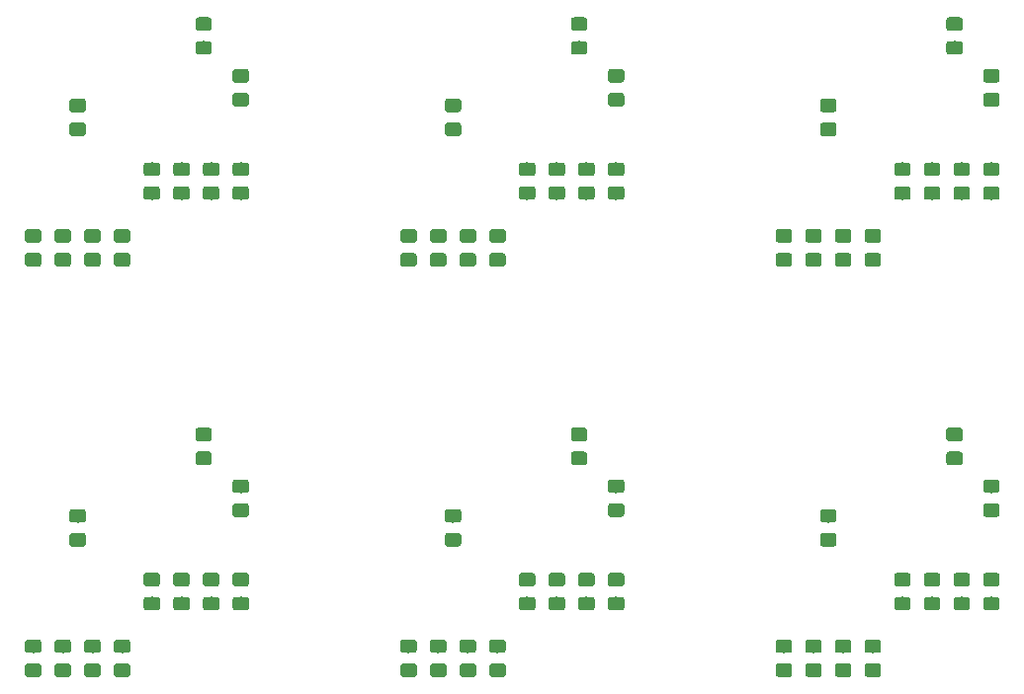
<source format=gtp>
G04 #@! TF.GenerationSoftware,KiCad,Pcbnew,5.0.2+dfsg1-1*
G04 #@! TF.CreationDate,2021-09-02T00:31:40+09:00*
G04 #@! TF.ProjectId,tmc-dev-board_panelized,746d632d-6465-4762-9d62-6f6172645f70,rev?*
G04 #@! TF.SameCoordinates,Original*
G04 #@! TF.FileFunction,Paste,Top*
G04 #@! TF.FilePolarity,Positive*
%FSLAX46Y46*%
G04 Gerber Fmt 4.6, Leading zero omitted, Abs format (unit mm)*
G04 Created by KiCad (PCBNEW 5.0.2+dfsg1-1) date Thu 02 Sep 2021 12:31:40 AM JST*
%MOMM*%
%LPD*%
G01*
G04 APERTURE LIST*
%ADD10C,0.100000*%
%ADD11C,1.150000*%
G04 APERTURE END LIST*
D10*
G04 #@! TO.C,R10*
G36*
X193052509Y-108533206D02*
X193076777Y-108536806D01*
X193100576Y-108542767D01*
X193123675Y-108551032D01*
X193145854Y-108561522D01*
X193166897Y-108574134D01*
X193186603Y-108588749D01*
X193204781Y-108605225D01*
X193221257Y-108623403D01*
X193235872Y-108643109D01*
X193248484Y-108664152D01*
X193258974Y-108686331D01*
X193267239Y-108709430D01*
X193273200Y-108733229D01*
X193276800Y-108757497D01*
X193278004Y-108782001D01*
X193278004Y-109432003D01*
X193276800Y-109456507D01*
X193273200Y-109480775D01*
X193267239Y-109504574D01*
X193258974Y-109527673D01*
X193248484Y-109549852D01*
X193235872Y-109570895D01*
X193221257Y-109590601D01*
X193204781Y-109608779D01*
X193186603Y-109625255D01*
X193166897Y-109639870D01*
X193145854Y-109652482D01*
X193123675Y-109662972D01*
X193100576Y-109671237D01*
X193076777Y-109677198D01*
X193052509Y-109680798D01*
X193028005Y-109682002D01*
X192128003Y-109682002D01*
X192103499Y-109680798D01*
X192079231Y-109677198D01*
X192055432Y-109671237D01*
X192032333Y-109662972D01*
X192010154Y-109652482D01*
X191989111Y-109639870D01*
X191969405Y-109625255D01*
X191951227Y-109608779D01*
X191934751Y-109590601D01*
X191920136Y-109570895D01*
X191907524Y-109549852D01*
X191897034Y-109527673D01*
X191888769Y-109504574D01*
X191882808Y-109480775D01*
X191879208Y-109456507D01*
X191878004Y-109432003D01*
X191878004Y-108782001D01*
X191879208Y-108757497D01*
X191882808Y-108733229D01*
X191888769Y-108709430D01*
X191897034Y-108686331D01*
X191907524Y-108664152D01*
X191920136Y-108643109D01*
X191934751Y-108623403D01*
X191951227Y-108605225D01*
X191969405Y-108588749D01*
X191989111Y-108574134D01*
X192010154Y-108561522D01*
X192032333Y-108551032D01*
X192055432Y-108542767D01*
X192079231Y-108536806D01*
X192103499Y-108533206D01*
X192128003Y-108532002D01*
X193028005Y-108532002D01*
X193052509Y-108533206D01*
X193052509Y-108533206D01*
G37*
D11*
X192578004Y-109107002D03*
D10*
G36*
X193052509Y-110583206D02*
X193076777Y-110586806D01*
X193100576Y-110592767D01*
X193123675Y-110601032D01*
X193145854Y-110611522D01*
X193166897Y-110624134D01*
X193186603Y-110638749D01*
X193204781Y-110655225D01*
X193221257Y-110673403D01*
X193235872Y-110693109D01*
X193248484Y-110714152D01*
X193258974Y-110736331D01*
X193267239Y-110759430D01*
X193273200Y-110783229D01*
X193276800Y-110807497D01*
X193278004Y-110832001D01*
X193278004Y-111482003D01*
X193276800Y-111506507D01*
X193273200Y-111530775D01*
X193267239Y-111554574D01*
X193258974Y-111577673D01*
X193248484Y-111599852D01*
X193235872Y-111620895D01*
X193221257Y-111640601D01*
X193204781Y-111658779D01*
X193186603Y-111675255D01*
X193166897Y-111689870D01*
X193145854Y-111702482D01*
X193123675Y-111712972D01*
X193100576Y-111721237D01*
X193076777Y-111727198D01*
X193052509Y-111730798D01*
X193028005Y-111732002D01*
X192128003Y-111732002D01*
X192103499Y-111730798D01*
X192079231Y-111727198D01*
X192055432Y-111721237D01*
X192032333Y-111712972D01*
X192010154Y-111702482D01*
X191989111Y-111689870D01*
X191969405Y-111675255D01*
X191951227Y-111658779D01*
X191934751Y-111640601D01*
X191920136Y-111620895D01*
X191907524Y-111599852D01*
X191897034Y-111577673D01*
X191888769Y-111554574D01*
X191882808Y-111530775D01*
X191879208Y-111506507D01*
X191878004Y-111482003D01*
X191878004Y-110832001D01*
X191879208Y-110807497D01*
X191882808Y-110783229D01*
X191888769Y-110759430D01*
X191897034Y-110736331D01*
X191907524Y-110714152D01*
X191920136Y-110693109D01*
X191934751Y-110673403D01*
X191951227Y-110655225D01*
X191969405Y-110638749D01*
X191989111Y-110624134D01*
X192010154Y-110611522D01*
X192032333Y-110601032D01*
X192055432Y-110592767D01*
X192079231Y-110586806D01*
X192103499Y-110583206D01*
X192128003Y-110582002D01*
X193028005Y-110582002D01*
X193052509Y-110583206D01*
X193052509Y-110583206D01*
G37*
D11*
X192578004Y-111157002D03*
G04 #@! TD*
D10*
G04 #@! TO.C,R10*
G36*
X193052509Y-73331204D02*
X193076777Y-73334804D01*
X193100576Y-73340765D01*
X193123675Y-73349030D01*
X193145854Y-73359520D01*
X193166897Y-73372132D01*
X193186603Y-73386747D01*
X193204781Y-73403223D01*
X193221257Y-73421401D01*
X193235872Y-73441107D01*
X193248484Y-73462150D01*
X193258974Y-73484329D01*
X193267239Y-73507428D01*
X193273200Y-73531227D01*
X193276800Y-73555495D01*
X193278004Y-73579999D01*
X193278004Y-74230001D01*
X193276800Y-74254505D01*
X193273200Y-74278773D01*
X193267239Y-74302572D01*
X193258974Y-74325671D01*
X193248484Y-74347850D01*
X193235872Y-74368893D01*
X193221257Y-74388599D01*
X193204781Y-74406777D01*
X193186603Y-74423253D01*
X193166897Y-74437868D01*
X193145854Y-74450480D01*
X193123675Y-74460970D01*
X193100576Y-74469235D01*
X193076777Y-74475196D01*
X193052509Y-74478796D01*
X193028005Y-74480000D01*
X192128003Y-74480000D01*
X192103499Y-74478796D01*
X192079231Y-74475196D01*
X192055432Y-74469235D01*
X192032333Y-74460970D01*
X192010154Y-74450480D01*
X191989111Y-74437868D01*
X191969405Y-74423253D01*
X191951227Y-74406777D01*
X191934751Y-74388599D01*
X191920136Y-74368893D01*
X191907524Y-74347850D01*
X191897034Y-74325671D01*
X191888769Y-74302572D01*
X191882808Y-74278773D01*
X191879208Y-74254505D01*
X191878004Y-74230001D01*
X191878004Y-73579999D01*
X191879208Y-73555495D01*
X191882808Y-73531227D01*
X191888769Y-73507428D01*
X191897034Y-73484329D01*
X191907524Y-73462150D01*
X191920136Y-73441107D01*
X191934751Y-73421401D01*
X191951227Y-73403223D01*
X191969405Y-73386747D01*
X191989111Y-73372132D01*
X192010154Y-73359520D01*
X192032333Y-73349030D01*
X192055432Y-73340765D01*
X192079231Y-73334804D01*
X192103499Y-73331204D01*
X192128003Y-73330000D01*
X193028005Y-73330000D01*
X193052509Y-73331204D01*
X193052509Y-73331204D01*
G37*
D11*
X192578004Y-73905000D03*
D10*
G36*
X193052509Y-75381204D02*
X193076777Y-75384804D01*
X193100576Y-75390765D01*
X193123675Y-75399030D01*
X193145854Y-75409520D01*
X193166897Y-75422132D01*
X193186603Y-75436747D01*
X193204781Y-75453223D01*
X193221257Y-75471401D01*
X193235872Y-75491107D01*
X193248484Y-75512150D01*
X193258974Y-75534329D01*
X193267239Y-75557428D01*
X193273200Y-75581227D01*
X193276800Y-75605495D01*
X193278004Y-75629999D01*
X193278004Y-76280001D01*
X193276800Y-76304505D01*
X193273200Y-76328773D01*
X193267239Y-76352572D01*
X193258974Y-76375671D01*
X193248484Y-76397850D01*
X193235872Y-76418893D01*
X193221257Y-76438599D01*
X193204781Y-76456777D01*
X193186603Y-76473253D01*
X193166897Y-76487868D01*
X193145854Y-76500480D01*
X193123675Y-76510970D01*
X193100576Y-76519235D01*
X193076777Y-76525196D01*
X193052509Y-76528796D01*
X193028005Y-76530000D01*
X192128003Y-76530000D01*
X192103499Y-76528796D01*
X192079231Y-76525196D01*
X192055432Y-76519235D01*
X192032333Y-76510970D01*
X192010154Y-76500480D01*
X191989111Y-76487868D01*
X191969405Y-76473253D01*
X191951227Y-76456777D01*
X191934751Y-76438599D01*
X191920136Y-76418893D01*
X191907524Y-76397850D01*
X191897034Y-76375671D01*
X191888769Y-76352572D01*
X191882808Y-76328773D01*
X191879208Y-76304505D01*
X191878004Y-76280001D01*
X191878004Y-75629999D01*
X191879208Y-75605495D01*
X191882808Y-75581227D01*
X191888769Y-75557428D01*
X191897034Y-75534329D01*
X191907524Y-75512150D01*
X191920136Y-75491107D01*
X191934751Y-75471401D01*
X191951227Y-75453223D01*
X191969405Y-75436747D01*
X191989111Y-75422132D01*
X192010154Y-75409520D01*
X192032333Y-75399030D01*
X192055432Y-75390765D01*
X192079231Y-75384804D01*
X192103499Y-75381204D01*
X192128003Y-75380000D01*
X193028005Y-75380000D01*
X193052509Y-75381204D01*
X193052509Y-75381204D01*
G37*
D11*
X192578004Y-75955000D03*
G04 #@! TD*
D10*
G04 #@! TO.C,R10*
G36*
X160898507Y-108533206D02*
X160922775Y-108536806D01*
X160946574Y-108542767D01*
X160969673Y-108551032D01*
X160991852Y-108561522D01*
X161012895Y-108574134D01*
X161032601Y-108588749D01*
X161050779Y-108605225D01*
X161067255Y-108623403D01*
X161081870Y-108643109D01*
X161094482Y-108664152D01*
X161104972Y-108686331D01*
X161113237Y-108709430D01*
X161119198Y-108733229D01*
X161122798Y-108757497D01*
X161124002Y-108782001D01*
X161124002Y-109432003D01*
X161122798Y-109456507D01*
X161119198Y-109480775D01*
X161113237Y-109504574D01*
X161104972Y-109527673D01*
X161094482Y-109549852D01*
X161081870Y-109570895D01*
X161067255Y-109590601D01*
X161050779Y-109608779D01*
X161032601Y-109625255D01*
X161012895Y-109639870D01*
X160991852Y-109652482D01*
X160969673Y-109662972D01*
X160946574Y-109671237D01*
X160922775Y-109677198D01*
X160898507Y-109680798D01*
X160874003Y-109682002D01*
X159974001Y-109682002D01*
X159949497Y-109680798D01*
X159925229Y-109677198D01*
X159901430Y-109671237D01*
X159878331Y-109662972D01*
X159856152Y-109652482D01*
X159835109Y-109639870D01*
X159815403Y-109625255D01*
X159797225Y-109608779D01*
X159780749Y-109590601D01*
X159766134Y-109570895D01*
X159753522Y-109549852D01*
X159743032Y-109527673D01*
X159734767Y-109504574D01*
X159728806Y-109480775D01*
X159725206Y-109456507D01*
X159724002Y-109432003D01*
X159724002Y-108782001D01*
X159725206Y-108757497D01*
X159728806Y-108733229D01*
X159734767Y-108709430D01*
X159743032Y-108686331D01*
X159753522Y-108664152D01*
X159766134Y-108643109D01*
X159780749Y-108623403D01*
X159797225Y-108605225D01*
X159815403Y-108588749D01*
X159835109Y-108574134D01*
X159856152Y-108561522D01*
X159878331Y-108551032D01*
X159901430Y-108542767D01*
X159925229Y-108536806D01*
X159949497Y-108533206D01*
X159974001Y-108532002D01*
X160874003Y-108532002D01*
X160898507Y-108533206D01*
X160898507Y-108533206D01*
G37*
D11*
X160424002Y-109107002D03*
D10*
G36*
X160898507Y-110583206D02*
X160922775Y-110586806D01*
X160946574Y-110592767D01*
X160969673Y-110601032D01*
X160991852Y-110611522D01*
X161012895Y-110624134D01*
X161032601Y-110638749D01*
X161050779Y-110655225D01*
X161067255Y-110673403D01*
X161081870Y-110693109D01*
X161094482Y-110714152D01*
X161104972Y-110736331D01*
X161113237Y-110759430D01*
X161119198Y-110783229D01*
X161122798Y-110807497D01*
X161124002Y-110832001D01*
X161124002Y-111482003D01*
X161122798Y-111506507D01*
X161119198Y-111530775D01*
X161113237Y-111554574D01*
X161104972Y-111577673D01*
X161094482Y-111599852D01*
X161081870Y-111620895D01*
X161067255Y-111640601D01*
X161050779Y-111658779D01*
X161032601Y-111675255D01*
X161012895Y-111689870D01*
X160991852Y-111702482D01*
X160969673Y-111712972D01*
X160946574Y-111721237D01*
X160922775Y-111727198D01*
X160898507Y-111730798D01*
X160874003Y-111732002D01*
X159974001Y-111732002D01*
X159949497Y-111730798D01*
X159925229Y-111727198D01*
X159901430Y-111721237D01*
X159878331Y-111712972D01*
X159856152Y-111702482D01*
X159835109Y-111689870D01*
X159815403Y-111675255D01*
X159797225Y-111658779D01*
X159780749Y-111640601D01*
X159766134Y-111620895D01*
X159753522Y-111599852D01*
X159743032Y-111577673D01*
X159734767Y-111554574D01*
X159728806Y-111530775D01*
X159725206Y-111506507D01*
X159724002Y-111482003D01*
X159724002Y-110832001D01*
X159725206Y-110807497D01*
X159728806Y-110783229D01*
X159734767Y-110759430D01*
X159743032Y-110736331D01*
X159753522Y-110714152D01*
X159766134Y-110693109D01*
X159780749Y-110673403D01*
X159797225Y-110655225D01*
X159815403Y-110638749D01*
X159835109Y-110624134D01*
X159856152Y-110611522D01*
X159878331Y-110601032D01*
X159901430Y-110592767D01*
X159925229Y-110586806D01*
X159949497Y-110583206D01*
X159974001Y-110582002D01*
X160874003Y-110582002D01*
X160898507Y-110583206D01*
X160898507Y-110583206D01*
G37*
D11*
X160424002Y-111157002D03*
G04 #@! TD*
D10*
G04 #@! TO.C,R10*
G36*
X160898507Y-73331204D02*
X160922775Y-73334804D01*
X160946574Y-73340765D01*
X160969673Y-73349030D01*
X160991852Y-73359520D01*
X161012895Y-73372132D01*
X161032601Y-73386747D01*
X161050779Y-73403223D01*
X161067255Y-73421401D01*
X161081870Y-73441107D01*
X161094482Y-73462150D01*
X161104972Y-73484329D01*
X161113237Y-73507428D01*
X161119198Y-73531227D01*
X161122798Y-73555495D01*
X161124002Y-73579999D01*
X161124002Y-74230001D01*
X161122798Y-74254505D01*
X161119198Y-74278773D01*
X161113237Y-74302572D01*
X161104972Y-74325671D01*
X161094482Y-74347850D01*
X161081870Y-74368893D01*
X161067255Y-74388599D01*
X161050779Y-74406777D01*
X161032601Y-74423253D01*
X161012895Y-74437868D01*
X160991852Y-74450480D01*
X160969673Y-74460970D01*
X160946574Y-74469235D01*
X160922775Y-74475196D01*
X160898507Y-74478796D01*
X160874003Y-74480000D01*
X159974001Y-74480000D01*
X159949497Y-74478796D01*
X159925229Y-74475196D01*
X159901430Y-74469235D01*
X159878331Y-74460970D01*
X159856152Y-74450480D01*
X159835109Y-74437868D01*
X159815403Y-74423253D01*
X159797225Y-74406777D01*
X159780749Y-74388599D01*
X159766134Y-74368893D01*
X159753522Y-74347850D01*
X159743032Y-74325671D01*
X159734767Y-74302572D01*
X159728806Y-74278773D01*
X159725206Y-74254505D01*
X159724002Y-74230001D01*
X159724002Y-73579999D01*
X159725206Y-73555495D01*
X159728806Y-73531227D01*
X159734767Y-73507428D01*
X159743032Y-73484329D01*
X159753522Y-73462150D01*
X159766134Y-73441107D01*
X159780749Y-73421401D01*
X159797225Y-73403223D01*
X159815403Y-73386747D01*
X159835109Y-73372132D01*
X159856152Y-73359520D01*
X159878331Y-73349030D01*
X159901430Y-73340765D01*
X159925229Y-73334804D01*
X159949497Y-73331204D01*
X159974001Y-73330000D01*
X160874003Y-73330000D01*
X160898507Y-73331204D01*
X160898507Y-73331204D01*
G37*
D11*
X160424002Y-73905000D03*
D10*
G36*
X160898507Y-75381204D02*
X160922775Y-75384804D01*
X160946574Y-75390765D01*
X160969673Y-75399030D01*
X160991852Y-75409520D01*
X161012895Y-75422132D01*
X161032601Y-75436747D01*
X161050779Y-75453223D01*
X161067255Y-75471401D01*
X161081870Y-75491107D01*
X161094482Y-75512150D01*
X161104972Y-75534329D01*
X161113237Y-75557428D01*
X161119198Y-75581227D01*
X161122798Y-75605495D01*
X161124002Y-75629999D01*
X161124002Y-76280001D01*
X161122798Y-76304505D01*
X161119198Y-76328773D01*
X161113237Y-76352572D01*
X161104972Y-76375671D01*
X161094482Y-76397850D01*
X161081870Y-76418893D01*
X161067255Y-76438599D01*
X161050779Y-76456777D01*
X161032601Y-76473253D01*
X161012895Y-76487868D01*
X160991852Y-76500480D01*
X160969673Y-76510970D01*
X160946574Y-76519235D01*
X160922775Y-76525196D01*
X160898507Y-76528796D01*
X160874003Y-76530000D01*
X159974001Y-76530000D01*
X159949497Y-76528796D01*
X159925229Y-76525196D01*
X159901430Y-76519235D01*
X159878331Y-76510970D01*
X159856152Y-76500480D01*
X159835109Y-76487868D01*
X159815403Y-76473253D01*
X159797225Y-76456777D01*
X159780749Y-76438599D01*
X159766134Y-76418893D01*
X159753522Y-76397850D01*
X159743032Y-76375671D01*
X159734767Y-76352572D01*
X159728806Y-76328773D01*
X159725206Y-76304505D01*
X159724002Y-76280001D01*
X159724002Y-75629999D01*
X159725206Y-75605495D01*
X159728806Y-75581227D01*
X159734767Y-75557428D01*
X159743032Y-75534329D01*
X159753522Y-75512150D01*
X159766134Y-75491107D01*
X159780749Y-75471401D01*
X159797225Y-75453223D01*
X159815403Y-75436747D01*
X159835109Y-75422132D01*
X159856152Y-75409520D01*
X159878331Y-75399030D01*
X159901430Y-75390765D01*
X159925229Y-75384804D01*
X159949497Y-75381204D01*
X159974001Y-75380000D01*
X160874003Y-75380000D01*
X160898507Y-75381204D01*
X160898507Y-75381204D01*
G37*
D11*
X160424002Y-75955000D03*
G04 #@! TD*
D10*
G04 #@! TO.C,R10*
G36*
X128744505Y-108533206D02*
X128768773Y-108536806D01*
X128792572Y-108542767D01*
X128815671Y-108551032D01*
X128837850Y-108561522D01*
X128858893Y-108574134D01*
X128878599Y-108588749D01*
X128896777Y-108605225D01*
X128913253Y-108623403D01*
X128927868Y-108643109D01*
X128940480Y-108664152D01*
X128950970Y-108686331D01*
X128959235Y-108709430D01*
X128965196Y-108733229D01*
X128968796Y-108757497D01*
X128970000Y-108782001D01*
X128970000Y-109432003D01*
X128968796Y-109456507D01*
X128965196Y-109480775D01*
X128959235Y-109504574D01*
X128950970Y-109527673D01*
X128940480Y-109549852D01*
X128927868Y-109570895D01*
X128913253Y-109590601D01*
X128896777Y-109608779D01*
X128878599Y-109625255D01*
X128858893Y-109639870D01*
X128837850Y-109652482D01*
X128815671Y-109662972D01*
X128792572Y-109671237D01*
X128768773Y-109677198D01*
X128744505Y-109680798D01*
X128720001Y-109682002D01*
X127819999Y-109682002D01*
X127795495Y-109680798D01*
X127771227Y-109677198D01*
X127747428Y-109671237D01*
X127724329Y-109662972D01*
X127702150Y-109652482D01*
X127681107Y-109639870D01*
X127661401Y-109625255D01*
X127643223Y-109608779D01*
X127626747Y-109590601D01*
X127612132Y-109570895D01*
X127599520Y-109549852D01*
X127589030Y-109527673D01*
X127580765Y-109504574D01*
X127574804Y-109480775D01*
X127571204Y-109456507D01*
X127570000Y-109432003D01*
X127570000Y-108782001D01*
X127571204Y-108757497D01*
X127574804Y-108733229D01*
X127580765Y-108709430D01*
X127589030Y-108686331D01*
X127599520Y-108664152D01*
X127612132Y-108643109D01*
X127626747Y-108623403D01*
X127643223Y-108605225D01*
X127661401Y-108588749D01*
X127681107Y-108574134D01*
X127702150Y-108561522D01*
X127724329Y-108551032D01*
X127747428Y-108542767D01*
X127771227Y-108536806D01*
X127795495Y-108533206D01*
X127819999Y-108532002D01*
X128720001Y-108532002D01*
X128744505Y-108533206D01*
X128744505Y-108533206D01*
G37*
D11*
X128270000Y-109107002D03*
D10*
G36*
X128744505Y-110583206D02*
X128768773Y-110586806D01*
X128792572Y-110592767D01*
X128815671Y-110601032D01*
X128837850Y-110611522D01*
X128858893Y-110624134D01*
X128878599Y-110638749D01*
X128896777Y-110655225D01*
X128913253Y-110673403D01*
X128927868Y-110693109D01*
X128940480Y-110714152D01*
X128950970Y-110736331D01*
X128959235Y-110759430D01*
X128965196Y-110783229D01*
X128968796Y-110807497D01*
X128970000Y-110832001D01*
X128970000Y-111482003D01*
X128968796Y-111506507D01*
X128965196Y-111530775D01*
X128959235Y-111554574D01*
X128950970Y-111577673D01*
X128940480Y-111599852D01*
X128927868Y-111620895D01*
X128913253Y-111640601D01*
X128896777Y-111658779D01*
X128878599Y-111675255D01*
X128858893Y-111689870D01*
X128837850Y-111702482D01*
X128815671Y-111712972D01*
X128792572Y-111721237D01*
X128768773Y-111727198D01*
X128744505Y-111730798D01*
X128720001Y-111732002D01*
X127819999Y-111732002D01*
X127795495Y-111730798D01*
X127771227Y-111727198D01*
X127747428Y-111721237D01*
X127724329Y-111712972D01*
X127702150Y-111702482D01*
X127681107Y-111689870D01*
X127661401Y-111675255D01*
X127643223Y-111658779D01*
X127626747Y-111640601D01*
X127612132Y-111620895D01*
X127599520Y-111599852D01*
X127589030Y-111577673D01*
X127580765Y-111554574D01*
X127574804Y-111530775D01*
X127571204Y-111506507D01*
X127570000Y-111482003D01*
X127570000Y-110832001D01*
X127571204Y-110807497D01*
X127574804Y-110783229D01*
X127580765Y-110759430D01*
X127589030Y-110736331D01*
X127599520Y-110714152D01*
X127612132Y-110693109D01*
X127626747Y-110673403D01*
X127643223Y-110655225D01*
X127661401Y-110638749D01*
X127681107Y-110624134D01*
X127702150Y-110611522D01*
X127724329Y-110601032D01*
X127747428Y-110592767D01*
X127771227Y-110586806D01*
X127795495Y-110583206D01*
X127819999Y-110582002D01*
X128720001Y-110582002D01*
X128744505Y-110583206D01*
X128744505Y-110583206D01*
G37*
D11*
X128270000Y-111157002D03*
G04 #@! TD*
D10*
G04 #@! TO.C,R9*
G36*
X196227509Y-123038206D02*
X196251777Y-123041806D01*
X196275576Y-123047767D01*
X196298675Y-123056032D01*
X196320854Y-123066522D01*
X196341897Y-123079134D01*
X196361603Y-123093749D01*
X196379781Y-123110225D01*
X196396257Y-123128403D01*
X196410872Y-123148109D01*
X196423484Y-123169152D01*
X196433974Y-123191331D01*
X196442239Y-123214430D01*
X196448200Y-123238229D01*
X196451800Y-123262497D01*
X196453004Y-123287001D01*
X196453004Y-123937003D01*
X196451800Y-123961507D01*
X196448200Y-123985775D01*
X196442239Y-124009574D01*
X196433974Y-124032673D01*
X196423484Y-124054852D01*
X196410872Y-124075895D01*
X196396257Y-124095601D01*
X196379781Y-124113779D01*
X196361603Y-124130255D01*
X196341897Y-124144870D01*
X196320854Y-124157482D01*
X196298675Y-124167972D01*
X196275576Y-124176237D01*
X196251777Y-124182198D01*
X196227509Y-124185798D01*
X196203005Y-124187002D01*
X195303003Y-124187002D01*
X195278499Y-124185798D01*
X195254231Y-124182198D01*
X195230432Y-124176237D01*
X195207333Y-124167972D01*
X195185154Y-124157482D01*
X195164111Y-124144870D01*
X195144405Y-124130255D01*
X195126227Y-124113779D01*
X195109751Y-124095601D01*
X195095136Y-124075895D01*
X195082524Y-124054852D01*
X195072034Y-124032673D01*
X195063769Y-124009574D01*
X195057808Y-123985775D01*
X195054208Y-123961507D01*
X195053004Y-123937003D01*
X195053004Y-123287001D01*
X195054208Y-123262497D01*
X195057808Y-123238229D01*
X195063769Y-123214430D01*
X195072034Y-123191331D01*
X195082524Y-123169152D01*
X195095136Y-123148109D01*
X195109751Y-123128403D01*
X195126227Y-123110225D01*
X195144405Y-123093749D01*
X195164111Y-123079134D01*
X195185154Y-123066522D01*
X195207333Y-123056032D01*
X195230432Y-123047767D01*
X195254231Y-123041806D01*
X195278499Y-123038206D01*
X195303003Y-123037002D01*
X196203005Y-123037002D01*
X196227509Y-123038206D01*
X196227509Y-123038206D01*
G37*
D11*
X195753004Y-123612002D03*
D10*
G36*
X196227509Y-120988206D02*
X196251777Y-120991806D01*
X196275576Y-120997767D01*
X196298675Y-121006032D01*
X196320854Y-121016522D01*
X196341897Y-121029134D01*
X196361603Y-121043749D01*
X196379781Y-121060225D01*
X196396257Y-121078403D01*
X196410872Y-121098109D01*
X196423484Y-121119152D01*
X196433974Y-121141331D01*
X196442239Y-121164430D01*
X196448200Y-121188229D01*
X196451800Y-121212497D01*
X196453004Y-121237001D01*
X196453004Y-121887003D01*
X196451800Y-121911507D01*
X196448200Y-121935775D01*
X196442239Y-121959574D01*
X196433974Y-121982673D01*
X196423484Y-122004852D01*
X196410872Y-122025895D01*
X196396257Y-122045601D01*
X196379781Y-122063779D01*
X196361603Y-122080255D01*
X196341897Y-122094870D01*
X196320854Y-122107482D01*
X196298675Y-122117972D01*
X196275576Y-122126237D01*
X196251777Y-122132198D01*
X196227509Y-122135798D01*
X196203005Y-122137002D01*
X195303003Y-122137002D01*
X195278499Y-122135798D01*
X195254231Y-122132198D01*
X195230432Y-122126237D01*
X195207333Y-122117972D01*
X195185154Y-122107482D01*
X195164111Y-122094870D01*
X195144405Y-122080255D01*
X195126227Y-122063779D01*
X195109751Y-122045601D01*
X195095136Y-122025895D01*
X195082524Y-122004852D01*
X195072034Y-121982673D01*
X195063769Y-121959574D01*
X195057808Y-121935775D01*
X195054208Y-121911507D01*
X195053004Y-121887003D01*
X195053004Y-121237001D01*
X195054208Y-121212497D01*
X195057808Y-121188229D01*
X195063769Y-121164430D01*
X195072034Y-121141331D01*
X195082524Y-121119152D01*
X195095136Y-121098109D01*
X195109751Y-121078403D01*
X195126227Y-121060225D01*
X195144405Y-121043749D01*
X195164111Y-121029134D01*
X195185154Y-121016522D01*
X195207333Y-121006032D01*
X195230432Y-120997767D01*
X195254231Y-120991806D01*
X195278499Y-120988206D01*
X195303003Y-120987002D01*
X196203005Y-120987002D01*
X196227509Y-120988206D01*
X196227509Y-120988206D01*
G37*
D11*
X195753004Y-121562002D03*
G04 #@! TD*
D10*
G04 #@! TO.C,R9*
G36*
X196227509Y-87836204D02*
X196251777Y-87839804D01*
X196275576Y-87845765D01*
X196298675Y-87854030D01*
X196320854Y-87864520D01*
X196341897Y-87877132D01*
X196361603Y-87891747D01*
X196379781Y-87908223D01*
X196396257Y-87926401D01*
X196410872Y-87946107D01*
X196423484Y-87967150D01*
X196433974Y-87989329D01*
X196442239Y-88012428D01*
X196448200Y-88036227D01*
X196451800Y-88060495D01*
X196453004Y-88084999D01*
X196453004Y-88735001D01*
X196451800Y-88759505D01*
X196448200Y-88783773D01*
X196442239Y-88807572D01*
X196433974Y-88830671D01*
X196423484Y-88852850D01*
X196410872Y-88873893D01*
X196396257Y-88893599D01*
X196379781Y-88911777D01*
X196361603Y-88928253D01*
X196341897Y-88942868D01*
X196320854Y-88955480D01*
X196298675Y-88965970D01*
X196275576Y-88974235D01*
X196251777Y-88980196D01*
X196227509Y-88983796D01*
X196203005Y-88985000D01*
X195303003Y-88985000D01*
X195278499Y-88983796D01*
X195254231Y-88980196D01*
X195230432Y-88974235D01*
X195207333Y-88965970D01*
X195185154Y-88955480D01*
X195164111Y-88942868D01*
X195144405Y-88928253D01*
X195126227Y-88911777D01*
X195109751Y-88893599D01*
X195095136Y-88873893D01*
X195082524Y-88852850D01*
X195072034Y-88830671D01*
X195063769Y-88807572D01*
X195057808Y-88783773D01*
X195054208Y-88759505D01*
X195053004Y-88735001D01*
X195053004Y-88084999D01*
X195054208Y-88060495D01*
X195057808Y-88036227D01*
X195063769Y-88012428D01*
X195072034Y-87989329D01*
X195082524Y-87967150D01*
X195095136Y-87946107D01*
X195109751Y-87926401D01*
X195126227Y-87908223D01*
X195144405Y-87891747D01*
X195164111Y-87877132D01*
X195185154Y-87864520D01*
X195207333Y-87854030D01*
X195230432Y-87845765D01*
X195254231Y-87839804D01*
X195278499Y-87836204D01*
X195303003Y-87835000D01*
X196203005Y-87835000D01*
X196227509Y-87836204D01*
X196227509Y-87836204D01*
G37*
D11*
X195753004Y-88410000D03*
D10*
G36*
X196227509Y-85786204D02*
X196251777Y-85789804D01*
X196275576Y-85795765D01*
X196298675Y-85804030D01*
X196320854Y-85814520D01*
X196341897Y-85827132D01*
X196361603Y-85841747D01*
X196379781Y-85858223D01*
X196396257Y-85876401D01*
X196410872Y-85896107D01*
X196423484Y-85917150D01*
X196433974Y-85939329D01*
X196442239Y-85962428D01*
X196448200Y-85986227D01*
X196451800Y-86010495D01*
X196453004Y-86034999D01*
X196453004Y-86685001D01*
X196451800Y-86709505D01*
X196448200Y-86733773D01*
X196442239Y-86757572D01*
X196433974Y-86780671D01*
X196423484Y-86802850D01*
X196410872Y-86823893D01*
X196396257Y-86843599D01*
X196379781Y-86861777D01*
X196361603Y-86878253D01*
X196341897Y-86892868D01*
X196320854Y-86905480D01*
X196298675Y-86915970D01*
X196275576Y-86924235D01*
X196251777Y-86930196D01*
X196227509Y-86933796D01*
X196203005Y-86935000D01*
X195303003Y-86935000D01*
X195278499Y-86933796D01*
X195254231Y-86930196D01*
X195230432Y-86924235D01*
X195207333Y-86915970D01*
X195185154Y-86905480D01*
X195164111Y-86892868D01*
X195144405Y-86878253D01*
X195126227Y-86861777D01*
X195109751Y-86843599D01*
X195095136Y-86823893D01*
X195082524Y-86802850D01*
X195072034Y-86780671D01*
X195063769Y-86757572D01*
X195057808Y-86733773D01*
X195054208Y-86709505D01*
X195053004Y-86685001D01*
X195053004Y-86034999D01*
X195054208Y-86010495D01*
X195057808Y-85986227D01*
X195063769Y-85962428D01*
X195072034Y-85939329D01*
X195082524Y-85917150D01*
X195095136Y-85896107D01*
X195109751Y-85876401D01*
X195126227Y-85858223D01*
X195144405Y-85841747D01*
X195164111Y-85827132D01*
X195185154Y-85814520D01*
X195207333Y-85804030D01*
X195230432Y-85795765D01*
X195254231Y-85789804D01*
X195278499Y-85786204D01*
X195303003Y-85785000D01*
X196203005Y-85785000D01*
X196227509Y-85786204D01*
X196227509Y-85786204D01*
G37*
D11*
X195753004Y-86360000D03*
G04 #@! TD*
D10*
G04 #@! TO.C,R9*
G36*
X164073507Y-123038206D02*
X164097775Y-123041806D01*
X164121574Y-123047767D01*
X164144673Y-123056032D01*
X164166852Y-123066522D01*
X164187895Y-123079134D01*
X164207601Y-123093749D01*
X164225779Y-123110225D01*
X164242255Y-123128403D01*
X164256870Y-123148109D01*
X164269482Y-123169152D01*
X164279972Y-123191331D01*
X164288237Y-123214430D01*
X164294198Y-123238229D01*
X164297798Y-123262497D01*
X164299002Y-123287001D01*
X164299002Y-123937003D01*
X164297798Y-123961507D01*
X164294198Y-123985775D01*
X164288237Y-124009574D01*
X164279972Y-124032673D01*
X164269482Y-124054852D01*
X164256870Y-124075895D01*
X164242255Y-124095601D01*
X164225779Y-124113779D01*
X164207601Y-124130255D01*
X164187895Y-124144870D01*
X164166852Y-124157482D01*
X164144673Y-124167972D01*
X164121574Y-124176237D01*
X164097775Y-124182198D01*
X164073507Y-124185798D01*
X164049003Y-124187002D01*
X163149001Y-124187002D01*
X163124497Y-124185798D01*
X163100229Y-124182198D01*
X163076430Y-124176237D01*
X163053331Y-124167972D01*
X163031152Y-124157482D01*
X163010109Y-124144870D01*
X162990403Y-124130255D01*
X162972225Y-124113779D01*
X162955749Y-124095601D01*
X162941134Y-124075895D01*
X162928522Y-124054852D01*
X162918032Y-124032673D01*
X162909767Y-124009574D01*
X162903806Y-123985775D01*
X162900206Y-123961507D01*
X162899002Y-123937003D01*
X162899002Y-123287001D01*
X162900206Y-123262497D01*
X162903806Y-123238229D01*
X162909767Y-123214430D01*
X162918032Y-123191331D01*
X162928522Y-123169152D01*
X162941134Y-123148109D01*
X162955749Y-123128403D01*
X162972225Y-123110225D01*
X162990403Y-123093749D01*
X163010109Y-123079134D01*
X163031152Y-123066522D01*
X163053331Y-123056032D01*
X163076430Y-123047767D01*
X163100229Y-123041806D01*
X163124497Y-123038206D01*
X163149001Y-123037002D01*
X164049003Y-123037002D01*
X164073507Y-123038206D01*
X164073507Y-123038206D01*
G37*
D11*
X163599002Y-123612002D03*
D10*
G36*
X164073507Y-120988206D02*
X164097775Y-120991806D01*
X164121574Y-120997767D01*
X164144673Y-121006032D01*
X164166852Y-121016522D01*
X164187895Y-121029134D01*
X164207601Y-121043749D01*
X164225779Y-121060225D01*
X164242255Y-121078403D01*
X164256870Y-121098109D01*
X164269482Y-121119152D01*
X164279972Y-121141331D01*
X164288237Y-121164430D01*
X164294198Y-121188229D01*
X164297798Y-121212497D01*
X164299002Y-121237001D01*
X164299002Y-121887003D01*
X164297798Y-121911507D01*
X164294198Y-121935775D01*
X164288237Y-121959574D01*
X164279972Y-121982673D01*
X164269482Y-122004852D01*
X164256870Y-122025895D01*
X164242255Y-122045601D01*
X164225779Y-122063779D01*
X164207601Y-122080255D01*
X164187895Y-122094870D01*
X164166852Y-122107482D01*
X164144673Y-122117972D01*
X164121574Y-122126237D01*
X164097775Y-122132198D01*
X164073507Y-122135798D01*
X164049003Y-122137002D01*
X163149001Y-122137002D01*
X163124497Y-122135798D01*
X163100229Y-122132198D01*
X163076430Y-122126237D01*
X163053331Y-122117972D01*
X163031152Y-122107482D01*
X163010109Y-122094870D01*
X162990403Y-122080255D01*
X162972225Y-122063779D01*
X162955749Y-122045601D01*
X162941134Y-122025895D01*
X162928522Y-122004852D01*
X162918032Y-121982673D01*
X162909767Y-121959574D01*
X162903806Y-121935775D01*
X162900206Y-121911507D01*
X162899002Y-121887003D01*
X162899002Y-121237001D01*
X162900206Y-121212497D01*
X162903806Y-121188229D01*
X162909767Y-121164430D01*
X162918032Y-121141331D01*
X162928522Y-121119152D01*
X162941134Y-121098109D01*
X162955749Y-121078403D01*
X162972225Y-121060225D01*
X162990403Y-121043749D01*
X163010109Y-121029134D01*
X163031152Y-121016522D01*
X163053331Y-121006032D01*
X163076430Y-120997767D01*
X163100229Y-120991806D01*
X163124497Y-120988206D01*
X163149001Y-120987002D01*
X164049003Y-120987002D01*
X164073507Y-120988206D01*
X164073507Y-120988206D01*
G37*
D11*
X163599002Y-121562002D03*
G04 #@! TD*
D10*
G04 #@! TO.C,R9*
G36*
X164073507Y-87836204D02*
X164097775Y-87839804D01*
X164121574Y-87845765D01*
X164144673Y-87854030D01*
X164166852Y-87864520D01*
X164187895Y-87877132D01*
X164207601Y-87891747D01*
X164225779Y-87908223D01*
X164242255Y-87926401D01*
X164256870Y-87946107D01*
X164269482Y-87967150D01*
X164279972Y-87989329D01*
X164288237Y-88012428D01*
X164294198Y-88036227D01*
X164297798Y-88060495D01*
X164299002Y-88084999D01*
X164299002Y-88735001D01*
X164297798Y-88759505D01*
X164294198Y-88783773D01*
X164288237Y-88807572D01*
X164279972Y-88830671D01*
X164269482Y-88852850D01*
X164256870Y-88873893D01*
X164242255Y-88893599D01*
X164225779Y-88911777D01*
X164207601Y-88928253D01*
X164187895Y-88942868D01*
X164166852Y-88955480D01*
X164144673Y-88965970D01*
X164121574Y-88974235D01*
X164097775Y-88980196D01*
X164073507Y-88983796D01*
X164049003Y-88985000D01*
X163149001Y-88985000D01*
X163124497Y-88983796D01*
X163100229Y-88980196D01*
X163076430Y-88974235D01*
X163053331Y-88965970D01*
X163031152Y-88955480D01*
X163010109Y-88942868D01*
X162990403Y-88928253D01*
X162972225Y-88911777D01*
X162955749Y-88893599D01*
X162941134Y-88873893D01*
X162928522Y-88852850D01*
X162918032Y-88830671D01*
X162909767Y-88807572D01*
X162903806Y-88783773D01*
X162900206Y-88759505D01*
X162899002Y-88735001D01*
X162899002Y-88084999D01*
X162900206Y-88060495D01*
X162903806Y-88036227D01*
X162909767Y-88012428D01*
X162918032Y-87989329D01*
X162928522Y-87967150D01*
X162941134Y-87946107D01*
X162955749Y-87926401D01*
X162972225Y-87908223D01*
X162990403Y-87891747D01*
X163010109Y-87877132D01*
X163031152Y-87864520D01*
X163053331Y-87854030D01*
X163076430Y-87845765D01*
X163100229Y-87839804D01*
X163124497Y-87836204D01*
X163149001Y-87835000D01*
X164049003Y-87835000D01*
X164073507Y-87836204D01*
X164073507Y-87836204D01*
G37*
D11*
X163599002Y-88410000D03*
D10*
G36*
X164073507Y-85786204D02*
X164097775Y-85789804D01*
X164121574Y-85795765D01*
X164144673Y-85804030D01*
X164166852Y-85814520D01*
X164187895Y-85827132D01*
X164207601Y-85841747D01*
X164225779Y-85858223D01*
X164242255Y-85876401D01*
X164256870Y-85896107D01*
X164269482Y-85917150D01*
X164279972Y-85939329D01*
X164288237Y-85962428D01*
X164294198Y-85986227D01*
X164297798Y-86010495D01*
X164299002Y-86034999D01*
X164299002Y-86685001D01*
X164297798Y-86709505D01*
X164294198Y-86733773D01*
X164288237Y-86757572D01*
X164279972Y-86780671D01*
X164269482Y-86802850D01*
X164256870Y-86823893D01*
X164242255Y-86843599D01*
X164225779Y-86861777D01*
X164207601Y-86878253D01*
X164187895Y-86892868D01*
X164166852Y-86905480D01*
X164144673Y-86915970D01*
X164121574Y-86924235D01*
X164097775Y-86930196D01*
X164073507Y-86933796D01*
X164049003Y-86935000D01*
X163149001Y-86935000D01*
X163124497Y-86933796D01*
X163100229Y-86930196D01*
X163076430Y-86924235D01*
X163053331Y-86915970D01*
X163031152Y-86905480D01*
X163010109Y-86892868D01*
X162990403Y-86878253D01*
X162972225Y-86861777D01*
X162955749Y-86843599D01*
X162941134Y-86823893D01*
X162928522Y-86802850D01*
X162918032Y-86780671D01*
X162909767Y-86757572D01*
X162903806Y-86733773D01*
X162900206Y-86709505D01*
X162899002Y-86685001D01*
X162899002Y-86034999D01*
X162900206Y-86010495D01*
X162903806Y-85986227D01*
X162909767Y-85962428D01*
X162918032Y-85939329D01*
X162928522Y-85917150D01*
X162941134Y-85896107D01*
X162955749Y-85876401D01*
X162972225Y-85858223D01*
X162990403Y-85841747D01*
X163010109Y-85827132D01*
X163031152Y-85814520D01*
X163053331Y-85804030D01*
X163076430Y-85795765D01*
X163100229Y-85789804D01*
X163124497Y-85786204D01*
X163149001Y-85785000D01*
X164049003Y-85785000D01*
X164073507Y-85786204D01*
X164073507Y-85786204D01*
G37*
D11*
X163599002Y-86360000D03*
G04 #@! TD*
D10*
G04 #@! TO.C,R9*
G36*
X131919505Y-123038206D02*
X131943773Y-123041806D01*
X131967572Y-123047767D01*
X131990671Y-123056032D01*
X132012850Y-123066522D01*
X132033893Y-123079134D01*
X132053599Y-123093749D01*
X132071777Y-123110225D01*
X132088253Y-123128403D01*
X132102868Y-123148109D01*
X132115480Y-123169152D01*
X132125970Y-123191331D01*
X132134235Y-123214430D01*
X132140196Y-123238229D01*
X132143796Y-123262497D01*
X132145000Y-123287001D01*
X132145000Y-123937003D01*
X132143796Y-123961507D01*
X132140196Y-123985775D01*
X132134235Y-124009574D01*
X132125970Y-124032673D01*
X132115480Y-124054852D01*
X132102868Y-124075895D01*
X132088253Y-124095601D01*
X132071777Y-124113779D01*
X132053599Y-124130255D01*
X132033893Y-124144870D01*
X132012850Y-124157482D01*
X131990671Y-124167972D01*
X131967572Y-124176237D01*
X131943773Y-124182198D01*
X131919505Y-124185798D01*
X131895001Y-124187002D01*
X130994999Y-124187002D01*
X130970495Y-124185798D01*
X130946227Y-124182198D01*
X130922428Y-124176237D01*
X130899329Y-124167972D01*
X130877150Y-124157482D01*
X130856107Y-124144870D01*
X130836401Y-124130255D01*
X130818223Y-124113779D01*
X130801747Y-124095601D01*
X130787132Y-124075895D01*
X130774520Y-124054852D01*
X130764030Y-124032673D01*
X130755765Y-124009574D01*
X130749804Y-123985775D01*
X130746204Y-123961507D01*
X130745000Y-123937003D01*
X130745000Y-123287001D01*
X130746204Y-123262497D01*
X130749804Y-123238229D01*
X130755765Y-123214430D01*
X130764030Y-123191331D01*
X130774520Y-123169152D01*
X130787132Y-123148109D01*
X130801747Y-123128403D01*
X130818223Y-123110225D01*
X130836401Y-123093749D01*
X130856107Y-123079134D01*
X130877150Y-123066522D01*
X130899329Y-123056032D01*
X130922428Y-123047767D01*
X130946227Y-123041806D01*
X130970495Y-123038206D01*
X130994999Y-123037002D01*
X131895001Y-123037002D01*
X131919505Y-123038206D01*
X131919505Y-123038206D01*
G37*
D11*
X131445000Y-123612002D03*
D10*
G36*
X131919505Y-120988206D02*
X131943773Y-120991806D01*
X131967572Y-120997767D01*
X131990671Y-121006032D01*
X132012850Y-121016522D01*
X132033893Y-121029134D01*
X132053599Y-121043749D01*
X132071777Y-121060225D01*
X132088253Y-121078403D01*
X132102868Y-121098109D01*
X132115480Y-121119152D01*
X132125970Y-121141331D01*
X132134235Y-121164430D01*
X132140196Y-121188229D01*
X132143796Y-121212497D01*
X132145000Y-121237001D01*
X132145000Y-121887003D01*
X132143796Y-121911507D01*
X132140196Y-121935775D01*
X132134235Y-121959574D01*
X132125970Y-121982673D01*
X132115480Y-122004852D01*
X132102868Y-122025895D01*
X132088253Y-122045601D01*
X132071777Y-122063779D01*
X132053599Y-122080255D01*
X132033893Y-122094870D01*
X132012850Y-122107482D01*
X131990671Y-122117972D01*
X131967572Y-122126237D01*
X131943773Y-122132198D01*
X131919505Y-122135798D01*
X131895001Y-122137002D01*
X130994999Y-122137002D01*
X130970495Y-122135798D01*
X130946227Y-122132198D01*
X130922428Y-122126237D01*
X130899329Y-122117972D01*
X130877150Y-122107482D01*
X130856107Y-122094870D01*
X130836401Y-122080255D01*
X130818223Y-122063779D01*
X130801747Y-122045601D01*
X130787132Y-122025895D01*
X130774520Y-122004852D01*
X130764030Y-121982673D01*
X130755765Y-121959574D01*
X130749804Y-121935775D01*
X130746204Y-121911507D01*
X130745000Y-121887003D01*
X130745000Y-121237001D01*
X130746204Y-121212497D01*
X130749804Y-121188229D01*
X130755765Y-121164430D01*
X130764030Y-121141331D01*
X130774520Y-121119152D01*
X130787132Y-121098109D01*
X130801747Y-121078403D01*
X130818223Y-121060225D01*
X130836401Y-121043749D01*
X130856107Y-121029134D01*
X130877150Y-121016522D01*
X130899329Y-121006032D01*
X130922428Y-120997767D01*
X130946227Y-120991806D01*
X130970495Y-120988206D01*
X130994999Y-120987002D01*
X131895001Y-120987002D01*
X131919505Y-120988206D01*
X131919505Y-120988206D01*
G37*
D11*
X131445000Y-121562002D03*
G04 #@! TD*
D10*
G04 #@! TO.C,R8*
G36*
X193687509Y-120988206D02*
X193711777Y-120991806D01*
X193735576Y-120997767D01*
X193758675Y-121006032D01*
X193780854Y-121016522D01*
X193801897Y-121029134D01*
X193821603Y-121043749D01*
X193839781Y-121060225D01*
X193856257Y-121078403D01*
X193870872Y-121098109D01*
X193883484Y-121119152D01*
X193893974Y-121141331D01*
X193902239Y-121164430D01*
X193908200Y-121188229D01*
X193911800Y-121212497D01*
X193913004Y-121237001D01*
X193913004Y-121887003D01*
X193911800Y-121911507D01*
X193908200Y-121935775D01*
X193902239Y-121959574D01*
X193893974Y-121982673D01*
X193883484Y-122004852D01*
X193870872Y-122025895D01*
X193856257Y-122045601D01*
X193839781Y-122063779D01*
X193821603Y-122080255D01*
X193801897Y-122094870D01*
X193780854Y-122107482D01*
X193758675Y-122117972D01*
X193735576Y-122126237D01*
X193711777Y-122132198D01*
X193687509Y-122135798D01*
X193663005Y-122137002D01*
X192763003Y-122137002D01*
X192738499Y-122135798D01*
X192714231Y-122132198D01*
X192690432Y-122126237D01*
X192667333Y-122117972D01*
X192645154Y-122107482D01*
X192624111Y-122094870D01*
X192604405Y-122080255D01*
X192586227Y-122063779D01*
X192569751Y-122045601D01*
X192555136Y-122025895D01*
X192542524Y-122004852D01*
X192532034Y-121982673D01*
X192523769Y-121959574D01*
X192517808Y-121935775D01*
X192514208Y-121911507D01*
X192513004Y-121887003D01*
X192513004Y-121237001D01*
X192514208Y-121212497D01*
X192517808Y-121188229D01*
X192523769Y-121164430D01*
X192532034Y-121141331D01*
X192542524Y-121119152D01*
X192555136Y-121098109D01*
X192569751Y-121078403D01*
X192586227Y-121060225D01*
X192604405Y-121043749D01*
X192624111Y-121029134D01*
X192645154Y-121016522D01*
X192667333Y-121006032D01*
X192690432Y-120997767D01*
X192714231Y-120991806D01*
X192738499Y-120988206D01*
X192763003Y-120987002D01*
X193663005Y-120987002D01*
X193687509Y-120988206D01*
X193687509Y-120988206D01*
G37*
D11*
X193213004Y-121562002D03*
D10*
G36*
X193687509Y-123038206D02*
X193711777Y-123041806D01*
X193735576Y-123047767D01*
X193758675Y-123056032D01*
X193780854Y-123066522D01*
X193801897Y-123079134D01*
X193821603Y-123093749D01*
X193839781Y-123110225D01*
X193856257Y-123128403D01*
X193870872Y-123148109D01*
X193883484Y-123169152D01*
X193893974Y-123191331D01*
X193902239Y-123214430D01*
X193908200Y-123238229D01*
X193911800Y-123262497D01*
X193913004Y-123287001D01*
X193913004Y-123937003D01*
X193911800Y-123961507D01*
X193908200Y-123985775D01*
X193902239Y-124009574D01*
X193893974Y-124032673D01*
X193883484Y-124054852D01*
X193870872Y-124075895D01*
X193856257Y-124095601D01*
X193839781Y-124113779D01*
X193821603Y-124130255D01*
X193801897Y-124144870D01*
X193780854Y-124157482D01*
X193758675Y-124167972D01*
X193735576Y-124176237D01*
X193711777Y-124182198D01*
X193687509Y-124185798D01*
X193663005Y-124187002D01*
X192763003Y-124187002D01*
X192738499Y-124185798D01*
X192714231Y-124182198D01*
X192690432Y-124176237D01*
X192667333Y-124167972D01*
X192645154Y-124157482D01*
X192624111Y-124144870D01*
X192604405Y-124130255D01*
X192586227Y-124113779D01*
X192569751Y-124095601D01*
X192555136Y-124075895D01*
X192542524Y-124054852D01*
X192532034Y-124032673D01*
X192523769Y-124009574D01*
X192517808Y-123985775D01*
X192514208Y-123961507D01*
X192513004Y-123937003D01*
X192513004Y-123287001D01*
X192514208Y-123262497D01*
X192517808Y-123238229D01*
X192523769Y-123214430D01*
X192532034Y-123191331D01*
X192542524Y-123169152D01*
X192555136Y-123148109D01*
X192569751Y-123128403D01*
X192586227Y-123110225D01*
X192604405Y-123093749D01*
X192624111Y-123079134D01*
X192645154Y-123066522D01*
X192667333Y-123056032D01*
X192690432Y-123047767D01*
X192714231Y-123041806D01*
X192738499Y-123038206D01*
X192763003Y-123037002D01*
X193663005Y-123037002D01*
X193687509Y-123038206D01*
X193687509Y-123038206D01*
G37*
D11*
X193213004Y-123612002D03*
G04 #@! TD*
D10*
G04 #@! TO.C,R8*
G36*
X193687509Y-85786204D02*
X193711777Y-85789804D01*
X193735576Y-85795765D01*
X193758675Y-85804030D01*
X193780854Y-85814520D01*
X193801897Y-85827132D01*
X193821603Y-85841747D01*
X193839781Y-85858223D01*
X193856257Y-85876401D01*
X193870872Y-85896107D01*
X193883484Y-85917150D01*
X193893974Y-85939329D01*
X193902239Y-85962428D01*
X193908200Y-85986227D01*
X193911800Y-86010495D01*
X193913004Y-86034999D01*
X193913004Y-86685001D01*
X193911800Y-86709505D01*
X193908200Y-86733773D01*
X193902239Y-86757572D01*
X193893974Y-86780671D01*
X193883484Y-86802850D01*
X193870872Y-86823893D01*
X193856257Y-86843599D01*
X193839781Y-86861777D01*
X193821603Y-86878253D01*
X193801897Y-86892868D01*
X193780854Y-86905480D01*
X193758675Y-86915970D01*
X193735576Y-86924235D01*
X193711777Y-86930196D01*
X193687509Y-86933796D01*
X193663005Y-86935000D01*
X192763003Y-86935000D01*
X192738499Y-86933796D01*
X192714231Y-86930196D01*
X192690432Y-86924235D01*
X192667333Y-86915970D01*
X192645154Y-86905480D01*
X192624111Y-86892868D01*
X192604405Y-86878253D01*
X192586227Y-86861777D01*
X192569751Y-86843599D01*
X192555136Y-86823893D01*
X192542524Y-86802850D01*
X192532034Y-86780671D01*
X192523769Y-86757572D01*
X192517808Y-86733773D01*
X192514208Y-86709505D01*
X192513004Y-86685001D01*
X192513004Y-86034999D01*
X192514208Y-86010495D01*
X192517808Y-85986227D01*
X192523769Y-85962428D01*
X192532034Y-85939329D01*
X192542524Y-85917150D01*
X192555136Y-85896107D01*
X192569751Y-85876401D01*
X192586227Y-85858223D01*
X192604405Y-85841747D01*
X192624111Y-85827132D01*
X192645154Y-85814520D01*
X192667333Y-85804030D01*
X192690432Y-85795765D01*
X192714231Y-85789804D01*
X192738499Y-85786204D01*
X192763003Y-85785000D01*
X193663005Y-85785000D01*
X193687509Y-85786204D01*
X193687509Y-85786204D01*
G37*
D11*
X193213004Y-86360000D03*
D10*
G36*
X193687509Y-87836204D02*
X193711777Y-87839804D01*
X193735576Y-87845765D01*
X193758675Y-87854030D01*
X193780854Y-87864520D01*
X193801897Y-87877132D01*
X193821603Y-87891747D01*
X193839781Y-87908223D01*
X193856257Y-87926401D01*
X193870872Y-87946107D01*
X193883484Y-87967150D01*
X193893974Y-87989329D01*
X193902239Y-88012428D01*
X193908200Y-88036227D01*
X193911800Y-88060495D01*
X193913004Y-88084999D01*
X193913004Y-88735001D01*
X193911800Y-88759505D01*
X193908200Y-88783773D01*
X193902239Y-88807572D01*
X193893974Y-88830671D01*
X193883484Y-88852850D01*
X193870872Y-88873893D01*
X193856257Y-88893599D01*
X193839781Y-88911777D01*
X193821603Y-88928253D01*
X193801897Y-88942868D01*
X193780854Y-88955480D01*
X193758675Y-88965970D01*
X193735576Y-88974235D01*
X193711777Y-88980196D01*
X193687509Y-88983796D01*
X193663005Y-88985000D01*
X192763003Y-88985000D01*
X192738499Y-88983796D01*
X192714231Y-88980196D01*
X192690432Y-88974235D01*
X192667333Y-88965970D01*
X192645154Y-88955480D01*
X192624111Y-88942868D01*
X192604405Y-88928253D01*
X192586227Y-88911777D01*
X192569751Y-88893599D01*
X192555136Y-88873893D01*
X192542524Y-88852850D01*
X192532034Y-88830671D01*
X192523769Y-88807572D01*
X192517808Y-88783773D01*
X192514208Y-88759505D01*
X192513004Y-88735001D01*
X192513004Y-88084999D01*
X192514208Y-88060495D01*
X192517808Y-88036227D01*
X192523769Y-88012428D01*
X192532034Y-87989329D01*
X192542524Y-87967150D01*
X192555136Y-87946107D01*
X192569751Y-87926401D01*
X192586227Y-87908223D01*
X192604405Y-87891747D01*
X192624111Y-87877132D01*
X192645154Y-87864520D01*
X192667333Y-87854030D01*
X192690432Y-87845765D01*
X192714231Y-87839804D01*
X192738499Y-87836204D01*
X192763003Y-87835000D01*
X193663005Y-87835000D01*
X193687509Y-87836204D01*
X193687509Y-87836204D01*
G37*
D11*
X193213004Y-88410000D03*
G04 #@! TD*
D10*
G04 #@! TO.C,R8*
G36*
X161533507Y-120988206D02*
X161557775Y-120991806D01*
X161581574Y-120997767D01*
X161604673Y-121006032D01*
X161626852Y-121016522D01*
X161647895Y-121029134D01*
X161667601Y-121043749D01*
X161685779Y-121060225D01*
X161702255Y-121078403D01*
X161716870Y-121098109D01*
X161729482Y-121119152D01*
X161739972Y-121141331D01*
X161748237Y-121164430D01*
X161754198Y-121188229D01*
X161757798Y-121212497D01*
X161759002Y-121237001D01*
X161759002Y-121887003D01*
X161757798Y-121911507D01*
X161754198Y-121935775D01*
X161748237Y-121959574D01*
X161739972Y-121982673D01*
X161729482Y-122004852D01*
X161716870Y-122025895D01*
X161702255Y-122045601D01*
X161685779Y-122063779D01*
X161667601Y-122080255D01*
X161647895Y-122094870D01*
X161626852Y-122107482D01*
X161604673Y-122117972D01*
X161581574Y-122126237D01*
X161557775Y-122132198D01*
X161533507Y-122135798D01*
X161509003Y-122137002D01*
X160609001Y-122137002D01*
X160584497Y-122135798D01*
X160560229Y-122132198D01*
X160536430Y-122126237D01*
X160513331Y-122117972D01*
X160491152Y-122107482D01*
X160470109Y-122094870D01*
X160450403Y-122080255D01*
X160432225Y-122063779D01*
X160415749Y-122045601D01*
X160401134Y-122025895D01*
X160388522Y-122004852D01*
X160378032Y-121982673D01*
X160369767Y-121959574D01*
X160363806Y-121935775D01*
X160360206Y-121911507D01*
X160359002Y-121887003D01*
X160359002Y-121237001D01*
X160360206Y-121212497D01*
X160363806Y-121188229D01*
X160369767Y-121164430D01*
X160378032Y-121141331D01*
X160388522Y-121119152D01*
X160401134Y-121098109D01*
X160415749Y-121078403D01*
X160432225Y-121060225D01*
X160450403Y-121043749D01*
X160470109Y-121029134D01*
X160491152Y-121016522D01*
X160513331Y-121006032D01*
X160536430Y-120997767D01*
X160560229Y-120991806D01*
X160584497Y-120988206D01*
X160609001Y-120987002D01*
X161509003Y-120987002D01*
X161533507Y-120988206D01*
X161533507Y-120988206D01*
G37*
D11*
X161059002Y-121562002D03*
D10*
G36*
X161533507Y-123038206D02*
X161557775Y-123041806D01*
X161581574Y-123047767D01*
X161604673Y-123056032D01*
X161626852Y-123066522D01*
X161647895Y-123079134D01*
X161667601Y-123093749D01*
X161685779Y-123110225D01*
X161702255Y-123128403D01*
X161716870Y-123148109D01*
X161729482Y-123169152D01*
X161739972Y-123191331D01*
X161748237Y-123214430D01*
X161754198Y-123238229D01*
X161757798Y-123262497D01*
X161759002Y-123287001D01*
X161759002Y-123937003D01*
X161757798Y-123961507D01*
X161754198Y-123985775D01*
X161748237Y-124009574D01*
X161739972Y-124032673D01*
X161729482Y-124054852D01*
X161716870Y-124075895D01*
X161702255Y-124095601D01*
X161685779Y-124113779D01*
X161667601Y-124130255D01*
X161647895Y-124144870D01*
X161626852Y-124157482D01*
X161604673Y-124167972D01*
X161581574Y-124176237D01*
X161557775Y-124182198D01*
X161533507Y-124185798D01*
X161509003Y-124187002D01*
X160609001Y-124187002D01*
X160584497Y-124185798D01*
X160560229Y-124182198D01*
X160536430Y-124176237D01*
X160513331Y-124167972D01*
X160491152Y-124157482D01*
X160470109Y-124144870D01*
X160450403Y-124130255D01*
X160432225Y-124113779D01*
X160415749Y-124095601D01*
X160401134Y-124075895D01*
X160388522Y-124054852D01*
X160378032Y-124032673D01*
X160369767Y-124009574D01*
X160363806Y-123985775D01*
X160360206Y-123961507D01*
X160359002Y-123937003D01*
X160359002Y-123287001D01*
X160360206Y-123262497D01*
X160363806Y-123238229D01*
X160369767Y-123214430D01*
X160378032Y-123191331D01*
X160388522Y-123169152D01*
X160401134Y-123148109D01*
X160415749Y-123128403D01*
X160432225Y-123110225D01*
X160450403Y-123093749D01*
X160470109Y-123079134D01*
X160491152Y-123066522D01*
X160513331Y-123056032D01*
X160536430Y-123047767D01*
X160560229Y-123041806D01*
X160584497Y-123038206D01*
X160609001Y-123037002D01*
X161509003Y-123037002D01*
X161533507Y-123038206D01*
X161533507Y-123038206D01*
G37*
D11*
X161059002Y-123612002D03*
G04 #@! TD*
D10*
G04 #@! TO.C,R8*
G36*
X161533507Y-85786204D02*
X161557775Y-85789804D01*
X161581574Y-85795765D01*
X161604673Y-85804030D01*
X161626852Y-85814520D01*
X161647895Y-85827132D01*
X161667601Y-85841747D01*
X161685779Y-85858223D01*
X161702255Y-85876401D01*
X161716870Y-85896107D01*
X161729482Y-85917150D01*
X161739972Y-85939329D01*
X161748237Y-85962428D01*
X161754198Y-85986227D01*
X161757798Y-86010495D01*
X161759002Y-86034999D01*
X161759002Y-86685001D01*
X161757798Y-86709505D01*
X161754198Y-86733773D01*
X161748237Y-86757572D01*
X161739972Y-86780671D01*
X161729482Y-86802850D01*
X161716870Y-86823893D01*
X161702255Y-86843599D01*
X161685779Y-86861777D01*
X161667601Y-86878253D01*
X161647895Y-86892868D01*
X161626852Y-86905480D01*
X161604673Y-86915970D01*
X161581574Y-86924235D01*
X161557775Y-86930196D01*
X161533507Y-86933796D01*
X161509003Y-86935000D01*
X160609001Y-86935000D01*
X160584497Y-86933796D01*
X160560229Y-86930196D01*
X160536430Y-86924235D01*
X160513331Y-86915970D01*
X160491152Y-86905480D01*
X160470109Y-86892868D01*
X160450403Y-86878253D01*
X160432225Y-86861777D01*
X160415749Y-86843599D01*
X160401134Y-86823893D01*
X160388522Y-86802850D01*
X160378032Y-86780671D01*
X160369767Y-86757572D01*
X160363806Y-86733773D01*
X160360206Y-86709505D01*
X160359002Y-86685001D01*
X160359002Y-86034999D01*
X160360206Y-86010495D01*
X160363806Y-85986227D01*
X160369767Y-85962428D01*
X160378032Y-85939329D01*
X160388522Y-85917150D01*
X160401134Y-85896107D01*
X160415749Y-85876401D01*
X160432225Y-85858223D01*
X160450403Y-85841747D01*
X160470109Y-85827132D01*
X160491152Y-85814520D01*
X160513331Y-85804030D01*
X160536430Y-85795765D01*
X160560229Y-85789804D01*
X160584497Y-85786204D01*
X160609001Y-85785000D01*
X161509003Y-85785000D01*
X161533507Y-85786204D01*
X161533507Y-85786204D01*
G37*
D11*
X161059002Y-86360000D03*
D10*
G36*
X161533507Y-87836204D02*
X161557775Y-87839804D01*
X161581574Y-87845765D01*
X161604673Y-87854030D01*
X161626852Y-87864520D01*
X161647895Y-87877132D01*
X161667601Y-87891747D01*
X161685779Y-87908223D01*
X161702255Y-87926401D01*
X161716870Y-87946107D01*
X161729482Y-87967150D01*
X161739972Y-87989329D01*
X161748237Y-88012428D01*
X161754198Y-88036227D01*
X161757798Y-88060495D01*
X161759002Y-88084999D01*
X161759002Y-88735001D01*
X161757798Y-88759505D01*
X161754198Y-88783773D01*
X161748237Y-88807572D01*
X161739972Y-88830671D01*
X161729482Y-88852850D01*
X161716870Y-88873893D01*
X161702255Y-88893599D01*
X161685779Y-88911777D01*
X161667601Y-88928253D01*
X161647895Y-88942868D01*
X161626852Y-88955480D01*
X161604673Y-88965970D01*
X161581574Y-88974235D01*
X161557775Y-88980196D01*
X161533507Y-88983796D01*
X161509003Y-88985000D01*
X160609001Y-88985000D01*
X160584497Y-88983796D01*
X160560229Y-88980196D01*
X160536430Y-88974235D01*
X160513331Y-88965970D01*
X160491152Y-88955480D01*
X160470109Y-88942868D01*
X160450403Y-88928253D01*
X160432225Y-88911777D01*
X160415749Y-88893599D01*
X160401134Y-88873893D01*
X160388522Y-88852850D01*
X160378032Y-88830671D01*
X160369767Y-88807572D01*
X160363806Y-88783773D01*
X160360206Y-88759505D01*
X160359002Y-88735001D01*
X160359002Y-88084999D01*
X160360206Y-88060495D01*
X160363806Y-88036227D01*
X160369767Y-88012428D01*
X160378032Y-87989329D01*
X160388522Y-87967150D01*
X160401134Y-87946107D01*
X160415749Y-87926401D01*
X160432225Y-87908223D01*
X160450403Y-87891747D01*
X160470109Y-87877132D01*
X160491152Y-87864520D01*
X160513331Y-87854030D01*
X160536430Y-87845765D01*
X160560229Y-87839804D01*
X160584497Y-87836204D01*
X160609001Y-87835000D01*
X161509003Y-87835000D01*
X161533507Y-87836204D01*
X161533507Y-87836204D01*
G37*
D11*
X161059002Y-88410000D03*
G04 #@! TD*
D10*
G04 #@! TO.C,R8*
G36*
X129379505Y-120988206D02*
X129403773Y-120991806D01*
X129427572Y-120997767D01*
X129450671Y-121006032D01*
X129472850Y-121016522D01*
X129493893Y-121029134D01*
X129513599Y-121043749D01*
X129531777Y-121060225D01*
X129548253Y-121078403D01*
X129562868Y-121098109D01*
X129575480Y-121119152D01*
X129585970Y-121141331D01*
X129594235Y-121164430D01*
X129600196Y-121188229D01*
X129603796Y-121212497D01*
X129605000Y-121237001D01*
X129605000Y-121887003D01*
X129603796Y-121911507D01*
X129600196Y-121935775D01*
X129594235Y-121959574D01*
X129585970Y-121982673D01*
X129575480Y-122004852D01*
X129562868Y-122025895D01*
X129548253Y-122045601D01*
X129531777Y-122063779D01*
X129513599Y-122080255D01*
X129493893Y-122094870D01*
X129472850Y-122107482D01*
X129450671Y-122117972D01*
X129427572Y-122126237D01*
X129403773Y-122132198D01*
X129379505Y-122135798D01*
X129355001Y-122137002D01*
X128454999Y-122137002D01*
X128430495Y-122135798D01*
X128406227Y-122132198D01*
X128382428Y-122126237D01*
X128359329Y-122117972D01*
X128337150Y-122107482D01*
X128316107Y-122094870D01*
X128296401Y-122080255D01*
X128278223Y-122063779D01*
X128261747Y-122045601D01*
X128247132Y-122025895D01*
X128234520Y-122004852D01*
X128224030Y-121982673D01*
X128215765Y-121959574D01*
X128209804Y-121935775D01*
X128206204Y-121911507D01*
X128205000Y-121887003D01*
X128205000Y-121237001D01*
X128206204Y-121212497D01*
X128209804Y-121188229D01*
X128215765Y-121164430D01*
X128224030Y-121141331D01*
X128234520Y-121119152D01*
X128247132Y-121098109D01*
X128261747Y-121078403D01*
X128278223Y-121060225D01*
X128296401Y-121043749D01*
X128316107Y-121029134D01*
X128337150Y-121016522D01*
X128359329Y-121006032D01*
X128382428Y-120997767D01*
X128406227Y-120991806D01*
X128430495Y-120988206D01*
X128454999Y-120987002D01*
X129355001Y-120987002D01*
X129379505Y-120988206D01*
X129379505Y-120988206D01*
G37*
D11*
X128905000Y-121562002D03*
D10*
G36*
X129379505Y-123038206D02*
X129403773Y-123041806D01*
X129427572Y-123047767D01*
X129450671Y-123056032D01*
X129472850Y-123066522D01*
X129493893Y-123079134D01*
X129513599Y-123093749D01*
X129531777Y-123110225D01*
X129548253Y-123128403D01*
X129562868Y-123148109D01*
X129575480Y-123169152D01*
X129585970Y-123191331D01*
X129594235Y-123214430D01*
X129600196Y-123238229D01*
X129603796Y-123262497D01*
X129605000Y-123287001D01*
X129605000Y-123937003D01*
X129603796Y-123961507D01*
X129600196Y-123985775D01*
X129594235Y-124009574D01*
X129585970Y-124032673D01*
X129575480Y-124054852D01*
X129562868Y-124075895D01*
X129548253Y-124095601D01*
X129531777Y-124113779D01*
X129513599Y-124130255D01*
X129493893Y-124144870D01*
X129472850Y-124157482D01*
X129450671Y-124167972D01*
X129427572Y-124176237D01*
X129403773Y-124182198D01*
X129379505Y-124185798D01*
X129355001Y-124187002D01*
X128454999Y-124187002D01*
X128430495Y-124185798D01*
X128406227Y-124182198D01*
X128382428Y-124176237D01*
X128359329Y-124167972D01*
X128337150Y-124157482D01*
X128316107Y-124144870D01*
X128296401Y-124130255D01*
X128278223Y-124113779D01*
X128261747Y-124095601D01*
X128247132Y-124075895D01*
X128234520Y-124054852D01*
X128224030Y-124032673D01*
X128215765Y-124009574D01*
X128209804Y-123985775D01*
X128206204Y-123961507D01*
X128205000Y-123937003D01*
X128205000Y-123287001D01*
X128206204Y-123262497D01*
X128209804Y-123238229D01*
X128215765Y-123214430D01*
X128224030Y-123191331D01*
X128234520Y-123169152D01*
X128247132Y-123148109D01*
X128261747Y-123128403D01*
X128278223Y-123110225D01*
X128296401Y-123093749D01*
X128316107Y-123079134D01*
X128337150Y-123066522D01*
X128359329Y-123056032D01*
X128382428Y-123047767D01*
X128406227Y-123041806D01*
X128430495Y-123038206D01*
X128454999Y-123037002D01*
X129355001Y-123037002D01*
X129379505Y-123038206D01*
X129379505Y-123038206D01*
G37*
D11*
X128905000Y-123612002D03*
G04 #@! TD*
D10*
G04 #@! TO.C,R7*
G36*
X191147509Y-123038206D02*
X191171777Y-123041806D01*
X191195576Y-123047767D01*
X191218675Y-123056032D01*
X191240854Y-123066522D01*
X191261897Y-123079134D01*
X191281603Y-123093749D01*
X191299781Y-123110225D01*
X191316257Y-123128403D01*
X191330872Y-123148109D01*
X191343484Y-123169152D01*
X191353974Y-123191331D01*
X191362239Y-123214430D01*
X191368200Y-123238229D01*
X191371800Y-123262497D01*
X191373004Y-123287001D01*
X191373004Y-123937003D01*
X191371800Y-123961507D01*
X191368200Y-123985775D01*
X191362239Y-124009574D01*
X191353974Y-124032673D01*
X191343484Y-124054852D01*
X191330872Y-124075895D01*
X191316257Y-124095601D01*
X191299781Y-124113779D01*
X191281603Y-124130255D01*
X191261897Y-124144870D01*
X191240854Y-124157482D01*
X191218675Y-124167972D01*
X191195576Y-124176237D01*
X191171777Y-124182198D01*
X191147509Y-124185798D01*
X191123005Y-124187002D01*
X190223003Y-124187002D01*
X190198499Y-124185798D01*
X190174231Y-124182198D01*
X190150432Y-124176237D01*
X190127333Y-124167972D01*
X190105154Y-124157482D01*
X190084111Y-124144870D01*
X190064405Y-124130255D01*
X190046227Y-124113779D01*
X190029751Y-124095601D01*
X190015136Y-124075895D01*
X190002524Y-124054852D01*
X189992034Y-124032673D01*
X189983769Y-124009574D01*
X189977808Y-123985775D01*
X189974208Y-123961507D01*
X189973004Y-123937003D01*
X189973004Y-123287001D01*
X189974208Y-123262497D01*
X189977808Y-123238229D01*
X189983769Y-123214430D01*
X189992034Y-123191331D01*
X190002524Y-123169152D01*
X190015136Y-123148109D01*
X190029751Y-123128403D01*
X190046227Y-123110225D01*
X190064405Y-123093749D01*
X190084111Y-123079134D01*
X190105154Y-123066522D01*
X190127333Y-123056032D01*
X190150432Y-123047767D01*
X190174231Y-123041806D01*
X190198499Y-123038206D01*
X190223003Y-123037002D01*
X191123005Y-123037002D01*
X191147509Y-123038206D01*
X191147509Y-123038206D01*
G37*
D11*
X190673004Y-123612002D03*
D10*
G36*
X191147509Y-120988206D02*
X191171777Y-120991806D01*
X191195576Y-120997767D01*
X191218675Y-121006032D01*
X191240854Y-121016522D01*
X191261897Y-121029134D01*
X191281603Y-121043749D01*
X191299781Y-121060225D01*
X191316257Y-121078403D01*
X191330872Y-121098109D01*
X191343484Y-121119152D01*
X191353974Y-121141331D01*
X191362239Y-121164430D01*
X191368200Y-121188229D01*
X191371800Y-121212497D01*
X191373004Y-121237001D01*
X191373004Y-121887003D01*
X191371800Y-121911507D01*
X191368200Y-121935775D01*
X191362239Y-121959574D01*
X191353974Y-121982673D01*
X191343484Y-122004852D01*
X191330872Y-122025895D01*
X191316257Y-122045601D01*
X191299781Y-122063779D01*
X191281603Y-122080255D01*
X191261897Y-122094870D01*
X191240854Y-122107482D01*
X191218675Y-122117972D01*
X191195576Y-122126237D01*
X191171777Y-122132198D01*
X191147509Y-122135798D01*
X191123005Y-122137002D01*
X190223003Y-122137002D01*
X190198499Y-122135798D01*
X190174231Y-122132198D01*
X190150432Y-122126237D01*
X190127333Y-122117972D01*
X190105154Y-122107482D01*
X190084111Y-122094870D01*
X190064405Y-122080255D01*
X190046227Y-122063779D01*
X190029751Y-122045601D01*
X190015136Y-122025895D01*
X190002524Y-122004852D01*
X189992034Y-121982673D01*
X189983769Y-121959574D01*
X189977808Y-121935775D01*
X189974208Y-121911507D01*
X189973004Y-121887003D01*
X189973004Y-121237001D01*
X189974208Y-121212497D01*
X189977808Y-121188229D01*
X189983769Y-121164430D01*
X189992034Y-121141331D01*
X190002524Y-121119152D01*
X190015136Y-121098109D01*
X190029751Y-121078403D01*
X190046227Y-121060225D01*
X190064405Y-121043749D01*
X190084111Y-121029134D01*
X190105154Y-121016522D01*
X190127333Y-121006032D01*
X190150432Y-120997767D01*
X190174231Y-120991806D01*
X190198499Y-120988206D01*
X190223003Y-120987002D01*
X191123005Y-120987002D01*
X191147509Y-120988206D01*
X191147509Y-120988206D01*
G37*
D11*
X190673004Y-121562002D03*
G04 #@! TD*
D10*
G04 #@! TO.C,R7*
G36*
X191147509Y-87836204D02*
X191171777Y-87839804D01*
X191195576Y-87845765D01*
X191218675Y-87854030D01*
X191240854Y-87864520D01*
X191261897Y-87877132D01*
X191281603Y-87891747D01*
X191299781Y-87908223D01*
X191316257Y-87926401D01*
X191330872Y-87946107D01*
X191343484Y-87967150D01*
X191353974Y-87989329D01*
X191362239Y-88012428D01*
X191368200Y-88036227D01*
X191371800Y-88060495D01*
X191373004Y-88084999D01*
X191373004Y-88735001D01*
X191371800Y-88759505D01*
X191368200Y-88783773D01*
X191362239Y-88807572D01*
X191353974Y-88830671D01*
X191343484Y-88852850D01*
X191330872Y-88873893D01*
X191316257Y-88893599D01*
X191299781Y-88911777D01*
X191281603Y-88928253D01*
X191261897Y-88942868D01*
X191240854Y-88955480D01*
X191218675Y-88965970D01*
X191195576Y-88974235D01*
X191171777Y-88980196D01*
X191147509Y-88983796D01*
X191123005Y-88985000D01*
X190223003Y-88985000D01*
X190198499Y-88983796D01*
X190174231Y-88980196D01*
X190150432Y-88974235D01*
X190127333Y-88965970D01*
X190105154Y-88955480D01*
X190084111Y-88942868D01*
X190064405Y-88928253D01*
X190046227Y-88911777D01*
X190029751Y-88893599D01*
X190015136Y-88873893D01*
X190002524Y-88852850D01*
X189992034Y-88830671D01*
X189983769Y-88807572D01*
X189977808Y-88783773D01*
X189974208Y-88759505D01*
X189973004Y-88735001D01*
X189973004Y-88084999D01*
X189974208Y-88060495D01*
X189977808Y-88036227D01*
X189983769Y-88012428D01*
X189992034Y-87989329D01*
X190002524Y-87967150D01*
X190015136Y-87946107D01*
X190029751Y-87926401D01*
X190046227Y-87908223D01*
X190064405Y-87891747D01*
X190084111Y-87877132D01*
X190105154Y-87864520D01*
X190127333Y-87854030D01*
X190150432Y-87845765D01*
X190174231Y-87839804D01*
X190198499Y-87836204D01*
X190223003Y-87835000D01*
X191123005Y-87835000D01*
X191147509Y-87836204D01*
X191147509Y-87836204D01*
G37*
D11*
X190673004Y-88410000D03*
D10*
G36*
X191147509Y-85786204D02*
X191171777Y-85789804D01*
X191195576Y-85795765D01*
X191218675Y-85804030D01*
X191240854Y-85814520D01*
X191261897Y-85827132D01*
X191281603Y-85841747D01*
X191299781Y-85858223D01*
X191316257Y-85876401D01*
X191330872Y-85896107D01*
X191343484Y-85917150D01*
X191353974Y-85939329D01*
X191362239Y-85962428D01*
X191368200Y-85986227D01*
X191371800Y-86010495D01*
X191373004Y-86034999D01*
X191373004Y-86685001D01*
X191371800Y-86709505D01*
X191368200Y-86733773D01*
X191362239Y-86757572D01*
X191353974Y-86780671D01*
X191343484Y-86802850D01*
X191330872Y-86823893D01*
X191316257Y-86843599D01*
X191299781Y-86861777D01*
X191281603Y-86878253D01*
X191261897Y-86892868D01*
X191240854Y-86905480D01*
X191218675Y-86915970D01*
X191195576Y-86924235D01*
X191171777Y-86930196D01*
X191147509Y-86933796D01*
X191123005Y-86935000D01*
X190223003Y-86935000D01*
X190198499Y-86933796D01*
X190174231Y-86930196D01*
X190150432Y-86924235D01*
X190127333Y-86915970D01*
X190105154Y-86905480D01*
X190084111Y-86892868D01*
X190064405Y-86878253D01*
X190046227Y-86861777D01*
X190029751Y-86843599D01*
X190015136Y-86823893D01*
X190002524Y-86802850D01*
X189992034Y-86780671D01*
X189983769Y-86757572D01*
X189977808Y-86733773D01*
X189974208Y-86709505D01*
X189973004Y-86685001D01*
X189973004Y-86034999D01*
X189974208Y-86010495D01*
X189977808Y-85986227D01*
X189983769Y-85962428D01*
X189992034Y-85939329D01*
X190002524Y-85917150D01*
X190015136Y-85896107D01*
X190029751Y-85876401D01*
X190046227Y-85858223D01*
X190064405Y-85841747D01*
X190084111Y-85827132D01*
X190105154Y-85814520D01*
X190127333Y-85804030D01*
X190150432Y-85795765D01*
X190174231Y-85789804D01*
X190198499Y-85786204D01*
X190223003Y-85785000D01*
X191123005Y-85785000D01*
X191147509Y-85786204D01*
X191147509Y-85786204D01*
G37*
D11*
X190673004Y-86360000D03*
G04 #@! TD*
D10*
G04 #@! TO.C,R7*
G36*
X158993507Y-123038206D02*
X159017775Y-123041806D01*
X159041574Y-123047767D01*
X159064673Y-123056032D01*
X159086852Y-123066522D01*
X159107895Y-123079134D01*
X159127601Y-123093749D01*
X159145779Y-123110225D01*
X159162255Y-123128403D01*
X159176870Y-123148109D01*
X159189482Y-123169152D01*
X159199972Y-123191331D01*
X159208237Y-123214430D01*
X159214198Y-123238229D01*
X159217798Y-123262497D01*
X159219002Y-123287001D01*
X159219002Y-123937003D01*
X159217798Y-123961507D01*
X159214198Y-123985775D01*
X159208237Y-124009574D01*
X159199972Y-124032673D01*
X159189482Y-124054852D01*
X159176870Y-124075895D01*
X159162255Y-124095601D01*
X159145779Y-124113779D01*
X159127601Y-124130255D01*
X159107895Y-124144870D01*
X159086852Y-124157482D01*
X159064673Y-124167972D01*
X159041574Y-124176237D01*
X159017775Y-124182198D01*
X158993507Y-124185798D01*
X158969003Y-124187002D01*
X158069001Y-124187002D01*
X158044497Y-124185798D01*
X158020229Y-124182198D01*
X157996430Y-124176237D01*
X157973331Y-124167972D01*
X157951152Y-124157482D01*
X157930109Y-124144870D01*
X157910403Y-124130255D01*
X157892225Y-124113779D01*
X157875749Y-124095601D01*
X157861134Y-124075895D01*
X157848522Y-124054852D01*
X157838032Y-124032673D01*
X157829767Y-124009574D01*
X157823806Y-123985775D01*
X157820206Y-123961507D01*
X157819002Y-123937003D01*
X157819002Y-123287001D01*
X157820206Y-123262497D01*
X157823806Y-123238229D01*
X157829767Y-123214430D01*
X157838032Y-123191331D01*
X157848522Y-123169152D01*
X157861134Y-123148109D01*
X157875749Y-123128403D01*
X157892225Y-123110225D01*
X157910403Y-123093749D01*
X157930109Y-123079134D01*
X157951152Y-123066522D01*
X157973331Y-123056032D01*
X157996430Y-123047767D01*
X158020229Y-123041806D01*
X158044497Y-123038206D01*
X158069001Y-123037002D01*
X158969003Y-123037002D01*
X158993507Y-123038206D01*
X158993507Y-123038206D01*
G37*
D11*
X158519002Y-123612002D03*
D10*
G36*
X158993507Y-120988206D02*
X159017775Y-120991806D01*
X159041574Y-120997767D01*
X159064673Y-121006032D01*
X159086852Y-121016522D01*
X159107895Y-121029134D01*
X159127601Y-121043749D01*
X159145779Y-121060225D01*
X159162255Y-121078403D01*
X159176870Y-121098109D01*
X159189482Y-121119152D01*
X159199972Y-121141331D01*
X159208237Y-121164430D01*
X159214198Y-121188229D01*
X159217798Y-121212497D01*
X159219002Y-121237001D01*
X159219002Y-121887003D01*
X159217798Y-121911507D01*
X159214198Y-121935775D01*
X159208237Y-121959574D01*
X159199972Y-121982673D01*
X159189482Y-122004852D01*
X159176870Y-122025895D01*
X159162255Y-122045601D01*
X159145779Y-122063779D01*
X159127601Y-122080255D01*
X159107895Y-122094870D01*
X159086852Y-122107482D01*
X159064673Y-122117972D01*
X159041574Y-122126237D01*
X159017775Y-122132198D01*
X158993507Y-122135798D01*
X158969003Y-122137002D01*
X158069001Y-122137002D01*
X158044497Y-122135798D01*
X158020229Y-122132198D01*
X157996430Y-122126237D01*
X157973331Y-122117972D01*
X157951152Y-122107482D01*
X157930109Y-122094870D01*
X157910403Y-122080255D01*
X157892225Y-122063779D01*
X157875749Y-122045601D01*
X157861134Y-122025895D01*
X157848522Y-122004852D01*
X157838032Y-121982673D01*
X157829767Y-121959574D01*
X157823806Y-121935775D01*
X157820206Y-121911507D01*
X157819002Y-121887003D01*
X157819002Y-121237001D01*
X157820206Y-121212497D01*
X157823806Y-121188229D01*
X157829767Y-121164430D01*
X157838032Y-121141331D01*
X157848522Y-121119152D01*
X157861134Y-121098109D01*
X157875749Y-121078403D01*
X157892225Y-121060225D01*
X157910403Y-121043749D01*
X157930109Y-121029134D01*
X157951152Y-121016522D01*
X157973331Y-121006032D01*
X157996430Y-120997767D01*
X158020229Y-120991806D01*
X158044497Y-120988206D01*
X158069001Y-120987002D01*
X158969003Y-120987002D01*
X158993507Y-120988206D01*
X158993507Y-120988206D01*
G37*
D11*
X158519002Y-121562002D03*
G04 #@! TD*
D10*
G04 #@! TO.C,R7*
G36*
X158993507Y-87836204D02*
X159017775Y-87839804D01*
X159041574Y-87845765D01*
X159064673Y-87854030D01*
X159086852Y-87864520D01*
X159107895Y-87877132D01*
X159127601Y-87891747D01*
X159145779Y-87908223D01*
X159162255Y-87926401D01*
X159176870Y-87946107D01*
X159189482Y-87967150D01*
X159199972Y-87989329D01*
X159208237Y-88012428D01*
X159214198Y-88036227D01*
X159217798Y-88060495D01*
X159219002Y-88084999D01*
X159219002Y-88735001D01*
X159217798Y-88759505D01*
X159214198Y-88783773D01*
X159208237Y-88807572D01*
X159199972Y-88830671D01*
X159189482Y-88852850D01*
X159176870Y-88873893D01*
X159162255Y-88893599D01*
X159145779Y-88911777D01*
X159127601Y-88928253D01*
X159107895Y-88942868D01*
X159086852Y-88955480D01*
X159064673Y-88965970D01*
X159041574Y-88974235D01*
X159017775Y-88980196D01*
X158993507Y-88983796D01*
X158969003Y-88985000D01*
X158069001Y-88985000D01*
X158044497Y-88983796D01*
X158020229Y-88980196D01*
X157996430Y-88974235D01*
X157973331Y-88965970D01*
X157951152Y-88955480D01*
X157930109Y-88942868D01*
X157910403Y-88928253D01*
X157892225Y-88911777D01*
X157875749Y-88893599D01*
X157861134Y-88873893D01*
X157848522Y-88852850D01*
X157838032Y-88830671D01*
X157829767Y-88807572D01*
X157823806Y-88783773D01*
X157820206Y-88759505D01*
X157819002Y-88735001D01*
X157819002Y-88084999D01*
X157820206Y-88060495D01*
X157823806Y-88036227D01*
X157829767Y-88012428D01*
X157838032Y-87989329D01*
X157848522Y-87967150D01*
X157861134Y-87946107D01*
X157875749Y-87926401D01*
X157892225Y-87908223D01*
X157910403Y-87891747D01*
X157930109Y-87877132D01*
X157951152Y-87864520D01*
X157973331Y-87854030D01*
X157996430Y-87845765D01*
X158020229Y-87839804D01*
X158044497Y-87836204D01*
X158069001Y-87835000D01*
X158969003Y-87835000D01*
X158993507Y-87836204D01*
X158993507Y-87836204D01*
G37*
D11*
X158519002Y-88410000D03*
D10*
G36*
X158993507Y-85786204D02*
X159017775Y-85789804D01*
X159041574Y-85795765D01*
X159064673Y-85804030D01*
X159086852Y-85814520D01*
X159107895Y-85827132D01*
X159127601Y-85841747D01*
X159145779Y-85858223D01*
X159162255Y-85876401D01*
X159176870Y-85896107D01*
X159189482Y-85917150D01*
X159199972Y-85939329D01*
X159208237Y-85962428D01*
X159214198Y-85986227D01*
X159217798Y-86010495D01*
X159219002Y-86034999D01*
X159219002Y-86685001D01*
X159217798Y-86709505D01*
X159214198Y-86733773D01*
X159208237Y-86757572D01*
X159199972Y-86780671D01*
X159189482Y-86802850D01*
X159176870Y-86823893D01*
X159162255Y-86843599D01*
X159145779Y-86861777D01*
X159127601Y-86878253D01*
X159107895Y-86892868D01*
X159086852Y-86905480D01*
X159064673Y-86915970D01*
X159041574Y-86924235D01*
X159017775Y-86930196D01*
X158993507Y-86933796D01*
X158969003Y-86935000D01*
X158069001Y-86935000D01*
X158044497Y-86933796D01*
X158020229Y-86930196D01*
X157996430Y-86924235D01*
X157973331Y-86915970D01*
X157951152Y-86905480D01*
X157930109Y-86892868D01*
X157910403Y-86878253D01*
X157892225Y-86861777D01*
X157875749Y-86843599D01*
X157861134Y-86823893D01*
X157848522Y-86802850D01*
X157838032Y-86780671D01*
X157829767Y-86757572D01*
X157823806Y-86733773D01*
X157820206Y-86709505D01*
X157819002Y-86685001D01*
X157819002Y-86034999D01*
X157820206Y-86010495D01*
X157823806Y-85986227D01*
X157829767Y-85962428D01*
X157838032Y-85939329D01*
X157848522Y-85917150D01*
X157861134Y-85896107D01*
X157875749Y-85876401D01*
X157892225Y-85858223D01*
X157910403Y-85841747D01*
X157930109Y-85827132D01*
X157951152Y-85814520D01*
X157973331Y-85804030D01*
X157996430Y-85795765D01*
X158020229Y-85789804D01*
X158044497Y-85786204D01*
X158069001Y-85785000D01*
X158969003Y-85785000D01*
X158993507Y-85786204D01*
X158993507Y-85786204D01*
G37*
D11*
X158519002Y-86360000D03*
G04 #@! TD*
D10*
G04 #@! TO.C,R7*
G36*
X126839505Y-123038206D02*
X126863773Y-123041806D01*
X126887572Y-123047767D01*
X126910671Y-123056032D01*
X126932850Y-123066522D01*
X126953893Y-123079134D01*
X126973599Y-123093749D01*
X126991777Y-123110225D01*
X127008253Y-123128403D01*
X127022868Y-123148109D01*
X127035480Y-123169152D01*
X127045970Y-123191331D01*
X127054235Y-123214430D01*
X127060196Y-123238229D01*
X127063796Y-123262497D01*
X127065000Y-123287001D01*
X127065000Y-123937003D01*
X127063796Y-123961507D01*
X127060196Y-123985775D01*
X127054235Y-124009574D01*
X127045970Y-124032673D01*
X127035480Y-124054852D01*
X127022868Y-124075895D01*
X127008253Y-124095601D01*
X126991777Y-124113779D01*
X126973599Y-124130255D01*
X126953893Y-124144870D01*
X126932850Y-124157482D01*
X126910671Y-124167972D01*
X126887572Y-124176237D01*
X126863773Y-124182198D01*
X126839505Y-124185798D01*
X126815001Y-124187002D01*
X125914999Y-124187002D01*
X125890495Y-124185798D01*
X125866227Y-124182198D01*
X125842428Y-124176237D01*
X125819329Y-124167972D01*
X125797150Y-124157482D01*
X125776107Y-124144870D01*
X125756401Y-124130255D01*
X125738223Y-124113779D01*
X125721747Y-124095601D01*
X125707132Y-124075895D01*
X125694520Y-124054852D01*
X125684030Y-124032673D01*
X125675765Y-124009574D01*
X125669804Y-123985775D01*
X125666204Y-123961507D01*
X125665000Y-123937003D01*
X125665000Y-123287001D01*
X125666204Y-123262497D01*
X125669804Y-123238229D01*
X125675765Y-123214430D01*
X125684030Y-123191331D01*
X125694520Y-123169152D01*
X125707132Y-123148109D01*
X125721747Y-123128403D01*
X125738223Y-123110225D01*
X125756401Y-123093749D01*
X125776107Y-123079134D01*
X125797150Y-123066522D01*
X125819329Y-123056032D01*
X125842428Y-123047767D01*
X125866227Y-123041806D01*
X125890495Y-123038206D01*
X125914999Y-123037002D01*
X126815001Y-123037002D01*
X126839505Y-123038206D01*
X126839505Y-123038206D01*
G37*
D11*
X126365000Y-123612002D03*
D10*
G36*
X126839505Y-120988206D02*
X126863773Y-120991806D01*
X126887572Y-120997767D01*
X126910671Y-121006032D01*
X126932850Y-121016522D01*
X126953893Y-121029134D01*
X126973599Y-121043749D01*
X126991777Y-121060225D01*
X127008253Y-121078403D01*
X127022868Y-121098109D01*
X127035480Y-121119152D01*
X127045970Y-121141331D01*
X127054235Y-121164430D01*
X127060196Y-121188229D01*
X127063796Y-121212497D01*
X127065000Y-121237001D01*
X127065000Y-121887003D01*
X127063796Y-121911507D01*
X127060196Y-121935775D01*
X127054235Y-121959574D01*
X127045970Y-121982673D01*
X127035480Y-122004852D01*
X127022868Y-122025895D01*
X127008253Y-122045601D01*
X126991777Y-122063779D01*
X126973599Y-122080255D01*
X126953893Y-122094870D01*
X126932850Y-122107482D01*
X126910671Y-122117972D01*
X126887572Y-122126237D01*
X126863773Y-122132198D01*
X126839505Y-122135798D01*
X126815001Y-122137002D01*
X125914999Y-122137002D01*
X125890495Y-122135798D01*
X125866227Y-122132198D01*
X125842428Y-122126237D01*
X125819329Y-122117972D01*
X125797150Y-122107482D01*
X125776107Y-122094870D01*
X125756401Y-122080255D01*
X125738223Y-122063779D01*
X125721747Y-122045601D01*
X125707132Y-122025895D01*
X125694520Y-122004852D01*
X125684030Y-121982673D01*
X125675765Y-121959574D01*
X125669804Y-121935775D01*
X125666204Y-121911507D01*
X125665000Y-121887003D01*
X125665000Y-121237001D01*
X125666204Y-121212497D01*
X125669804Y-121188229D01*
X125675765Y-121164430D01*
X125684030Y-121141331D01*
X125694520Y-121119152D01*
X125707132Y-121098109D01*
X125721747Y-121078403D01*
X125738223Y-121060225D01*
X125756401Y-121043749D01*
X125776107Y-121029134D01*
X125797150Y-121016522D01*
X125819329Y-121006032D01*
X125842428Y-120997767D01*
X125866227Y-120991806D01*
X125890495Y-120988206D01*
X125914999Y-120987002D01*
X126815001Y-120987002D01*
X126839505Y-120988206D01*
X126839505Y-120988206D01*
G37*
D11*
X126365000Y-121562002D03*
G04 #@! TD*
D10*
G04 #@! TO.C,R6*
G36*
X188607509Y-120988206D02*
X188631777Y-120991806D01*
X188655576Y-120997767D01*
X188678675Y-121006032D01*
X188700854Y-121016522D01*
X188721897Y-121029134D01*
X188741603Y-121043749D01*
X188759781Y-121060225D01*
X188776257Y-121078403D01*
X188790872Y-121098109D01*
X188803484Y-121119152D01*
X188813974Y-121141331D01*
X188822239Y-121164430D01*
X188828200Y-121188229D01*
X188831800Y-121212497D01*
X188833004Y-121237001D01*
X188833004Y-121887003D01*
X188831800Y-121911507D01*
X188828200Y-121935775D01*
X188822239Y-121959574D01*
X188813974Y-121982673D01*
X188803484Y-122004852D01*
X188790872Y-122025895D01*
X188776257Y-122045601D01*
X188759781Y-122063779D01*
X188741603Y-122080255D01*
X188721897Y-122094870D01*
X188700854Y-122107482D01*
X188678675Y-122117972D01*
X188655576Y-122126237D01*
X188631777Y-122132198D01*
X188607509Y-122135798D01*
X188583005Y-122137002D01*
X187683003Y-122137002D01*
X187658499Y-122135798D01*
X187634231Y-122132198D01*
X187610432Y-122126237D01*
X187587333Y-122117972D01*
X187565154Y-122107482D01*
X187544111Y-122094870D01*
X187524405Y-122080255D01*
X187506227Y-122063779D01*
X187489751Y-122045601D01*
X187475136Y-122025895D01*
X187462524Y-122004852D01*
X187452034Y-121982673D01*
X187443769Y-121959574D01*
X187437808Y-121935775D01*
X187434208Y-121911507D01*
X187433004Y-121887003D01*
X187433004Y-121237001D01*
X187434208Y-121212497D01*
X187437808Y-121188229D01*
X187443769Y-121164430D01*
X187452034Y-121141331D01*
X187462524Y-121119152D01*
X187475136Y-121098109D01*
X187489751Y-121078403D01*
X187506227Y-121060225D01*
X187524405Y-121043749D01*
X187544111Y-121029134D01*
X187565154Y-121016522D01*
X187587333Y-121006032D01*
X187610432Y-120997767D01*
X187634231Y-120991806D01*
X187658499Y-120988206D01*
X187683003Y-120987002D01*
X188583005Y-120987002D01*
X188607509Y-120988206D01*
X188607509Y-120988206D01*
G37*
D11*
X188133004Y-121562002D03*
D10*
G36*
X188607509Y-123038206D02*
X188631777Y-123041806D01*
X188655576Y-123047767D01*
X188678675Y-123056032D01*
X188700854Y-123066522D01*
X188721897Y-123079134D01*
X188741603Y-123093749D01*
X188759781Y-123110225D01*
X188776257Y-123128403D01*
X188790872Y-123148109D01*
X188803484Y-123169152D01*
X188813974Y-123191331D01*
X188822239Y-123214430D01*
X188828200Y-123238229D01*
X188831800Y-123262497D01*
X188833004Y-123287001D01*
X188833004Y-123937003D01*
X188831800Y-123961507D01*
X188828200Y-123985775D01*
X188822239Y-124009574D01*
X188813974Y-124032673D01*
X188803484Y-124054852D01*
X188790872Y-124075895D01*
X188776257Y-124095601D01*
X188759781Y-124113779D01*
X188741603Y-124130255D01*
X188721897Y-124144870D01*
X188700854Y-124157482D01*
X188678675Y-124167972D01*
X188655576Y-124176237D01*
X188631777Y-124182198D01*
X188607509Y-124185798D01*
X188583005Y-124187002D01*
X187683003Y-124187002D01*
X187658499Y-124185798D01*
X187634231Y-124182198D01*
X187610432Y-124176237D01*
X187587333Y-124167972D01*
X187565154Y-124157482D01*
X187544111Y-124144870D01*
X187524405Y-124130255D01*
X187506227Y-124113779D01*
X187489751Y-124095601D01*
X187475136Y-124075895D01*
X187462524Y-124054852D01*
X187452034Y-124032673D01*
X187443769Y-124009574D01*
X187437808Y-123985775D01*
X187434208Y-123961507D01*
X187433004Y-123937003D01*
X187433004Y-123287001D01*
X187434208Y-123262497D01*
X187437808Y-123238229D01*
X187443769Y-123214430D01*
X187452034Y-123191331D01*
X187462524Y-123169152D01*
X187475136Y-123148109D01*
X187489751Y-123128403D01*
X187506227Y-123110225D01*
X187524405Y-123093749D01*
X187544111Y-123079134D01*
X187565154Y-123066522D01*
X187587333Y-123056032D01*
X187610432Y-123047767D01*
X187634231Y-123041806D01*
X187658499Y-123038206D01*
X187683003Y-123037002D01*
X188583005Y-123037002D01*
X188607509Y-123038206D01*
X188607509Y-123038206D01*
G37*
D11*
X188133004Y-123612002D03*
G04 #@! TD*
D10*
G04 #@! TO.C,R6*
G36*
X188607509Y-85786204D02*
X188631777Y-85789804D01*
X188655576Y-85795765D01*
X188678675Y-85804030D01*
X188700854Y-85814520D01*
X188721897Y-85827132D01*
X188741603Y-85841747D01*
X188759781Y-85858223D01*
X188776257Y-85876401D01*
X188790872Y-85896107D01*
X188803484Y-85917150D01*
X188813974Y-85939329D01*
X188822239Y-85962428D01*
X188828200Y-85986227D01*
X188831800Y-86010495D01*
X188833004Y-86034999D01*
X188833004Y-86685001D01*
X188831800Y-86709505D01*
X188828200Y-86733773D01*
X188822239Y-86757572D01*
X188813974Y-86780671D01*
X188803484Y-86802850D01*
X188790872Y-86823893D01*
X188776257Y-86843599D01*
X188759781Y-86861777D01*
X188741603Y-86878253D01*
X188721897Y-86892868D01*
X188700854Y-86905480D01*
X188678675Y-86915970D01*
X188655576Y-86924235D01*
X188631777Y-86930196D01*
X188607509Y-86933796D01*
X188583005Y-86935000D01*
X187683003Y-86935000D01*
X187658499Y-86933796D01*
X187634231Y-86930196D01*
X187610432Y-86924235D01*
X187587333Y-86915970D01*
X187565154Y-86905480D01*
X187544111Y-86892868D01*
X187524405Y-86878253D01*
X187506227Y-86861777D01*
X187489751Y-86843599D01*
X187475136Y-86823893D01*
X187462524Y-86802850D01*
X187452034Y-86780671D01*
X187443769Y-86757572D01*
X187437808Y-86733773D01*
X187434208Y-86709505D01*
X187433004Y-86685001D01*
X187433004Y-86034999D01*
X187434208Y-86010495D01*
X187437808Y-85986227D01*
X187443769Y-85962428D01*
X187452034Y-85939329D01*
X187462524Y-85917150D01*
X187475136Y-85896107D01*
X187489751Y-85876401D01*
X187506227Y-85858223D01*
X187524405Y-85841747D01*
X187544111Y-85827132D01*
X187565154Y-85814520D01*
X187587333Y-85804030D01*
X187610432Y-85795765D01*
X187634231Y-85789804D01*
X187658499Y-85786204D01*
X187683003Y-85785000D01*
X188583005Y-85785000D01*
X188607509Y-85786204D01*
X188607509Y-85786204D01*
G37*
D11*
X188133004Y-86360000D03*
D10*
G36*
X188607509Y-87836204D02*
X188631777Y-87839804D01*
X188655576Y-87845765D01*
X188678675Y-87854030D01*
X188700854Y-87864520D01*
X188721897Y-87877132D01*
X188741603Y-87891747D01*
X188759781Y-87908223D01*
X188776257Y-87926401D01*
X188790872Y-87946107D01*
X188803484Y-87967150D01*
X188813974Y-87989329D01*
X188822239Y-88012428D01*
X188828200Y-88036227D01*
X188831800Y-88060495D01*
X188833004Y-88084999D01*
X188833004Y-88735001D01*
X188831800Y-88759505D01*
X188828200Y-88783773D01*
X188822239Y-88807572D01*
X188813974Y-88830671D01*
X188803484Y-88852850D01*
X188790872Y-88873893D01*
X188776257Y-88893599D01*
X188759781Y-88911777D01*
X188741603Y-88928253D01*
X188721897Y-88942868D01*
X188700854Y-88955480D01*
X188678675Y-88965970D01*
X188655576Y-88974235D01*
X188631777Y-88980196D01*
X188607509Y-88983796D01*
X188583005Y-88985000D01*
X187683003Y-88985000D01*
X187658499Y-88983796D01*
X187634231Y-88980196D01*
X187610432Y-88974235D01*
X187587333Y-88965970D01*
X187565154Y-88955480D01*
X187544111Y-88942868D01*
X187524405Y-88928253D01*
X187506227Y-88911777D01*
X187489751Y-88893599D01*
X187475136Y-88873893D01*
X187462524Y-88852850D01*
X187452034Y-88830671D01*
X187443769Y-88807572D01*
X187437808Y-88783773D01*
X187434208Y-88759505D01*
X187433004Y-88735001D01*
X187433004Y-88084999D01*
X187434208Y-88060495D01*
X187437808Y-88036227D01*
X187443769Y-88012428D01*
X187452034Y-87989329D01*
X187462524Y-87967150D01*
X187475136Y-87946107D01*
X187489751Y-87926401D01*
X187506227Y-87908223D01*
X187524405Y-87891747D01*
X187544111Y-87877132D01*
X187565154Y-87864520D01*
X187587333Y-87854030D01*
X187610432Y-87845765D01*
X187634231Y-87839804D01*
X187658499Y-87836204D01*
X187683003Y-87835000D01*
X188583005Y-87835000D01*
X188607509Y-87836204D01*
X188607509Y-87836204D01*
G37*
D11*
X188133004Y-88410000D03*
G04 #@! TD*
D10*
G04 #@! TO.C,R6*
G36*
X156453507Y-120988206D02*
X156477775Y-120991806D01*
X156501574Y-120997767D01*
X156524673Y-121006032D01*
X156546852Y-121016522D01*
X156567895Y-121029134D01*
X156587601Y-121043749D01*
X156605779Y-121060225D01*
X156622255Y-121078403D01*
X156636870Y-121098109D01*
X156649482Y-121119152D01*
X156659972Y-121141331D01*
X156668237Y-121164430D01*
X156674198Y-121188229D01*
X156677798Y-121212497D01*
X156679002Y-121237001D01*
X156679002Y-121887003D01*
X156677798Y-121911507D01*
X156674198Y-121935775D01*
X156668237Y-121959574D01*
X156659972Y-121982673D01*
X156649482Y-122004852D01*
X156636870Y-122025895D01*
X156622255Y-122045601D01*
X156605779Y-122063779D01*
X156587601Y-122080255D01*
X156567895Y-122094870D01*
X156546852Y-122107482D01*
X156524673Y-122117972D01*
X156501574Y-122126237D01*
X156477775Y-122132198D01*
X156453507Y-122135798D01*
X156429003Y-122137002D01*
X155529001Y-122137002D01*
X155504497Y-122135798D01*
X155480229Y-122132198D01*
X155456430Y-122126237D01*
X155433331Y-122117972D01*
X155411152Y-122107482D01*
X155390109Y-122094870D01*
X155370403Y-122080255D01*
X155352225Y-122063779D01*
X155335749Y-122045601D01*
X155321134Y-122025895D01*
X155308522Y-122004852D01*
X155298032Y-121982673D01*
X155289767Y-121959574D01*
X155283806Y-121935775D01*
X155280206Y-121911507D01*
X155279002Y-121887003D01*
X155279002Y-121237001D01*
X155280206Y-121212497D01*
X155283806Y-121188229D01*
X155289767Y-121164430D01*
X155298032Y-121141331D01*
X155308522Y-121119152D01*
X155321134Y-121098109D01*
X155335749Y-121078403D01*
X155352225Y-121060225D01*
X155370403Y-121043749D01*
X155390109Y-121029134D01*
X155411152Y-121016522D01*
X155433331Y-121006032D01*
X155456430Y-120997767D01*
X155480229Y-120991806D01*
X155504497Y-120988206D01*
X155529001Y-120987002D01*
X156429003Y-120987002D01*
X156453507Y-120988206D01*
X156453507Y-120988206D01*
G37*
D11*
X155979002Y-121562002D03*
D10*
G36*
X156453507Y-123038206D02*
X156477775Y-123041806D01*
X156501574Y-123047767D01*
X156524673Y-123056032D01*
X156546852Y-123066522D01*
X156567895Y-123079134D01*
X156587601Y-123093749D01*
X156605779Y-123110225D01*
X156622255Y-123128403D01*
X156636870Y-123148109D01*
X156649482Y-123169152D01*
X156659972Y-123191331D01*
X156668237Y-123214430D01*
X156674198Y-123238229D01*
X156677798Y-123262497D01*
X156679002Y-123287001D01*
X156679002Y-123937003D01*
X156677798Y-123961507D01*
X156674198Y-123985775D01*
X156668237Y-124009574D01*
X156659972Y-124032673D01*
X156649482Y-124054852D01*
X156636870Y-124075895D01*
X156622255Y-124095601D01*
X156605779Y-124113779D01*
X156587601Y-124130255D01*
X156567895Y-124144870D01*
X156546852Y-124157482D01*
X156524673Y-124167972D01*
X156501574Y-124176237D01*
X156477775Y-124182198D01*
X156453507Y-124185798D01*
X156429003Y-124187002D01*
X155529001Y-124187002D01*
X155504497Y-124185798D01*
X155480229Y-124182198D01*
X155456430Y-124176237D01*
X155433331Y-124167972D01*
X155411152Y-124157482D01*
X155390109Y-124144870D01*
X155370403Y-124130255D01*
X155352225Y-124113779D01*
X155335749Y-124095601D01*
X155321134Y-124075895D01*
X155308522Y-124054852D01*
X155298032Y-124032673D01*
X155289767Y-124009574D01*
X155283806Y-123985775D01*
X155280206Y-123961507D01*
X155279002Y-123937003D01*
X155279002Y-123287001D01*
X155280206Y-123262497D01*
X155283806Y-123238229D01*
X155289767Y-123214430D01*
X155298032Y-123191331D01*
X155308522Y-123169152D01*
X155321134Y-123148109D01*
X155335749Y-123128403D01*
X155352225Y-123110225D01*
X155370403Y-123093749D01*
X155390109Y-123079134D01*
X155411152Y-123066522D01*
X155433331Y-123056032D01*
X155456430Y-123047767D01*
X155480229Y-123041806D01*
X155504497Y-123038206D01*
X155529001Y-123037002D01*
X156429003Y-123037002D01*
X156453507Y-123038206D01*
X156453507Y-123038206D01*
G37*
D11*
X155979002Y-123612002D03*
G04 #@! TD*
D10*
G04 #@! TO.C,R6*
G36*
X156453507Y-85786204D02*
X156477775Y-85789804D01*
X156501574Y-85795765D01*
X156524673Y-85804030D01*
X156546852Y-85814520D01*
X156567895Y-85827132D01*
X156587601Y-85841747D01*
X156605779Y-85858223D01*
X156622255Y-85876401D01*
X156636870Y-85896107D01*
X156649482Y-85917150D01*
X156659972Y-85939329D01*
X156668237Y-85962428D01*
X156674198Y-85986227D01*
X156677798Y-86010495D01*
X156679002Y-86034999D01*
X156679002Y-86685001D01*
X156677798Y-86709505D01*
X156674198Y-86733773D01*
X156668237Y-86757572D01*
X156659972Y-86780671D01*
X156649482Y-86802850D01*
X156636870Y-86823893D01*
X156622255Y-86843599D01*
X156605779Y-86861777D01*
X156587601Y-86878253D01*
X156567895Y-86892868D01*
X156546852Y-86905480D01*
X156524673Y-86915970D01*
X156501574Y-86924235D01*
X156477775Y-86930196D01*
X156453507Y-86933796D01*
X156429003Y-86935000D01*
X155529001Y-86935000D01*
X155504497Y-86933796D01*
X155480229Y-86930196D01*
X155456430Y-86924235D01*
X155433331Y-86915970D01*
X155411152Y-86905480D01*
X155390109Y-86892868D01*
X155370403Y-86878253D01*
X155352225Y-86861777D01*
X155335749Y-86843599D01*
X155321134Y-86823893D01*
X155308522Y-86802850D01*
X155298032Y-86780671D01*
X155289767Y-86757572D01*
X155283806Y-86733773D01*
X155280206Y-86709505D01*
X155279002Y-86685001D01*
X155279002Y-86034999D01*
X155280206Y-86010495D01*
X155283806Y-85986227D01*
X155289767Y-85962428D01*
X155298032Y-85939329D01*
X155308522Y-85917150D01*
X155321134Y-85896107D01*
X155335749Y-85876401D01*
X155352225Y-85858223D01*
X155370403Y-85841747D01*
X155390109Y-85827132D01*
X155411152Y-85814520D01*
X155433331Y-85804030D01*
X155456430Y-85795765D01*
X155480229Y-85789804D01*
X155504497Y-85786204D01*
X155529001Y-85785000D01*
X156429003Y-85785000D01*
X156453507Y-85786204D01*
X156453507Y-85786204D01*
G37*
D11*
X155979002Y-86360000D03*
D10*
G36*
X156453507Y-87836204D02*
X156477775Y-87839804D01*
X156501574Y-87845765D01*
X156524673Y-87854030D01*
X156546852Y-87864520D01*
X156567895Y-87877132D01*
X156587601Y-87891747D01*
X156605779Y-87908223D01*
X156622255Y-87926401D01*
X156636870Y-87946107D01*
X156649482Y-87967150D01*
X156659972Y-87989329D01*
X156668237Y-88012428D01*
X156674198Y-88036227D01*
X156677798Y-88060495D01*
X156679002Y-88084999D01*
X156679002Y-88735001D01*
X156677798Y-88759505D01*
X156674198Y-88783773D01*
X156668237Y-88807572D01*
X156659972Y-88830671D01*
X156649482Y-88852850D01*
X156636870Y-88873893D01*
X156622255Y-88893599D01*
X156605779Y-88911777D01*
X156587601Y-88928253D01*
X156567895Y-88942868D01*
X156546852Y-88955480D01*
X156524673Y-88965970D01*
X156501574Y-88974235D01*
X156477775Y-88980196D01*
X156453507Y-88983796D01*
X156429003Y-88985000D01*
X155529001Y-88985000D01*
X155504497Y-88983796D01*
X155480229Y-88980196D01*
X155456430Y-88974235D01*
X155433331Y-88965970D01*
X155411152Y-88955480D01*
X155390109Y-88942868D01*
X155370403Y-88928253D01*
X155352225Y-88911777D01*
X155335749Y-88893599D01*
X155321134Y-88873893D01*
X155308522Y-88852850D01*
X155298032Y-88830671D01*
X155289767Y-88807572D01*
X155283806Y-88783773D01*
X155280206Y-88759505D01*
X155279002Y-88735001D01*
X155279002Y-88084999D01*
X155280206Y-88060495D01*
X155283806Y-88036227D01*
X155289767Y-88012428D01*
X155298032Y-87989329D01*
X155308522Y-87967150D01*
X155321134Y-87946107D01*
X155335749Y-87926401D01*
X155352225Y-87908223D01*
X155370403Y-87891747D01*
X155390109Y-87877132D01*
X155411152Y-87864520D01*
X155433331Y-87854030D01*
X155456430Y-87845765D01*
X155480229Y-87839804D01*
X155504497Y-87836204D01*
X155529001Y-87835000D01*
X156429003Y-87835000D01*
X156453507Y-87836204D01*
X156453507Y-87836204D01*
G37*
D11*
X155979002Y-88410000D03*
G04 #@! TD*
D10*
G04 #@! TO.C,R6*
G36*
X124299505Y-120988206D02*
X124323773Y-120991806D01*
X124347572Y-120997767D01*
X124370671Y-121006032D01*
X124392850Y-121016522D01*
X124413893Y-121029134D01*
X124433599Y-121043749D01*
X124451777Y-121060225D01*
X124468253Y-121078403D01*
X124482868Y-121098109D01*
X124495480Y-121119152D01*
X124505970Y-121141331D01*
X124514235Y-121164430D01*
X124520196Y-121188229D01*
X124523796Y-121212497D01*
X124525000Y-121237001D01*
X124525000Y-121887003D01*
X124523796Y-121911507D01*
X124520196Y-121935775D01*
X124514235Y-121959574D01*
X124505970Y-121982673D01*
X124495480Y-122004852D01*
X124482868Y-122025895D01*
X124468253Y-122045601D01*
X124451777Y-122063779D01*
X124433599Y-122080255D01*
X124413893Y-122094870D01*
X124392850Y-122107482D01*
X124370671Y-122117972D01*
X124347572Y-122126237D01*
X124323773Y-122132198D01*
X124299505Y-122135798D01*
X124275001Y-122137002D01*
X123374999Y-122137002D01*
X123350495Y-122135798D01*
X123326227Y-122132198D01*
X123302428Y-122126237D01*
X123279329Y-122117972D01*
X123257150Y-122107482D01*
X123236107Y-122094870D01*
X123216401Y-122080255D01*
X123198223Y-122063779D01*
X123181747Y-122045601D01*
X123167132Y-122025895D01*
X123154520Y-122004852D01*
X123144030Y-121982673D01*
X123135765Y-121959574D01*
X123129804Y-121935775D01*
X123126204Y-121911507D01*
X123125000Y-121887003D01*
X123125000Y-121237001D01*
X123126204Y-121212497D01*
X123129804Y-121188229D01*
X123135765Y-121164430D01*
X123144030Y-121141331D01*
X123154520Y-121119152D01*
X123167132Y-121098109D01*
X123181747Y-121078403D01*
X123198223Y-121060225D01*
X123216401Y-121043749D01*
X123236107Y-121029134D01*
X123257150Y-121016522D01*
X123279329Y-121006032D01*
X123302428Y-120997767D01*
X123326227Y-120991806D01*
X123350495Y-120988206D01*
X123374999Y-120987002D01*
X124275001Y-120987002D01*
X124299505Y-120988206D01*
X124299505Y-120988206D01*
G37*
D11*
X123825000Y-121562002D03*
D10*
G36*
X124299505Y-123038206D02*
X124323773Y-123041806D01*
X124347572Y-123047767D01*
X124370671Y-123056032D01*
X124392850Y-123066522D01*
X124413893Y-123079134D01*
X124433599Y-123093749D01*
X124451777Y-123110225D01*
X124468253Y-123128403D01*
X124482868Y-123148109D01*
X124495480Y-123169152D01*
X124505970Y-123191331D01*
X124514235Y-123214430D01*
X124520196Y-123238229D01*
X124523796Y-123262497D01*
X124525000Y-123287001D01*
X124525000Y-123937003D01*
X124523796Y-123961507D01*
X124520196Y-123985775D01*
X124514235Y-124009574D01*
X124505970Y-124032673D01*
X124495480Y-124054852D01*
X124482868Y-124075895D01*
X124468253Y-124095601D01*
X124451777Y-124113779D01*
X124433599Y-124130255D01*
X124413893Y-124144870D01*
X124392850Y-124157482D01*
X124370671Y-124167972D01*
X124347572Y-124176237D01*
X124323773Y-124182198D01*
X124299505Y-124185798D01*
X124275001Y-124187002D01*
X123374999Y-124187002D01*
X123350495Y-124185798D01*
X123326227Y-124182198D01*
X123302428Y-124176237D01*
X123279329Y-124167972D01*
X123257150Y-124157482D01*
X123236107Y-124144870D01*
X123216401Y-124130255D01*
X123198223Y-124113779D01*
X123181747Y-124095601D01*
X123167132Y-124075895D01*
X123154520Y-124054852D01*
X123144030Y-124032673D01*
X123135765Y-124009574D01*
X123129804Y-123985775D01*
X123126204Y-123961507D01*
X123125000Y-123937003D01*
X123125000Y-123287001D01*
X123126204Y-123262497D01*
X123129804Y-123238229D01*
X123135765Y-123214430D01*
X123144030Y-123191331D01*
X123154520Y-123169152D01*
X123167132Y-123148109D01*
X123181747Y-123128403D01*
X123198223Y-123110225D01*
X123216401Y-123093749D01*
X123236107Y-123079134D01*
X123257150Y-123066522D01*
X123279329Y-123056032D01*
X123302428Y-123047767D01*
X123326227Y-123041806D01*
X123350495Y-123038206D01*
X123374999Y-123037002D01*
X124275001Y-123037002D01*
X124299505Y-123038206D01*
X124299505Y-123038206D01*
G37*
D11*
X123825000Y-123612002D03*
G04 #@! TD*
D10*
G04 #@! TO.C,R5*
G36*
X186067509Y-126703206D02*
X186091777Y-126706806D01*
X186115576Y-126712767D01*
X186138675Y-126721032D01*
X186160854Y-126731522D01*
X186181897Y-126744134D01*
X186201603Y-126758749D01*
X186219781Y-126775225D01*
X186236257Y-126793403D01*
X186250872Y-126813109D01*
X186263484Y-126834152D01*
X186273974Y-126856331D01*
X186282239Y-126879430D01*
X186288200Y-126903229D01*
X186291800Y-126927497D01*
X186293004Y-126952001D01*
X186293004Y-127602003D01*
X186291800Y-127626507D01*
X186288200Y-127650775D01*
X186282239Y-127674574D01*
X186273974Y-127697673D01*
X186263484Y-127719852D01*
X186250872Y-127740895D01*
X186236257Y-127760601D01*
X186219781Y-127778779D01*
X186201603Y-127795255D01*
X186181897Y-127809870D01*
X186160854Y-127822482D01*
X186138675Y-127832972D01*
X186115576Y-127841237D01*
X186091777Y-127847198D01*
X186067509Y-127850798D01*
X186043005Y-127852002D01*
X185143003Y-127852002D01*
X185118499Y-127850798D01*
X185094231Y-127847198D01*
X185070432Y-127841237D01*
X185047333Y-127832972D01*
X185025154Y-127822482D01*
X185004111Y-127809870D01*
X184984405Y-127795255D01*
X184966227Y-127778779D01*
X184949751Y-127760601D01*
X184935136Y-127740895D01*
X184922524Y-127719852D01*
X184912034Y-127697673D01*
X184903769Y-127674574D01*
X184897808Y-127650775D01*
X184894208Y-127626507D01*
X184893004Y-127602003D01*
X184893004Y-126952001D01*
X184894208Y-126927497D01*
X184897808Y-126903229D01*
X184903769Y-126879430D01*
X184912034Y-126856331D01*
X184922524Y-126834152D01*
X184935136Y-126813109D01*
X184949751Y-126793403D01*
X184966227Y-126775225D01*
X184984405Y-126758749D01*
X185004111Y-126744134D01*
X185025154Y-126731522D01*
X185047333Y-126721032D01*
X185070432Y-126712767D01*
X185094231Y-126706806D01*
X185118499Y-126703206D01*
X185143003Y-126702002D01*
X186043005Y-126702002D01*
X186067509Y-126703206D01*
X186067509Y-126703206D01*
G37*
D11*
X185593004Y-127277002D03*
D10*
G36*
X186067509Y-128753206D02*
X186091777Y-128756806D01*
X186115576Y-128762767D01*
X186138675Y-128771032D01*
X186160854Y-128781522D01*
X186181897Y-128794134D01*
X186201603Y-128808749D01*
X186219781Y-128825225D01*
X186236257Y-128843403D01*
X186250872Y-128863109D01*
X186263484Y-128884152D01*
X186273974Y-128906331D01*
X186282239Y-128929430D01*
X186288200Y-128953229D01*
X186291800Y-128977497D01*
X186293004Y-129002001D01*
X186293004Y-129652003D01*
X186291800Y-129676507D01*
X186288200Y-129700775D01*
X186282239Y-129724574D01*
X186273974Y-129747673D01*
X186263484Y-129769852D01*
X186250872Y-129790895D01*
X186236257Y-129810601D01*
X186219781Y-129828779D01*
X186201603Y-129845255D01*
X186181897Y-129859870D01*
X186160854Y-129872482D01*
X186138675Y-129882972D01*
X186115576Y-129891237D01*
X186091777Y-129897198D01*
X186067509Y-129900798D01*
X186043005Y-129902002D01*
X185143003Y-129902002D01*
X185118499Y-129900798D01*
X185094231Y-129897198D01*
X185070432Y-129891237D01*
X185047333Y-129882972D01*
X185025154Y-129872482D01*
X185004111Y-129859870D01*
X184984405Y-129845255D01*
X184966227Y-129828779D01*
X184949751Y-129810601D01*
X184935136Y-129790895D01*
X184922524Y-129769852D01*
X184912034Y-129747673D01*
X184903769Y-129724574D01*
X184897808Y-129700775D01*
X184894208Y-129676507D01*
X184893004Y-129652003D01*
X184893004Y-129002001D01*
X184894208Y-128977497D01*
X184897808Y-128953229D01*
X184903769Y-128929430D01*
X184912034Y-128906331D01*
X184922524Y-128884152D01*
X184935136Y-128863109D01*
X184949751Y-128843403D01*
X184966227Y-128825225D01*
X184984405Y-128808749D01*
X185004111Y-128794134D01*
X185025154Y-128781522D01*
X185047333Y-128771032D01*
X185070432Y-128762767D01*
X185094231Y-128756806D01*
X185118499Y-128753206D01*
X185143003Y-128752002D01*
X186043005Y-128752002D01*
X186067509Y-128753206D01*
X186067509Y-128753206D01*
G37*
D11*
X185593004Y-129327002D03*
G04 #@! TD*
D10*
G04 #@! TO.C,R5*
G36*
X186067509Y-91501204D02*
X186091777Y-91504804D01*
X186115576Y-91510765D01*
X186138675Y-91519030D01*
X186160854Y-91529520D01*
X186181897Y-91542132D01*
X186201603Y-91556747D01*
X186219781Y-91573223D01*
X186236257Y-91591401D01*
X186250872Y-91611107D01*
X186263484Y-91632150D01*
X186273974Y-91654329D01*
X186282239Y-91677428D01*
X186288200Y-91701227D01*
X186291800Y-91725495D01*
X186293004Y-91749999D01*
X186293004Y-92400001D01*
X186291800Y-92424505D01*
X186288200Y-92448773D01*
X186282239Y-92472572D01*
X186273974Y-92495671D01*
X186263484Y-92517850D01*
X186250872Y-92538893D01*
X186236257Y-92558599D01*
X186219781Y-92576777D01*
X186201603Y-92593253D01*
X186181897Y-92607868D01*
X186160854Y-92620480D01*
X186138675Y-92630970D01*
X186115576Y-92639235D01*
X186091777Y-92645196D01*
X186067509Y-92648796D01*
X186043005Y-92650000D01*
X185143003Y-92650000D01*
X185118499Y-92648796D01*
X185094231Y-92645196D01*
X185070432Y-92639235D01*
X185047333Y-92630970D01*
X185025154Y-92620480D01*
X185004111Y-92607868D01*
X184984405Y-92593253D01*
X184966227Y-92576777D01*
X184949751Y-92558599D01*
X184935136Y-92538893D01*
X184922524Y-92517850D01*
X184912034Y-92495671D01*
X184903769Y-92472572D01*
X184897808Y-92448773D01*
X184894208Y-92424505D01*
X184893004Y-92400001D01*
X184893004Y-91749999D01*
X184894208Y-91725495D01*
X184897808Y-91701227D01*
X184903769Y-91677428D01*
X184912034Y-91654329D01*
X184922524Y-91632150D01*
X184935136Y-91611107D01*
X184949751Y-91591401D01*
X184966227Y-91573223D01*
X184984405Y-91556747D01*
X185004111Y-91542132D01*
X185025154Y-91529520D01*
X185047333Y-91519030D01*
X185070432Y-91510765D01*
X185094231Y-91504804D01*
X185118499Y-91501204D01*
X185143003Y-91500000D01*
X186043005Y-91500000D01*
X186067509Y-91501204D01*
X186067509Y-91501204D01*
G37*
D11*
X185593004Y-92075000D03*
D10*
G36*
X186067509Y-93551204D02*
X186091777Y-93554804D01*
X186115576Y-93560765D01*
X186138675Y-93569030D01*
X186160854Y-93579520D01*
X186181897Y-93592132D01*
X186201603Y-93606747D01*
X186219781Y-93623223D01*
X186236257Y-93641401D01*
X186250872Y-93661107D01*
X186263484Y-93682150D01*
X186273974Y-93704329D01*
X186282239Y-93727428D01*
X186288200Y-93751227D01*
X186291800Y-93775495D01*
X186293004Y-93799999D01*
X186293004Y-94450001D01*
X186291800Y-94474505D01*
X186288200Y-94498773D01*
X186282239Y-94522572D01*
X186273974Y-94545671D01*
X186263484Y-94567850D01*
X186250872Y-94588893D01*
X186236257Y-94608599D01*
X186219781Y-94626777D01*
X186201603Y-94643253D01*
X186181897Y-94657868D01*
X186160854Y-94670480D01*
X186138675Y-94680970D01*
X186115576Y-94689235D01*
X186091777Y-94695196D01*
X186067509Y-94698796D01*
X186043005Y-94700000D01*
X185143003Y-94700000D01*
X185118499Y-94698796D01*
X185094231Y-94695196D01*
X185070432Y-94689235D01*
X185047333Y-94680970D01*
X185025154Y-94670480D01*
X185004111Y-94657868D01*
X184984405Y-94643253D01*
X184966227Y-94626777D01*
X184949751Y-94608599D01*
X184935136Y-94588893D01*
X184922524Y-94567850D01*
X184912034Y-94545671D01*
X184903769Y-94522572D01*
X184897808Y-94498773D01*
X184894208Y-94474505D01*
X184893004Y-94450001D01*
X184893004Y-93799999D01*
X184894208Y-93775495D01*
X184897808Y-93751227D01*
X184903769Y-93727428D01*
X184912034Y-93704329D01*
X184922524Y-93682150D01*
X184935136Y-93661107D01*
X184949751Y-93641401D01*
X184966227Y-93623223D01*
X184984405Y-93606747D01*
X185004111Y-93592132D01*
X185025154Y-93579520D01*
X185047333Y-93569030D01*
X185070432Y-93560765D01*
X185094231Y-93554804D01*
X185118499Y-93551204D01*
X185143003Y-93550000D01*
X186043005Y-93550000D01*
X186067509Y-93551204D01*
X186067509Y-93551204D01*
G37*
D11*
X185593004Y-94125000D03*
G04 #@! TD*
D10*
G04 #@! TO.C,R5*
G36*
X153913507Y-126703206D02*
X153937775Y-126706806D01*
X153961574Y-126712767D01*
X153984673Y-126721032D01*
X154006852Y-126731522D01*
X154027895Y-126744134D01*
X154047601Y-126758749D01*
X154065779Y-126775225D01*
X154082255Y-126793403D01*
X154096870Y-126813109D01*
X154109482Y-126834152D01*
X154119972Y-126856331D01*
X154128237Y-126879430D01*
X154134198Y-126903229D01*
X154137798Y-126927497D01*
X154139002Y-126952001D01*
X154139002Y-127602003D01*
X154137798Y-127626507D01*
X154134198Y-127650775D01*
X154128237Y-127674574D01*
X154119972Y-127697673D01*
X154109482Y-127719852D01*
X154096870Y-127740895D01*
X154082255Y-127760601D01*
X154065779Y-127778779D01*
X154047601Y-127795255D01*
X154027895Y-127809870D01*
X154006852Y-127822482D01*
X153984673Y-127832972D01*
X153961574Y-127841237D01*
X153937775Y-127847198D01*
X153913507Y-127850798D01*
X153889003Y-127852002D01*
X152989001Y-127852002D01*
X152964497Y-127850798D01*
X152940229Y-127847198D01*
X152916430Y-127841237D01*
X152893331Y-127832972D01*
X152871152Y-127822482D01*
X152850109Y-127809870D01*
X152830403Y-127795255D01*
X152812225Y-127778779D01*
X152795749Y-127760601D01*
X152781134Y-127740895D01*
X152768522Y-127719852D01*
X152758032Y-127697673D01*
X152749767Y-127674574D01*
X152743806Y-127650775D01*
X152740206Y-127626507D01*
X152739002Y-127602003D01*
X152739002Y-126952001D01*
X152740206Y-126927497D01*
X152743806Y-126903229D01*
X152749767Y-126879430D01*
X152758032Y-126856331D01*
X152768522Y-126834152D01*
X152781134Y-126813109D01*
X152795749Y-126793403D01*
X152812225Y-126775225D01*
X152830403Y-126758749D01*
X152850109Y-126744134D01*
X152871152Y-126731522D01*
X152893331Y-126721032D01*
X152916430Y-126712767D01*
X152940229Y-126706806D01*
X152964497Y-126703206D01*
X152989001Y-126702002D01*
X153889003Y-126702002D01*
X153913507Y-126703206D01*
X153913507Y-126703206D01*
G37*
D11*
X153439002Y-127277002D03*
D10*
G36*
X153913507Y-128753206D02*
X153937775Y-128756806D01*
X153961574Y-128762767D01*
X153984673Y-128771032D01*
X154006852Y-128781522D01*
X154027895Y-128794134D01*
X154047601Y-128808749D01*
X154065779Y-128825225D01*
X154082255Y-128843403D01*
X154096870Y-128863109D01*
X154109482Y-128884152D01*
X154119972Y-128906331D01*
X154128237Y-128929430D01*
X154134198Y-128953229D01*
X154137798Y-128977497D01*
X154139002Y-129002001D01*
X154139002Y-129652003D01*
X154137798Y-129676507D01*
X154134198Y-129700775D01*
X154128237Y-129724574D01*
X154119972Y-129747673D01*
X154109482Y-129769852D01*
X154096870Y-129790895D01*
X154082255Y-129810601D01*
X154065779Y-129828779D01*
X154047601Y-129845255D01*
X154027895Y-129859870D01*
X154006852Y-129872482D01*
X153984673Y-129882972D01*
X153961574Y-129891237D01*
X153937775Y-129897198D01*
X153913507Y-129900798D01*
X153889003Y-129902002D01*
X152989001Y-129902002D01*
X152964497Y-129900798D01*
X152940229Y-129897198D01*
X152916430Y-129891237D01*
X152893331Y-129882972D01*
X152871152Y-129872482D01*
X152850109Y-129859870D01*
X152830403Y-129845255D01*
X152812225Y-129828779D01*
X152795749Y-129810601D01*
X152781134Y-129790895D01*
X152768522Y-129769852D01*
X152758032Y-129747673D01*
X152749767Y-129724574D01*
X152743806Y-129700775D01*
X152740206Y-129676507D01*
X152739002Y-129652003D01*
X152739002Y-129002001D01*
X152740206Y-128977497D01*
X152743806Y-128953229D01*
X152749767Y-128929430D01*
X152758032Y-128906331D01*
X152768522Y-128884152D01*
X152781134Y-128863109D01*
X152795749Y-128843403D01*
X152812225Y-128825225D01*
X152830403Y-128808749D01*
X152850109Y-128794134D01*
X152871152Y-128781522D01*
X152893331Y-128771032D01*
X152916430Y-128762767D01*
X152940229Y-128756806D01*
X152964497Y-128753206D01*
X152989001Y-128752002D01*
X153889003Y-128752002D01*
X153913507Y-128753206D01*
X153913507Y-128753206D01*
G37*
D11*
X153439002Y-129327002D03*
G04 #@! TD*
D10*
G04 #@! TO.C,R5*
G36*
X153913507Y-91501204D02*
X153937775Y-91504804D01*
X153961574Y-91510765D01*
X153984673Y-91519030D01*
X154006852Y-91529520D01*
X154027895Y-91542132D01*
X154047601Y-91556747D01*
X154065779Y-91573223D01*
X154082255Y-91591401D01*
X154096870Y-91611107D01*
X154109482Y-91632150D01*
X154119972Y-91654329D01*
X154128237Y-91677428D01*
X154134198Y-91701227D01*
X154137798Y-91725495D01*
X154139002Y-91749999D01*
X154139002Y-92400001D01*
X154137798Y-92424505D01*
X154134198Y-92448773D01*
X154128237Y-92472572D01*
X154119972Y-92495671D01*
X154109482Y-92517850D01*
X154096870Y-92538893D01*
X154082255Y-92558599D01*
X154065779Y-92576777D01*
X154047601Y-92593253D01*
X154027895Y-92607868D01*
X154006852Y-92620480D01*
X153984673Y-92630970D01*
X153961574Y-92639235D01*
X153937775Y-92645196D01*
X153913507Y-92648796D01*
X153889003Y-92650000D01*
X152989001Y-92650000D01*
X152964497Y-92648796D01*
X152940229Y-92645196D01*
X152916430Y-92639235D01*
X152893331Y-92630970D01*
X152871152Y-92620480D01*
X152850109Y-92607868D01*
X152830403Y-92593253D01*
X152812225Y-92576777D01*
X152795749Y-92558599D01*
X152781134Y-92538893D01*
X152768522Y-92517850D01*
X152758032Y-92495671D01*
X152749767Y-92472572D01*
X152743806Y-92448773D01*
X152740206Y-92424505D01*
X152739002Y-92400001D01*
X152739002Y-91749999D01*
X152740206Y-91725495D01*
X152743806Y-91701227D01*
X152749767Y-91677428D01*
X152758032Y-91654329D01*
X152768522Y-91632150D01*
X152781134Y-91611107D01*
X152795749Y-91591401D01*
X152812225Y-91573223D01*
X152830403Y-91556747D01*
X152850109Y-91542132D01*
X152871152Y-91529520D01*
X152893331Y-91519030D01*
X152916430Y-91510765D01*
X152940229Y-91504804D01*
X152964497Y-91501204D01*
X152989001Y-91500000D01*
X153889003Y-91500000D01*
X153913507Y-91501204D01*
X153913507Y-91501204D01*
G37*
D11*
X153439002Y-92075000D03*
D10*
G36*
X153913507Y-93551204D02*
X153937775Y-93554804D01*
X153961574Y-93560765D01*
X153984673Y-93569030D01*
X154006852Y-93579520D01*
X154027895Y-93592132D01*
X154047601Y-93606747D01*
X154065779Y-93623223D01*
X154082255Y-93641401D01*
X154096870Y-93661107D01*
X154109482Y-93682150D01*
X154119972Y-93704329D01*
X154128237Y-93727428D01*
X154134198Y-93751227D01*
X154137798Y-93775495D01*
X154139002Y-93799999D01*
X154139002Y-94450001D01*
X154137798Y-94474505D01*
X154134198Y-94498773D01*
X154128237Y-94522572D01*
X154119972Y-94545671D01*
X154109482Y-94567850D01*
X154096870Y-94588893D01*
X154082255Y-94608599D01*
X154065779Y-94626777D01*
X154047601Y-94643253D01*
X154027895Y-94657868D01*
X154006852Y-94670480D01*
X153984673Y-94680970D01*
X153961574Y-94689235D01*
X153937775Y-94695196D01*
X153913507Y-94698796D01*
X153889003Y-94700000D01*
X152989001Y-94700000D01*
X152964497Y-94698796D01*
X152940229Y-94695196D01*
X152916430Y-94689235D01*
X152893331Y-94680970D01*
X152871152Y-94670480D01*
X152850109Y-94657868D01*
X152830403Y-94643253D01*
X152812225Y-94626777D01*
X152795749Y-94608599D01*
X152781134Y-94588893D01*
X152768522Y-94567850D01*
X152758032Y-94545671D01*
X152749767Y-94522572D01*
X152743806Y-94498773D01*
X152740206Y-94474505D01*
X152739002Y-94450001D01*
X152739002Y-93799999D01*
X152740206Y-93775495D01*
X152743806Y-93751227D01*
X152749767Y-93727428D01*
X152758032Y-93704329D01*
X152768522Y-93682150D01*
X152781134Y-93661107D01*
X152795749Y-93641401D01*
X152812225Y-93623223D01*
X152830403Y-93606747D01*
X152850109Y-93592132D01*
X152871152Y-93579520D01*
X152893331Y-93569030D01*
X152916430Y-93560765D01*
X152940229Y-93554804D01*
X152964497Y-93551204D01*
X152989001Y-93550000D01*
X153889003Y-93550000D01*
X153913507Y-93551204D01*
X153913507Y-93551204D01*
G37*
D11*
X153439002Y-94125000D03*
G04 #@! TD*
D10*
G04 #@! TO.C,R5*
G36*
X121759505Y-126703206D02*
X121783773Y-126706806D01*
X121807572Y-126712767D01*
X121830671Y-126721032D01*
X121852850Y-126731522D01*
X121873893Y-126744134D01*
X121893599Y-126758749D01*
X121911777Y-126775225D01*
X121928253Y-126793403D01*
X121942868Y-126813109D01*
X121955480Y-126834152D01*
X121965970Y-126856331D01*
X121974235Y-126879430D01*
X121980196Y-126903229D01*
X121983796Y-126927497D01*
X121985000Y-126952001D01*
X121985000Y-127602003D01*
X121983796Y-127626507D01*
X121980196Y-127650775D01*
X121974235Y-127674574D01*
X121965970Y-127697673D01*
X121955480Y-127719852D01*
X121942868Y-127740895D01*
X121928253Y-127760601D01*
X121911777Y-127778779D01*
X121893599Y-127795255D01*
X121873893Y-127809870D01*
X121852850Y-127822482D01*
X121830671Y-127832972D01*
X121807572Y-127841237D01*
X121783773Y-127847198D01*
X121759505Y-127850798D01*
X121735001Y-127852002D01*
X120834999Y-127852002D01*
X120810495Y-127850798D01*
X120786227Y-127847198D01*
X120762428Y-127841237D01*
X120739329Y-127832972D01*
X120717150Y-127822482D01*
X120696107Y-127809870D01*
X120676401Y-127795255D01*
X120658223Y-127778779D01*
X120641747Y-127760601D01*
X120627132Y-127740895D01*
X120614520Y-127719852D01*
X120604030Y-127697673D01*
X120595765Y-127674574D01*
X120589804Y-127650775D01*
X120586204Y-127626507D01*
X120585000Y-127602003D01*
X120585000Y-126952001D01*
X120586204Y-126927497D01*
X120589804Y-126903229D01*
X120595765Y-126879430D01*
X120604030Y-126856331D01*
X120614520Y-126834152D01*
X120627132Y-126813109D01*
X120641747Y-126793403D01*
X120658223Y-126775225D01*
X120676401Y-126758749D01*
X120696107Y-126744134D01*
X120717150Y-126731522D01*
X120739329Y-126721032D01*
X120762428Y-126712767D01*
X120786227Y-126706806D01*
X120810495Y-126703206D01*
X120834999Y-126702002D01*
X121735001Y-126702002D01*
X121759505Y-126703206D01*
X121759505Y-126703206D01*
G37*
D11*
X121285000Y-127277002D03*
D10*
G36*
X121759505Y-128753206D02*
X121783773Y-128756806D01*
X121807572Y-128762767D01*
X121830671Y-128771032D01*
X121852850Y-128781522D01*
X121873893Y-128794134D01*
X121893599Y-128808749D01*
X121911777Y-128825225D01*
X121928253Y-128843403D01*
X121942868Y-128863109D01*
X121955480Y-128884152D01*
X121965970Y-128906331D01*
X121974235Y-128929430D01*
X121980196Y-128953229D01*
X121983796Y-128977497D01*
X121985000Y-129002001D01*
X121985000Y-129652003D01*
X121983796Y-129676507D01*
X121980196Y-129700775D01*
X121974235Y-129724574D01*
X121965970Y-129747673D01*
X121955480Y-129769852D01*
X121942868Y-129790895D01*
X121928253Y-129810601D01*
X121911777Y-129828779D01*
X121893599Y-129845255D01*
X121873893Y-129859870D01*
X121852850Y-129872482D01*
X121830671Y-129882972D01*
X121807572Y-129891237D01*
X121783773Y-129897198D01*
X121759505Y-129900798D01*
X121735001Y-129902002D01*
X120834999Y-129902002D01*
X120810495Y-129900798D01*
X120786227Y-129897198D01*
X120762428Y-129891237D01*
X120739329Y-129882972D01*
X120717150Y-129872482D01*
X120696107Y-129859870D01*
X120676401Y-129845255D01*
X120658223Y-129828779D01*
X120641747Y-129810601D01*
X120627132Y-129790895D01*
X120614520Y-129769852D01*
X120604030Y-129747673D01*
X120595765Y-129724574D01*
X120589804Y-129700775D01*
X120586204Y-129676507D01*
X120585000Y-129652003D01*
X120585000Y-129002001D01*
X120586204Y-128977497D01*
X120589804Y-128953229D01*
X120595765Y-128929430D01*
X120604030Y-128906331D01*
X120614520Y-128884152D01*
X120627132Y-128863109D01*
X120641747Y-128843403D01*
X120658223Y-128825225D01*
X120676401Y-128808749D01*
X120696107Y-128794134D01*
X120717150Y-128781522D01*
X120739329Y-128771032D01*
X120762428Y-128762767D01*
X120786227Y-128756806D01*
X120810495Y-128753206D01*
X120834999Y-128752002D01*
X121735001Y-128752002D01*
X121759505Y-128753206D01*
X121759505Y-128753206D01*
G37*
D11*
X121285000Y-129327002D03*
G04 #@! TD*
D10*
G04 #@! TO.C,R4*
G36*
X182257509Y-115518206D02*
X182281777Y-115521806D01*
X182305576Y-115527767D01*
X182328675Y-115536032D01*
X182350854Y-115546522D01*
X182371897Y-115559134D01*
X182391603Y-115573749D01*
X182409781Y-115590225D01*
X182426257Y-115608403D01*
X182440872Y-115628109D01*
X182453484Y-115649152D01*
X182463974Y-115671331D01*
X182472239Y-115694430D01*
X182478200Y-115718229D01*
X182481800Y-115742497D01*
X182483004Y-115767001D01*
X182483004Y-116417003D01*
X182481800Y-116441507D01*
X182478200Y-116465775D01*
X182472239Y-116489574D01*
X182463974Y-116512673D01*
X182453484Y-116534852D01*
X182440872Y-116555895D01*
X182426257Y-116575601D01*
X182409781Y-116593779D01*
X182391603Y-116610255D01*
X182371897Y-116624870D01*
X182350854Y-116637482D01*
X182328675Y-116647972D01*
X182305576Y-116656237D01*
X182281777Y-116662198D01*
X182257509Y-116665798D01*
X182233005Y-116667002D01*
X181333003Y-116667002D01*
X181308499Y-116665798D01*
X181284231Y-116662198D01*
X181260432Y-116656237D01*
X181237333Y-116647972D01*
X181215154Y-116637482D01*
X181194111Y-116624870D01*
X181174405Y-116610255D01*
X181156227Y-116593779D01*
X181139751Y-116575601D01*
X181125136Y-116555895D01*
X181112524Y-116534852D01*
X181102034Y-116512673D01*
X181093769Y-116489574D01*
X181087808Y-116465775D01*
X181084208Y-116441507D01*
X181083004Y-116417003D01*
X181083004Y-115767001D01*
X181084208Y-115742497D01*
X181087808Y-115718229D01*
X181093769Y-115694430D01*
X181102034Y-115671331D01*
X181112524Y-115649152D01*
X181125136Y-115628109D01*
X181139751Y-115608403D01*
X181156227Y-115590225D01*
X181174405Y-115573749D01*
X181194111Y-115559134D01*
X181215154Y-115546522D01*
X181237333Y-115536032D01*
X181260432Y-115527767D01*
X181284231Y-115521806D01*
X181308499Y-115518206D01*
X181333003Y-115517002D01*
X182233005Y-115517002D01*
X182257509Y-115518206D01*
X182257509Y-115518206D01*
G37*
D11*
X181783004Y-116092002D03*
D10*
G36*
X182257509Y-117568206D02*
X182281777Y-117571806D01*
X182305576Y-117577767D01*
X182328675Y-117586032D01*
X182350854Y-117596522D01*
X182371897Y-117609134D01*
X182391603Y-117623749D01*
X182409781Y-117640225D01*
X182426257Y-117658403D01*
X182440872Y-117678109D01*
X182453484Y-117699152D01*
X182463974Y-117721331D01*
X182472239Y-117744430D01*
X182478200Y-117768229D01*
X182481800Y-117792497D01*
X182483004Y-117817001D01*
X182483004Y-118467003D01*
X182481800Y-118491507D01*
X182478200Y-118515775D01*
X182472239Y-118539574D01*
X182463974Y-118562673D01*
X182453484Y-118584852D01*
X182440872Y-118605895D01*
X182426257Y-118625601D01*
X182409781Y-118643779D01*
X182391603Y-118660255D01*
X182371897Y-118674870D01*
X182350854Y-118687482D01*
X182328675Y-118697972D01*
X182305576Y-118706237D01*
X182281777Y-118712198D01*
X182257509Y-118715798D01*
X182233005Y-118717002D01*
X181333003Y-118717002D01*
X181308499Y-118715798D01*
X181284231Y-118712198D01*
X181260432Y-118706237D01*
X181237333Y-118697972D01*
X181215154Y-118687482D01*
X181194111Y-118674870D01*
X181174405Y-118660255D01*
X181156227Y-118643779D01*
X181139751Y-118625601D01*
X181125136Y-118605895D01*
X181112524Y-118584852D01*
X181102034Y-118562673D01*
X181093769Y-118539574D01*
X181087808Y-118515775D01*
X181084208Y-118491507D01*
X181083004Y-118467003D01*
X181083004Y-117817001D01*
X181084208Y-117792497D01*
X181087808Y-117768229D01*
X181093769Y-117744430D01*
X181102034Y-117721331D01*
X181112524Y-117699152D01*
X181125136Y-117678109D01*
X181139751Y-117658403D01*
X181156227Y-117640225D01*
X181174405Y-117623749D01*
X181194111Y-117609134D01*
X181215154Y-117596522D01*
X181237333Y-117586032D01*
X181260432Y-117577767D01*
X181284231Y-117571806D01*
X181308499Y-117568206D01*
X181333003Y-117567002D01*
X182233005Y-117567002D01*
X182257509Y-117568206D01*
X182257509Y-117568206D01*
G37*
D11*
X181783004Y-118142002D03*
G04 #@! TD*
D10*
G04 #@! TO.C,R4*
G36*
X182257509Y-80316204D02*
X182281777Y-80319804D01*
X182305576Y-80325765D01*
X182328675Y-80334030D01*
X182350854Y-80344520D01*
X182371897Y-80357132D01*
X182391603Y-80371747D01*
X182409781Y-80388223D01*
X182426257Y-80406401D01*
X182440872Y-80426107D01*
X182453484Y-80447150D01*
X182463974Y-80469329D01*
X182472239Y-80492428D01*
X182478200Y-80516227D01*
X182481800Y-80540495D01*
X182483004Y-80564999D01*
X182483004Y-81215001D01*
X182481800Y-81239505D01*
X182478200Y-81263773D01*
X182472239Y-81287572D01*
X182463974Y-81310671D01*
X182453484Y-81332850D01*
X182440872Y-81353893D01*
X182426257Y-81373599D01*
X182409781Y-81391777D01*
X182391603Y-81408253D01*
X182371897Y-81422868D01*
X182350854Y-81435480D01*
X182328675Y-81445970D01*
X182305576Y-81454235D01*
X182281777Y-81460196D01*
X182257509Y-81463796D01*
X182233005Y-81465000D01*
X181333003Y-81465000D01*
X181308499Y-81463796D01*
X181284231Y-81460196D01*
X181260432Y-81454235D01*
X181237333Y-81445970D01*
X181215154Y-81435480D01*
X181194111Y-81422868D01*
X181174405Y-81408253D01*
X181156227Y-81391777D01*
X181139751Y-81373599D01*
X181125136Y-81353893D01*
X181112524Y-81332850D01*
X181102034Y-81310671D01*
X181093769Y-81287572D01*
X181087808Y-81263773D01*
X181084208Y-81239505D01*
X181083004Y-81215001D01*
X181083004Y-80564999D01*
X181084208Y-80540495D01*
X181087808Y-80516227D01*
X181093769Y-80492428D01*
X181102034Y-80469329D01*
X181112524Y-80447150D01*
X181125136Y-80426107D01*
X181139751Y-80406401D01*
X181156227Y-80388223D01*
X181174405Y-80371747D01*
X181194111Y-80357132D01*
X181215154Y-80344520D01*
X181237333Y-80334030D01*
X181260432Y-80325765D01*
X181284231Y-80319804D01*
X181308499Y-80316204D01*
X181333003Y-80315000D01*
X182233005Y-80315000D01*
X182257509Y-80316204D01*
X182257509Y-80316204D01*
G37*
D11*
X181783004Y-80890000D03*
D10*
G36*
X182257509Y-82366204D02*
X182281777Y-82369804D01*
X182305576Y-82375765D01*
X182328675Y-82384030D01*
X182350854Y-82394520D01*
X182371897Y-82407132D01*
X182391603Y-82421747D01*
X182409781Y-82438223D01*
X182426257Y-82456401D01*
X182440872Y-82476107D01*
X182453484Y-82497150D01*
X182463974Y-82519329D01*
X182472239Y-82542428D01*
X182478200Y-82566227D01*
X182481800Y-82590495D01*
X182483004Y-82614999D01*
X182483004Y-83265001D01*
X182481800Y-83289505D01*
X182478200Y-83313773D01*
X182472239Y-83337572D01*
X182463974Y-83360671D01*
X182453484Y-83382850D01*
X182440872Y-83403893D01*
X182426257Y-83423599D01*
X182409781Y-83441777D01*
X182391603Y-83458253D01*
X182371897Y-83472868D01*
X182350854Y-83485480D01*
X182328675Y-83495970D01*
X182305576Y-83504235D01*
X182281777Y-83510196D01*
X182257509Y-83513796D01*
X182233005Y-83515000D01*
X181333003Y-83515000D01*
X181308499Y-83513796D01*
X181284231Y-83510196D01*
X181260432Y-83504235D01*
X181237333Y-83495970D01*
X181215154Y-83485480D01*
X181194111Y-83472868D01*
X181174405Y-83458253D01*
X181156227Y-83441777D01*
X181139751Y-83423599D01*
X181125136Y-83403893D01*
X181112524Y-83382850D01*
X181102034Y-83360671D01*
X181093769Y-83337572D01*
X181087808Y-83313773D01*
X181084208Y-83289505D01*
X181083004Y-83265001D01*
X181083004Y-82614999D01*
X181084208Y-82590495D01*
X181087808Y-82566227D01*
X181093769Y-82542428D01*
X181102034Y-82519329D01*
X181112524Y-82497150D01*
X181125136Y-82476107D01*
X181139751Y-82456401D01*
X181156227Y-82438223D01*
X181174405Y-82421747D01*
X181194111Y-82407132D01*
X181215154Y-82394520D01*
X181237333Y-82384030D01*
X181260432Y-82375765D01*
X181284231Y-82369804D01*
X181308499Y-82366204D01*
X181333003Y-82365000D01*
X182233005Y-82365000D01*
X182257509Y-82366204D01*
X182257509Y-82366204D01*
G37*
D11*
X181783004Y-82940000D03*
G04 #@! TD*
D10*
G04 #@! TO.C,R4*
G36*
X150103507Y-115518206D02*
X150127775Y-115521806D01*
X150151574Y-115527767D01*
X150174673Y-115536032D01*
X150196852Y-115546522D01*
X150217895Y-115559134D01*
X150237601Y-115573749D01*
X150255779Y-115590225D01*
X150272255Y-115608403D01*
X150286870Y-115628109D01*
X150299482Y-115649152D01*
X150309972Y-115671331D01*
X150318237Y-115694430D01*
X150324198Y-115718229D01*
X150327798Y-115742497D01*
X150329002Y-115767001D01*
X150329002Y-116417003D01*
X150327798Y-116441507D01*
X150324198Y-116465775D01*
X150318237Y-116489574D01*
X150309972Y-116512673D01*
X150299482Y-116534852D01*
X150286870Y-116555895D01*
X150272255Y-116575601D01*
X150255779Y-116593779D01*
X150237601Y-116610255D01*
X150217895Y-116624870D01*
X150196852Y-116637482D01*
X150174673Y-116647972D01*
X150151574Y-116656237D01*
X150127775Y-116662198D01*
X150103507Y-116665798D01*
X150079003Y-116667002D01*
X149179001Y-116667002D01*
X149154497Y-116665798D01*
X149130229Y-116662198D01*
X149106430Y-116656237D01*
X149083331Y-116647972D01*
X149061152Y-116637482D01*
X149040109Y-116624870D01*
X149020403Y-116610255D01*
X149002225Y-116593779D01*
X148985749Y-116575601D01*
X148971134Y-116555895D01*
X148958522Y-116534852D01*
X148948032Y-116512673D01*
X148939767Y-116489574D01*
X148933806Y-116465775D01*
X148930206Y-116441507D01*
X148929002Y-116417003D01*
X148929002Y-115767001D01*
X148930206Y-115742497D01*
X148933806Y-115718229D01*
X148939767Y-115694430D01*
X148948032Y-115671331D01*
X148958522Y-115649152D01*
X148971134Y-115628109D01*
X148985749Y-115608403D01*
X149002225Y-115590225D01*
X149020403Y-115573749D01*
X149040109Y-115559134D01*
X149061152Y-115546522D01*
X149083331Y-115536032D01*
X149106430Y-115527767D01*
X149130229Y-115521806D01*
X149154497Y-115518206D01*
X149179001Y-115517002D01*
X150079003Y-115517002D01*
X150103507Y-115518206D01*
X150103507Y-115518206D01*
G37*
D11*
X149629002Y-116092002D03*
D10*
G36*
X150103507Y-117568206D02*
X150127775Y-117571806D01*
X150151574Y-117577767D01*
X150174673Y-117586032D01*
X150196852Y-117596522D01*
X150217895Y-117609134D01*
X150237601Y-117623749D01*
X150255779Y-117640225D01*
X150272255Y-117658403D01*
X150286870Y-117678109D01*
X150299482Y-117699152D01*
X150309972Y-117721331D01*
X150318237Y-117744430D01*
X150324198Y-117768229D01*
X150327798Y-117792497D01*
X150329002Y-117817001D01*
X150329002Y-118467003D01*
X150327798Y-118491507D01*
X150324198Y-118515775D01*
X150318237Y-118539574D01*
X150309972Y-118562673D01*
X150299482Y-118584852D01*
X150286870Y-118605895D01*
X150272255Y-118625601D01*
X150255779Y-118643779D01*
X150237601Y-118660255D01*
X150217895Y-118674870D01*
X150196852Y-118687482D01*
X150174673Y-118697972D01*
X150151574Y-118706237D01*
X150127775Y-118712198D01*
X150103507Y-118715798D01*
X150079003Y-118717002D01*
X149179001Y-118717002D01*
X149154497Y-118715798D01*
X149130229Y-118712198D01*
X149106430Y-118706237D01*
X149083331Y-118697972D01*
X149061152Y-118687482D01*
X149040109Y-118674870D01*
X149020403Y-118660255D01*
X149002225Y-118643779D01*
X148985749Y-118625601D01*
X148971134Y-118605895D01*
X148958522Y-118584852D01*
X148948032Y-118562673D01*
X148939767Y-118539574D01*
X148933806Y-118515775D01*
X148930206Y-118491507D01*
X148929002Y-118467003D01*
X148929002Y-117817001D01*
X148930206Y-117792497D01*
X148933806Y-117768229D01*
X148939767Y-117744430D01*
X148948032Y-117721331D01*
X148958522Y-117699152D01*
X148971134Y-117678109D01*
X148985749Y-117658403D01*
X149002225Y-117640225D01*
X149020403Y-117623749D01*
X149040109Y-117609134D01*
X149061152Y-117596522D01*
X149083331Y-117586032D01*
X149106430Y-117577767D01*
X149130229Y-117571806D01*
X149154497Y-117568206D01*
X149179001Y-117567002D01*
X150079003Y-117567002D01*
X150103507Y-117568206D01*
X150103507Y-117568206D01*
G37*
D11*
X149629002Y-118142002D03*
G04 #@! TD*
D10*
G04 #@! TO.C,R4*
G36*
X150103507Y-80316204D02*
X150127775Y-80319804D01*
X150151574Y-80325765D01*
X150174673Y-80334030D01*
X150196852Y-80344520D01*
X150217895Y-80357132D01*
X150237601Y-80371747D01*
X150255779Y-80388223D01*
X150272255Y-80406401D01*
X150286870Y-80426107D01*
X150299482Y-80447150D01*
X150309972Y-80469329D01*
X150318237Y-80492428D01*
X150324198Y-80516227D01*
X150327798Y-80540495D01*
X150329002Y-80564999D01*
X150329002Y-81215001D01*
X150327798Y-81239505D01*
X150324198Y-81263773D01*
X150318237Y-81287572D01*
X150309972Y-81310671D01*
X150299482Y-81332850D01*
X150286870Y-81353893D01*
X150272255Y-81373599D01*
X150255779Y-81391777D01*
X150237601Y-81408253D01*
X150217895Y-81422868D01*
X150196852Y-81435480D01*
X150174673Y-81445970D01*
X150151574Y-81454235D01*
X150127775Y-81460196D01*
X150103507Y-81463796D01*
X150079003Y-81465000D01*
X149179001Y-81465000D01*
X149154497Y-81463796D01*
X149130229Y-81460196D01*
X149106430Y-81454235D01*
X149083331Y-81445970D01*
X149061152Y-81435480D01*
X149040109Y-81422868D01*
X149020403Y-81408253D01*
X149002225Y-81391777D01*
X148985749Y-81373599D01*
X148971134Y-81353893D01*
X148958522Y-81332850D01*
X148948032Y-81310671D01*
X148939767Y-81287572D01*
X148933806Y-81263773D01*
X148930206Y-81239505D01*
X148929002Y-81215001D01*
X148929002Y-80564999D01*
X148930206Y-80540495D01*
X148933806Y-80516227D01*
X148939767Y-80492428D01*
X148948032Y-80469329D01*
X148958522Y-80447150D01*
X148971134Y-80426107D01*
X148985749Y-80406401D01*
X149002225Y-80388223D01*
X149020403Y-80371747D01*
X149040109Y-80357132D01*
X149061152Y-80344520D01*
X149083331Y-80334030D01*
X149106430Y-80325765D01*
X149130229Y-80319804D01*
X149154497Y-80316204D01*
X149179001Y-80315000D01*
X150079003Y-80315000D01*
X150103507Y-80316204D01*
X150103507Y-80316204D01*
G37*
D11*
X149629002Y-80890000D03*
D10*
G36*
X150103507Y-82366204D02*
X150127775Y-82369804D01*
X150151574Y-82375765D01*
X150174673Y-82384030D01*
X150196852Y-82394520D01*
X150217895Y-82407132D01*
X150237601Y-82421747D01*
X150255779Y-82438223D01*
X150272255Y-82456401D01*
X150286870Y-82476107D01*
X150299482Y-82497150D01*
X150309972Y-82519329D01*
X150318237Y-82542428D01*
X150324198Y-82566227D01*
X150327798Y-82590495D01*
X150329002Y-82614999D01*
X150329002Y-83265001D01*
X150327798Y-83289505D01*
X150324198Y-83313773D01*
X150318237Y-83337572D01*
X150309972Y-83360671D01*
X150299482Y-83382850D01*
X150286870Y-83403893D01*
X150272255Y-83423599D01*
X150255779Y-83441777D01*
X150237601Y-83458253D01*
X150217895Y-83472868D01*
X150196852Y-83485480D01*
X150174673Y-83495970D01*
X150151574Y-83504235D01*
X150127775Y-83510196D01*
X150103507Y-83513796D01*
X150079003Y-83515000D01*
X149179001Y-83515000D01*
X149154497Y-83513796D01*
X149130229Y-83510196D01*
X149106430Y-83504235D01*
X149083331Y-83495970D01*
X149061152Y-83485480D01*
X149040109Y-83472868D01*
X149020403Y-83458253D01*
X149002225Y-83441777D01*
X148985749Y-83423599D01*
X148971134Y-83403893D01*
X148958522Y-83382850D01*
X148948032Y-83360671D01*
X148939767Y-83337572D01*
X148933806Y-83313773D01*
X148930206Y-83289505D01*
X148929002Y-83265001D01*
X148929002Y-82614999D01*
X148930206Y-82590495D01*
X148933806Y-82566227D01*
X148939767Y-82542428D01*
X148948032Y-82519329D01*
X148958522Y-82497150D01*
X148971134Y-82476107D01*
X148985749Y-82456401D01*
X149002225Y-82438223D01*
X149020403Y-82421747D01*
X149040109Y-82407132D01*
X149061152Y-82394520D01*
X149083331Y-82384030D01*
X149106430Y-82375765D01*
X149130229Y-82369804D01*
X149154497Y-82366204D01*
X149179001Y-82365000D01*
X150079003Y-82365000D01*
X150103507Y-82366204D01*
X150103507Y-82366204D01*
G37*
D11*
X149629002Y-82940000D03*
G04 #@! TD*
D10*
G04 #@! TO.C,R4*
G36*
X117949505Y-115518206D02*
X117973773Y-115521806D01*
X117997572Y-115527767D01*
X118020671Y-115536032D01*
X118042850Y-115546522D01*
X118063893Y-115559134D01*
X118083599Y-115573749D01*
X118101777Y-115590225D01*
X118118253Y-115608403D01*
X118132868Y-115628109D01*
X118145480Y-115649152D01*
X118155970Y-115671331D01*
X118164235Y-115694430D01*
X118170196Y-115718229D01*
X118173796Y-115742497D01*
X118175000Y-115767001D01*
X118175000Y-116417003D01*
X118173796Y-116441507D01*
X118170196Y-116465775D01*
X118164235Y-116489574D01*
X118155970Y-116512673D01*
X118145480Y-116534852D01*
X118132868Y-116555895D01*
X118118253Y-116575601D01*
X118101777Y-116593779D01*
X118083599Y-116610255D01*
X118063893Y-116624870D01*
X118042850Y-116637482D01*
X118020671Y-116647972D01*
X117997572Y-116656237D01*
X117973773Y-116662198D01*
X117949505Y-116665798D01*
X117925001Y-116667002D01*
X117024999Y-116667002D01*
X117000495Y-116665798D01*
X116976227Y-116662198D01*
X116952428Y-116656237D01*
X116929329Y-116647972D01*
X116907150Y-116637482D01*
X116886107Y-116624870D01*
X116866401Y-116610255D01*
X116848223Y-116593779D01*
X116831747Y-116575601D01*
X116817132Y-116555895D01*
X116804520Y-116534852D01*
X116794030Y-116512673D01*
X116785765Y-116489574D01*
X116779804Y-116465775D01*
X116776204Y-116441507D01*
X116775000Y-116417003D01*
X116775000Y-115767001D01*
X116776204Y-115742497D01*
X116779804Y-115718229D01*
X116785765Y-115694430D01*
X116794030Y-115671331D01*
X116804520Y-115649152D01*
X116817132Y-115628109D01*
X116831747Y-115608403D01*
X116848223Y-115590225D01*
X116866401Y-115573749D01*
X116886107Y-115559134D01*
X116907150Y-115546522D01*
X116929329Y-115536032D01*
X116952428Y-115527767D01*
X116976227Y-115521806D01*
X117000495Y-115518206D01*
X117024999Y-115517002D01*
X117925001Y-115517002D01*
X117949505Y-115518206D01*
X117949505Y-115518206D01*
G37*
D11*
X117475000Y-116092002D03*
D10*
G36*
X117949505Y-117568206D02*
X117973773Y-117571806D01*
X117997572Y-117577767D01*
X118020671Y-117586032D01*
X118042850Y-117596522D01*
X118063893Y-117609134D01*
X118083599Y-117623749D01*
X118101777Y-117640225D01*
X118118253Y-117658403D01*
X118132868Y-117678109D01*
X118145480Y-117699152D01*
X118155970Y-117721331D01*
X118164235Y-117744430D01*
X118170196Y-117768229D01*
X118173796Y-117792497D01*
X118175000Y-117817001D01*
X118175000Y-118467003D01*
X118173796Y-118491507D01*
X118170196Y-118515775D01*
X118164235Y-118539574D01*
X118155970Y-118562673D01*
X118145480Y-118584852D01*
X118132868Y-118605895D01*
X118118253Y-118625601D01*
X118101777Y-118643779D01*
X118083599Y-118660255D01*
X118063893Y-118674870D01*
X118042850Y-118687482D01*
X118020671Y-118697972D01*
X117997572Y-118706237D01*
X117973773Y-118712198D01*
X117949505Y-118715798D01*
X117925001Y-118717002D01*
X117024999Y-118717002D01*
X117000495Y-118715798D01*
X116976227Y-118712198D01*
X116952428Y-118706237D01*
X116929329Y-118697972D01*
X116907150Y-118687482D01*
X116886107Y-118674870D01*
X116866401Y-118660255D01*
X116848223Y-118643779D01*
X116831747Y-118625601D01*
X116817132Y-118605895D01*
X116804520Y-118584852D01*
X116794030Y-118562673D01*
X116785765Y-118539574D01*
X116779804Y-118515775D01*
X116776204Y-118491507D01*
X116775000Y-118467003D01*
X116775000Y-117817001D01*
X116776204Y-117792497D01*
X116779804Y-117768229D01*
X116785765Y-117744430D01*
X116794030Y-117721331D01*
X116804520Y-117699152D01*
X116817132Y-117678109D01*
X116831747Y-117658403D01*
X116848223Y-117640225D01*
X116866401Y-117623749D01*
X116886107Y-117609134D01*
X116907150Y-117596522D01*
X116929329Y-117586032D01*
X116952428Y-117577767D01*
X116976227Y-117571806D01*
X117000495Y-117568206D01*
X117024999Y-117567002D01*
X117925001Y-117567002D01*
X117949505Y-117568206D01*
X117949505Y-117568206D01*
G37*
D11*
X117475000Y-118142002D03*
G04 #@! TD*
D10*
G04 #@! TO.C,R3*
G36*
X183527509Y-128753206D02*
X183551777Y-128756806D01*
X183575576Y-128762767D01*
X183598675Y-128771032D01*
X183620854Y-128781522D01*
X183641897Y-128794134D01*
X183661603Y-128808749D01*
X183679781Y-128825225D01*
X183696257Y-128843403D01*
X183710872Y-128863109D01*
X183723484Y-128884152D01*
X183733974Y-128906331D01*
X183742239Y-128929430D01*
X183748200Y-128953229D01*
X183751800Y-128977497D01*
X183753004Y-129002001D01*
X183753004Y-129652003D01*
X183751800Y-129676507D01*
X183748200Y-129700775D01*
X183742239Y-129724574D01*
X183733974Y-129747673D01*
X183723484Y-129769852D01*
X183710872Y-129790895D01*
X183696257Y-129810601D01*
X183679781Y-129828779D01*
X183661603Y-129845255D01*
X183641897Y-129859870D01*
X183620854Y-129872482D01*
X183598675Y-129882972D01*
X183575576Y-129891237D01*
X183551777Y-129897198D01*
X183527509Y-129900798D01*
X183503005Y-129902002D01*
X182603003Y-129902002D01*
X182578499Y-129900798D01*
X182554231Y-129897198D01*
X182530432Y-129891237D01*
X182507333Y-129882972D01*
X182485154Y-129872482D01*
X182464111Y-129859870D01*
X182444405Y-129845255D01*
X182426227Y-129828779D01*
X182409751Y-129810601D01*
X182395136Y-129790895D01*
X182382524Y-129769852D01*
X182372034Y-129747673D01*
X182363769Y-129724574D01*
X182357808Y-129700775D01*
X182354208Y-129676507D01*
X182353004Y-129652003D01*
X182353004Y-129002001D01*
X182354208Y-128977497D01*
X182357808Y-128953229D01*
X182363769Y-128929430D01*
X182372034Y-128906331D01*
X182382524Y-128884152D01*
X182395136Y-128863109D01*
X182409751Y-128843403D01*
X182426227Y-128825225D01*
X182444405Y-128808749D01*
X182464111Y-128794134D01*
X182485154Y-128781522D01*
X182507333Y-128771032D01*
X182530432Y-128762767D01*
X182554231Y-128756806D01*
X182578499Y-128753206D01*
X182603003Y-128752002D01*
X183503005Y-128752002D01*
X183527509Y-128753206D01*
X183527509Y-128753206D01*
G37*
D11*
X183053004Y-129327002D03*
D10*
G36*
X183527509Y-126703206D02*
X183551777Y-126706806D01*
X183575576Y-126712767D01*
X183598675Y-126721032D01*
X183620854Y-126731522D01*
X183641897Y-126744134D01*
X183661603Y-126758749D01*
X183679781Y-126775225D01*
X183696257Y-126793403D01*
X183710872Y-126813109D01*
X183723484Y-126834152D01*
X183733974Y-126856331D01*
X183742239Y-126879430D01*
X183748200Y-126903229D01*
X183751800Y-126927497D01*
X183753004Y-126952001D01*
X183753004Y-127602003D01*
X183751800Y-127626507D01*
X183748200Y-127650775D01*
X183742239Y-127674574D01*
X183733974Y-127697673D01*
X183723484Y-127719852D01*
X183710872Y-127740895D01*
X183696257Y-127760601D01*
X183679781Y-127778779D01*
X183661603Y-127795255D01*
X183641897Y-127809870D01*
X183620854Y-127822482D01*
X183598675Y-127832972D01*
X183575576Y-127841237D01*
X183551777Y-127847198D01*
X183527509Y-127850798D01*
X183503005Y-127852002D01*
X182603003Y-127852002D01*
X182578499Y-127850798D01*
X182554231Y-127847198D01*
X182530432Y-127841237D01*
X182507333Y-127832972D01*
X182485154Y-127822482D01*
X182464111Y-127809870D01*
X182444405Y-127795255D01*
X182426227Y-127778779D01*
X182409751Y-127760601D01*
X182395136Y-127740895D01*
X182382524Y-127719852D01*
X182372034Y-127697673D01*
X182363769Y-127674574D01*
X182357808Y-127650775D01*
X182354208Y-127626507D01*
X182353004Y-127602003D01*
X182353004Y-126952001D01*
X182354208Y-126927497D01*
X182357808Y-126903229D01*
X182363769Y-126879430D01*
X182372034Y-126856331D01*
X182382524Y-126834152D01*
X182395136Y-126813109D01*
X182409751Y-126793403D01*
X182426227Y-126775225D01*
X182444405Y-126758749D01*
X182464111Y-126744134D01*
X182485154Y-126731522D01*
X182507333Y-126721032D01*
X182530432Y-126712767D01*
X182554231Y-126706806D01*
X182578499Y-126703206D01*
X182603003Y-126702002D01*
X183503005Y-126702002D01*
X183527509Y-126703206D01*
X183527509Y-126703206D01*
G37*
D11*
X183053004Y-127277002D03*
G04 #@! TD*
D10*
G04 #@! TO.C,R3*
G36*
X183527509Y-93551204D02*
X183551777Y-93554804D01*
X183575576Y-93560765D01*
X183598675Y-93569030D01*
X183620854Y-93579520D01*
X183641897Y-93592132D01*
X183661603Y-93606747D01*
X183679781Y-93623223D01*
X183696257Y-93641401D01*
X183710872Y-93661107D01*
X183723484Y-93682150D01*
X183733974Y-93704329D01*
X183742239Y-93727428D01*
X183748200Y-93751227D01*
X183751800Y-93775495D01*
X183753004Y-93799999D01*
X183753004Y-94450001D01*
X183751800Y-94474505D01*
X183748200Y-94498773D01*
X183742239Y-94522572D01*
X183733974Y-94545671D01*
X183723484Y-94567850D01*
X183710872Y-94588893D01*
X183696257Y-94608599D01*
X183679781Y-94626777D01*
X183661603Y-94643253D01*
X183641897Y-94657868D01*
X183620854Y-94670480D01*
X183598675Y-94680970D01*
X183575576Y-94689235D01*
X183551777Y-94695196D01*
X183527509Y-94698796D01*
X183503005Y-94700000D01*
X182603003Y-94700000D01*
X182578499Y-94698796D01*
X182554231Y-94695196D01*
X182530432Y-94689235D01*
X182507333Y-94680970D01*
X182485154Y-94670480D01*
X182464111Y-94657868D01*
X182444405Y-94643253D01*
X182426227Y-94626777D01*
X182409751Y-94608599D01*
X182395136Y-94588893D01*
X182382524Y-94567850D01*
X182372034Y-94545671D01*
X182363769Y-94522572D01*
X182357808Y-94498773D01*
X182354208Y-94474505D01*
X182353004Y-94450001D01*
X182353004Y-93799999D01*
X182354208Y-93775495D01*
X182357808Y-93751227D01*
X182363769Y-93727428D01*
X182372034Y-93704329D01*
X182382524Y-93682150D01*
X182395136Y-93661107D01*
X182409751Y-93641401D01*
X182426227Y-93623223D01*
X182444405Y-93606747D01*
X182464111Y-93592132D01*
X182485154Y-93579520D01*
X182507333Y-93569030D01*
X182530432Y-93560765D01*
X182554231Y-93554804D01*
X182578499Y-93551204D01*
X182603003Y-93550000D01*
X183503005Y-93550000D01*
X183527509Y-93551204D01*
X183527509Y-93551204D01*
G37*
D11*
X183053004Y-94125000D03*
D10*
G36*
X183527509Y-91501204D02*
X183551777Y-91504804D01*
X183575576Y-91510765D01*
X183598675Y-91519030D01*
X183620854Y-91529520D01*
X183641897Y-91542132D01*
X183661603Y-91556747D01*
X183679781Y-91573223D01*
X183696257Y-91591401D01*
X183710872Y-91611107D01*
X183723484Y-91632150D01*
X183733974Y-91654329D01*
X183742239Y-91677428D01*
X183748200Y-91701227D01*
X183751800Y-91725495D01*
X183753004Y-91749999D01*
X183753004Y-92400001D01*
X183751800Y-92424505D01*
X183748200Y-92448773D01*
X183742239Y-92472572D01*
X183733974Y-92495671D01*
X183723484Y-92517850D01*
X183710872Y-92538893D01*
X183696257Y-92558599D01*
X183679781Y-92576777D01*
X183661603Y-92593253D01*
X183641897Y-92607868D01*
X183620854Y-92620480D01*
X183598675Y-92630970D01*
X183575576Y-92639235D01*
X183551777Y-92645196D01*
X183527509Y-92648796D01*
X183503005Y-92650000D01*
X182603003Y-92650000D01*
X182578499Y-92648796D01*
X182554231Y-92645196D01*
X182530432Y-92639235D01*
X182507333Y-92630970D01*
X182485154Y-92620480D01*
X182464111Y-92607868D01*
X182444405Y-92593253D01*
X182426227Y-92576777D01*
X182409751Y-92558599D01*
X182395136Y-92538893D01*
X182382524Y-92517850D01*
X182372034Y-92495671D01*
X182363769Y-92472572D01*
X182357808Y-92448773D01*
X182354208Y-92424505D01*
X182353004Y-92400001D01*
X182353004Y-91749999D01*
X182354208Y-91725495D01*
X182357808Y-91701227D01*
X182363769Y-91677428D01*
X182372034Y-91654329D01*
X182382524Y-91632150D01*
X182395136Y-91611107D01*
X182409751Y-91591401D01*
X182426227Y-91573223D01*
X182444405Y-91556747D01*
X182464111Y-91542132D01*
X182485154Y-91529520D01*
X182507333Y-91519030D01*
X182530432Y-91510765D01*
X182554231Y-91504804D01*
X182578499Y-91501204D01*
X182603003Y-91500000D01*
X183503005Y-91500000D01*
X183527509Y-91501204D01*
X183527509Y-91501204D01*
G37*
D11*
X183053004Y-92075000D03*
G04 #@! TD*
D10*
G04 #@! TO.C,R3*
G36*
X151373507Y-128753206D02*
X151397775Y-128756806D01*
X151421574Y-128762767D01*
X151444673Y-128771032D01*
X151466852Y-128781522D01*
X151487895Y-128794134D01*
X151507601Y-128808749D01*
X151525779Y-128825225D01*
X151542255Y-128843403D01*
X151556870Y-128863109D01*
X151569482Y-128884152D01*
X151579972Y-128906331D01*
X151588237Y-128929430D01*
X151594198Y-128953229D01*
X151597798Y-128977497D01*
X151599002Y-129002001D01*
X151599002Y-129652003D01*
X151597798Y-129676507D01*
X151594198Y-129700775D01*
X151588237Y-129724574D01*
X151579972Y-129747673D01*
X151569482Y-129769852D01*
X151556870Y-129790895D01*
X151542255Y-129810601D01*
X151525779Y-129828779D01*
X151507601Y-129845255D01*
X151487895Y-129859870D01*
X151466852Y-129872482D01*
X151444673Y-129882972D01*
X151421574Y-129891237D01*
X151397775Y-129897198D01*
X151373507Y-129900798D01*
X151349003Y-129902002D01*
X150449001Y-129902002D01*
X150424497Y-129900798D01*
X150400229Y-129897198D01*
X150376430Y-129891237D01*
X150353331Y-129882972D01*
X150331152Y-129872482D01*
X150310109Y-129859870D01*
X150290403Y-129845255D01*
X150272225Y-129828779D01*
X150255749Y-129810601D01*
X150241134Y-129790895D01*
X150228522Y-129769852D01*
X150218032Y-129747673D01*
X150209767Y-129724574D01*
X150203806Y-129700775D01*
X150200206Y-129676507D01*
X150199002Y-129652003D01*
X150199002Y-129002001D01*
X150200206Y-128977497D01*
X150203806Y-128953229D01*
X150209767Y-128929430D01*
X150218032Y-128906331D01*
X150228522Y-128884152D01*
X150241134Y-128863109D01*
X150255749Y-128843403D01*
X150272225Y-128825225D01*
X150290403Y-128808749D01*
X150310109Y-128794134D01*
X150331152Y-128781522D01*
X150353331Y-128771032D01*
X150376430Y-128762767D01*
X150400229Y-128756806D01*
X150424497Y-128753206D01*
X150449001Y-128752002D01*
X151349003Y-128752002D01*
X151373507Y-128753206D01*
X151373507Y-128753206D01*
G37*
D11*
X150899002Y-129327002D03*
D10*
G36*
X151373507Y-126703206D02*
X151397775Y-126706806D01*
X151421574Y-126712767D01*
X151444673Y-126721032D01*
X151466852Y-126731522D01*
X151487895Y-126744134D01*
X151507601Y-126758749D01*
X151525779Y-126775225D01*
X151542255Y-126793403D01*
X151556870Y-126813109D01*
X151569482Y-126834152D01*
X151579972Y-126856331D01*
X151588237Y-126879430D01*
X151594198Y-126903229D01*
X151597798Y-126927497D01*
X151599002Y-126952001D01*
X151599002Y-127602003D01*
X151597798Y-127626507D01*
X151594198Y-127650775D01*
X151588237Y-127674574D01*
X151579972Y-127697673D01*
X151569482Y-127719852D01*
X151556870Y-127740895D01*
X151542255Y-127760601D01*
X151525779Y-127778779D01*
X151507601Y-127795255D01*
X151487895Y-127809870D01*
X151466852Y-127822482D01*
X151444673Y-127832972D01*
X151421574Y-127841237D01*
X151397775Y-127847198D01*
X151373507Y-127850798D01*
X151349003Y-127852002D01*
X150449001Y-127852002D01*
X150424497Y-127850798D01*
X150400229Y-127847198D01*
X150376430Y-127841237D01*
X150353331Y-127832972D01*
X150331152Y-127822482D01*
X150310109Y-127809870D01*
X150290403Y-127795255D01*
X150272225Y-127778779D01*
X150255749Y-127760601D01*
X150241134Y-127740895D01*
X150228522Y-127719852D01*
X150218032Y-127697673D01*
X150209767Y-127674574D01*
X150203806Y-127650775D01*
X150200206Y-127626507D01*
X150199002Y-127602003D01*
X150199002Y-126952001D01*
X150200206Y-126927497D01*
X150203806Y-126903229D01*
X150209767Y-126879430D01*
X150218032Y-126856331D01*
X150228522Y-126834152D01*
X150241134Y-126813109D01*
X150255749Y-126793403D01*
X150272225Y-126775225D01*
X150290403Y-126758749D01*
X150310109Y-126744134D01*
X150331152Y-126731522D01*
X150353331Y-126721032D01*
X150376430Y-126712767D01*
X150400229Y-126706806D01*
X150424497Y-126703206D01*
X150449001Y-126702002D01*
X151349003Y-126702002D01*
X151373507Y-126703206D01*
X151373507Y-126703206D01*
G37*
D11*
X150899002Y-127277002D03*
G04 #@! TD*
D10*
G04 #@! TO.C,R3*
G36*
X151373507Y-93551204D02*
X151397775Y-93554804D01*
X151421574Y-93560765D01*
X151444673Y-93569030D01*
X151466852Y-93579520D01*
X151487895Y-93592132D01*
X151507601Y-93606747D01*
X151525779Y-93623223D01*
X151542255Y-93641401D01*
X151556870Y-93661107D01*
X151569482Y-93682150D01*
X151579972Y-93704329D01*
X151588237Y-93727428D01*
X151594198Y-93751227D01*
X151597798Y-93775495D01*
X151599002Y-93799999D01*
X151599002Y-94450001D01*
X151597798Y-94474505D01*
X151594198Y-94498773D01*
X151588237Y-94522572D01*
X151579972Y-94545671D01*
X151569482Y-94567850D01*
X151556870Y-94588893D01*
X151542255Y-94608599D01*
X151525779Y-94626777D01*
X151507601Y-94643253D01*
X151487895Y-94657868D01*
X151466852Y-94670480D01*
X151444673Y-94680970D01*
X151421574Y-94689235D01*
X151397775Y-94695196D01*
X151373507Y-94698796D01*
X151349003Y-94700000D01*
X150449001Y-94700000D01*
X150424497Y-94698796D01*
X150400229Y-94695196D01*
X150376430Y-94689235D01*
X150353331Y-94680970D01*
X150331152Y-94670480D01*
X150310109Y-94657868D01*
X150290403Y-94643253D01*
X150272225Y-94626777D01*
X150255749Y-94608599D01*
X150241134Y-94588893D01*
X150228522Y-94567850D01*
X150218032Y-94545671D01*
X150209767Y-94522572D01*
X150203806Y-94498773D01*
X150200206Y-94474505D01*
X150199002Y-94450001D01*
X150199002Y-93799999D01*
X150200206Y-93775495D01*
X150203806Y-93751227D01*
X150209767Y-93727428D01*
X150218032Y-93704329D01*
X150228522Y-93682150D01*
X150241134Y-93661107D01*
X150255749Y-93641401D01*
X150272225Y-93623223D01*
X150290403Y-93606747D01*
X150310109Y-93592132D01*
X150331152Y-93579520D01*
X150353331Y-93569030D01*
X150376430Y-93560765D01*
X150400229Y-93554804D01*
X150424497Y-93551204D01*
X150449001Y-93550000D01*
X151349003Y-93550000D01*
X151373507Y-93551204D01*
X151373507Y-93551204D01*
G37*
D11*
X150899002Y-94125000D03*
D10*
G36*
X151373507Y-91501204D02*
X151397775Y-91504804D01*
X151421574Y-91510765D01*
X151444673Y-91519030D01*
X151466852Y-91529520D01*
X151487895Y-91542132D01*
X151507601Y-91556747D01*
X151525779Y-91573223D01*
X151542255Y-91591401D01*
X151556870Y-91611107D01*
X151569482Y-91632150D01*
X151579972Y-91654329D01*
X151588237Y-91677428D01*
X151594198Y-91701227D01*
X151597798Y-91725495D01*
X151599002Y-91749999D01*
X151599002Y-92400001D01*
X151597798Y-92424505D01*
X151594198Y-92448773D01*
X151588237Y-92472572D01*
X151579972Y-92495671D01*
X151569482Y-92517850D01*
X151556870Y-92538893D01*
X151542255Y-92558599D01*
X151525779Y-92576777D01*
X151507601Y-92593253D01*
X151487895Y-92607868D01*
X151466852Y-92620480D01*
X151444673Y-92630970D01*
X151421574Y-92639235D01*
X151397775Y-92645196D01*
X151373507Y-92648796D01*
X151349003Y-92650000D01*
X150449001Y-92650000D01*
X150424497Y-92648796D01*
X150400229Y-92645196D01*
X150376430Y-92639235D01*
X150353331Y-92630970D01*
X150331152Y-92620480D01*
X150310109Y-92607868D01*
X150290403Y-92593253D01*
X150272225Y-92576777D01*
X150255749Y-92558599D01*
X150241134Y-92538893D01*
X150228522Y-92517850D01*
X150218032Y-92495671D01*
X150209767Y-92472572D01*
X150203806Y-92448773D01*
X150200206Y-92424505D01*
X150199002Y-92400001D01*
X150199002Y-91749999D01*
X150200206Y-91725495D01*
X150203806Y-91701227D01*
X150209767Y-91677428D01*
X150218032Y-91654329D01*
X150228522Y-91632150D01*
X150241134Y-91611107D01*
X150255749Y-91591401D01*
X150272225Y-91573223D01*
X150290403Y-91556747D01*
X150310109Y-91542132D01*
X150331152Y-91529520D01*
X150353331Y-91519030D01*
X150376430Y-91510765D01*
X150400229Y-91504804D01*
X150424497Y-91501204D01*
X150449001Y-91500000D01*
X151349003Y-91500000D01*
X151373507Y-91501204D01*
X151373507Y-91501204D01*
G37*
D11*
X150899002Y-92075000D03*
G04 #@! TD*
D10*
G04 #@! TO.C,R3*
G36*
X119219505Y-128753206D02*
X119243773Y-128756806D01*
X119267572Y-128762767D01*
X119290671Y-128771032D01*
X119312850Y-128781522D01*
X119333893Y-128794134D01*
X119353599Y-128808749D01*
X119371777Y-128825225D01*
X119388253Y-128843403D01*
X119402868Y-128863109D01*
X119415480Y-128884152D01*
X119425970Y-128906331D01*
X119434235Y-128929430D01*
X119440196Y-128953229D01*
X119443796Y-128977497D01*
X119445000Y-129002001D01*
X119445000Y-129652003D01*
X119443796Y-129676507D01*
X119440196Y-129700775D01*
X119434235Y-129724574D01*
X119425970Y-129747673D01*
X119415480Y-129769852D01*
X119402868Y-129790895D01*
X119388253Y-129810601D01*
X119371777Y-129828779D01*
X119353599Y-129845255D01*
X119333893Y-129859870D01*
X119312850Y-129872482D01*
X119290671Y-129882972D01*
X119267572Y-129891237D01*
X119243773Y-129897198D01*
X119219505Y-129900798D01*
X119195001Y-129902002D01*
X118294999Y-129902002D01*
X118270495Y-129900798D01*
X118246227Y-129897198D01*
X118222428Y-129891237D01*
X118199329Y-129882972D01*
X118177150Y-129872482D01*
X118156107Y-129859870D01*
X118136401Y-129845255D01*
X118118223Y-129828779D01*
X118101747Y-129810601D01*
X118087132Y-129790895D01*
X118074520Y-129769852D01*
X118064030Y-129747673D01*
X118055765Y-129724574D01*
X118049804Y-129700775D01*
X118046204Y-129676507D01*
X118045000Y-129652003D01*
X118045000Y-129002001D01*
X118046204Y-128977497D01*
X118049804Y-128953229D01*
X118055765Y-128929430D01*
X118064030Y-128906331D01*
X118074520Y-128884152D01*
X118087132Y-128863109D01*
X118101747Y-128843403D01*
X118118223Y-128825225D01*
X118136401Y-128808749D01*
X118156107Y-128794134D01*
X118177150Y-128781522D01*
X118199329Y-128771032D01*
X118222428Y-128762767D01*
X118246227Y-128756806D01*
X118270495Y-128753206D01*
X118294999Y-128752002D01*
X119195001Y-128752002D01*
X119219505Y-128753206D01*
X119219505Y-128753206D01*
G37*
D11*
X118745000Y-129327002D03*
D10*
G36*
X119219505Y-126703206D02*
X119243773Y-126706806D01*
X119267572Y-126712767D01*
X119290671Y-126721032D01*
X119312850Y-126731522D01*
X119333893Y-126744134D01*
X119353599Y-126758749D01*
X119371777Y-126775225D01*
X119388253Y-126793403D01*
X119402868Y-126813109D01*
X119415480Y-126834152D01*
X119425970Y-126856331D01*
X119434235Y-126879430D01*
X119440196Y-126903229D01*
X119443796Y-126927497D01*
X119445000Y-126952001D01*
X119445000Y-127602003D01*
X119443796Y-127626507D01*
X119440196Y-127650775D01*
X119434235Y-127674574D01*
X119425970Y-127697673D01*
X119415480Y-127719852D01*
X119402868Y-127740895D01*
X119388253Y-127760601D01*
X119371777Y-127778779D01*
X119353599Y-127795255D01*
X119333893Y-127809870D01*
X119312850Y-127822482D01*
X119290671Y-127832972D01*
X119267572Y-127841237D01*
X119243773Y-127847198D01*
X119219505Y-127850798D01*
X119195001Y-127852002D01*
X118294999Y-127852002D01*
X118270495Y-127850798D01*
X118246227Y-127847198D01*
X118222428Y-127841237D01*
X118199329Y-127832972D01*
X118177150Y-127822482D01*
X118156107Y-127809870D01*
X118136401Y-127795255D01*
X118118223Y-127778779D01*
X118101747Y-127760601D01*
X118087132Y-127740895D01*
X118074520Y-127719852D01*
X118064030Y-127697673D01*
X118055765Y-127674574D01*
X118049804Y-127650775D01*
X118046204Y-127626507D01*
X118045000Y-127602003D01*
X118045000Y-126952001D01*
X118046204Y-126927497D01*
X118049804Y-126903229D01*
X118055765Y-126879430D01*
X118064030Y-126856331D01*
X118074520Y-126834152D01*
X118087132Y-126813109D01*
X118101747Y-126793403D01*
X118118223Y-126775225D01*
X118136401Y-126758749D01*
X118156107Y-126744134D01*
X118177150Y-126731522D01*
X118199329Y-126721032D01*
X118222428Y-126712767D01*
X118246227Y-126706806D01*
X118270495Y-126703206D01*
X118294999Y-126702002D01*
X119195001Y-126702002D01*
X119219505Y-126703206D01*
X119219505Y-126703206D01*
G37*
D11*
X118745000Y-127277002D03*
G04 #@! TD*
D10*
G04 #@! TO.C,R2*
G36*
X180987509Y-128753206D02*
X181011777Y-128756806D01*
X181035576Y-128762767D01*
X181058675Y-128771032D01*
X181080854Y-128781522D01*
X181101897Y-128794134D01*
X181121603Y-128808749D01*
X181139781Y-128825225D01*
X181156257Y-128843403D01*
X181170872Y-128863109D01*
X181183484Y-128884152D01*
X181193974Y-128906331D01*
X181202239Y-128929430D01*
X181208200Y-128953229D01*
X181211800Y-128977497D01*
X181213004Y-129002001D01*
X181213004Y-129652003D01*
X181211800Y-129676507D01*
X181208200Y-129700775D01*
X181202239Y-129724574D01*
X181193974Y-129747673D01*
X181183484Y-129769852D01*
X181170872Y-129790895D01*
X181156257Y-129810601D01*
X181139781Y-129828779D01*
X181121603Y-129845255D01*
X181101897Y-129859870D01*
X181080854Y-129872482D01*
X181058675Y-129882972D01*
X181035576Y-129891237D01*
X181011777Y-129897198D01*
X180987509Y-129900798D01*
X180963005Y-129902002D01*
X180063003Y-129902002D01*
X180038499Y-129900798D01*
X180014231Y-129897198D01*
X179990432Y-129891237D01*
X179967333Y-129882972D01*
X179945154Y-129872482D01*
X179924111Y-129859870D01*
X179904405Y-129845255D01*
X179886227Y-129828779D01*
X179869751Y-129810601D01*
X179855136Y-129790895D01*
X179842524Y-129769852D01*
X179832034Y-129747673D01*
X179823769Y-129724574D01*
X179817808Y-129700775D01*
X179814208Y-129676507D01*
X179813004Y-129652003D01*
X179813004Y-129002001D01*
X179814208Y-128977497D01*
X179817808Y-128953229D01*
X179823769Y-128929430D01*
X179832034Y-128906331D01*
X179842524Y-128884152D01*
X179855136Y-128863109D01*
X179869751Y-128843403D01*
X179886227Y-128825225D01*
X179904405Y-128808749D01*
X179924111Y-128794134D01*
X179945154Y-128781522D01*
X179967333Y-128771032D01*
X179990432Y-128762767D01*
X180014231Y-128756806D01*
X180038499Y-128753206D01*
X180063003Y-128752002D01*
X180963005Y-128752002D01*
X180987509Y-128753206D01*
X180987509Y-128753206D01*
G37*
D11*
X180513004Y-129327002D03*
D10*
G36*
X180987509Y-126703206D02*
X181011777Y-126706806D01*
X181035576Y-126712767D01*
X181058675Y-126721032D01*
X181080854Y-126731522D01*
X181101897Y-126744134D01*
X181121603Y-126758749D01*
X181139781Y-126775225D01*
X181156257Y-126793403D01*
X181170872Y-126813109D01*
X181183484Y-126834152D01*
X181193974Y-126856331D01*
X181202239Y-126879430D01*
X181208200Y-126903229D01*
X181211800Y-126927497D01*
X181213004Y-126952001D01*
X181213004Y-127602003D01*
X181211800Y-127626507D01*
X181208200Y-127650775D01*
X181202239Y-127674574D01*
X181193974Y-127697673D01*
X181183484Y-127719852D01*
X181170872Y-127740895D01*
X181156257Y-127760601D01*
X181139781Y-127778779D01*
X181121603Y-127795255D01*
X181101897Y-127809870D01*
X181080854Y-127822482D01*
X181058675Y-127832972D01*
X181035576Y-127841237D01*
X181011777Y-127847198D01*
X180987509Y-127850798D01*
X180963005Y-127852002D01*
X180063003Y-127852002D01*
X180038499Y-127850798D01*
X180014231Y-127847198D01*
X179990432Y-127841237D01*
X179967333Y-127832972D01*
X179945154Y-127822482D01*
X179924111Y-127809870D01*
X179904405Y-127795255D01*
X179886227Y-127778779D01*
X179869751Y-127760601D01*
X179855136Y-127740895D01*
X179842524Y-127719852D01*
X179832034Y-127697673D01*
X179823769Y-127674574D01*
X179817808Y-127650775D01*
X179814208Y-127626507D01*
X179813004Y-127602003D01*
X179813004Y-126952001D01*
X179814208Y-126927497D01*
X179817808Y-126903229D01*
X179823769Y-126879430D01*
X179832034Y-126856331D01*
X179842524Y-126834152D01*
X179855136Y-126813109D01*
X179869751Y-126793403D01*
X179886227Y-126775225D01*
X179904405Y-126758749D01*
X179924111Y-126744134D01*
X179945154Y-126731522D01*
X179967333Y-126721032D01*
X179990432Y-126712767D01*
X180014231Y-126706806D01*
X180038499Y-126703206D01*
X180063003Y-126702002D01*
X180963005Y-126702002D01*
X180987509Y-126703206D01*
X180987509Y-126703206D01*
G37*
D11*
X180513004Y-127277002D03*
G04 #@! TD*
D10*
G04 #@! TO.C,R2*
G36*
X180987509Y-93551204D02*
X181011777Y-93554804D01*
X181035576Y-93560765D01*
X181058675Y-93569030D01*
X181080854Y-93579520D01*
X181101897Y-93592132D01*
X181121603Y-93606747D01*
X181139781Y-93623223D01*
X181156257Y-93641401D01*
X181170872Y-93661107D01*
X181183484Y-93682150D01*
X181193974Y-93704329D01*
X181202239Y-93727428D01*
X181208200Y-93751227D01*
X181211800Y-93775495D01*
X181213004Y-93799999D01*
X181213004Y-94450001D01*
X181211800Y-94474505D01*
X181208200Y-94498773D01*
X181202239Y-94522572D01*
X181193974Y-94545671D01*
X181183484Y-94567850D01*
X181170872Y-94588893D01*
X181156257Y-94608599D01*
X181139781Y-94626777D01*
X181121603Y-94643253D01*
X181101897Y-94657868D01*
X181080854Y-94670480D01*
X181058675Y-94680970D01*
X181035576Y-94689235D01*
X181011777Y-94695196D01*
X180987509Y-94698796D01*
X180963005Y-94700000D01*
X180063003Y-94700000D01*
X180038499Y-94698796D01*
X180014231Y-94695196D01*
X179990432Y-94689235D01*
X179967333Y-94680970D01*
X179945154Y-94670480D01*
X179924111Y-94657868D01*
X179904405Y-94643253D01*
X179886227Y-94626777D01*
X179869751Y-94608599D01*
X179855136Y-94588893D01*
X179842524Y-94567850D01*
X179832034Y-94545671D01*
X179823769Y-94522572D01*
X179817808Y-94498773D01*
X179814208Y-94474505D01*
X179813004Y-94450001D01*
X179813004Y-93799999D01*
X179814208Y-93775495D01*
X179817808Y-93751227D01*
X179823769Y-93727428D01*
X179832034Y-93704329D01*
X179842524Y-93682150D01*
X179855136Y-93661107D01*
X179869751Y-93641401D01*
X179886227Y-93623223D01*
X179904405Y-93606747D01*
X179924111Y-93592132D01*
X179945154Y-93579520D01*
X179967333Y-93569030D01*
X179990432Y-93560765D01*
X180014231Y-93554804D01*
X180038499Y-93551204D01*
X180063003Y-93550000D01*
X180963005Y-93550000D01*
X180987509Y-93551204D01*
X180987509Y-93551204D01*
G37*
D11*
X180513004Y-94125000D03*
D10*
G36*
X180987509Y-91501204D02*
X181011777Y-91504804D01*
X181035576Y-91510765D01*
X181058675Y-91519030D01*
X181080854Y-91529520D01*
X181101897Y-91542132D01*
X181121603Y-91556747D01*
X181139781Y-91573223D01*
X181156257Y-91591401D01*
X181170872Y-91611107D01*
X181183484Y-91632150D01*
X181193974Y-91654329D01*
X181202239Y-91677428D01*
X181208200Y-91701227D01*
X181211800Y-91725495D01*
X181213004Y-91749999D01*
X181213004Y-92400001D01*
X181211800Y-92424505D01*
X181208200Y-92448773D01*
X181202239Y-92472572D01*
X181193974Y-92495671D01*
X181183484Y-92517850D01*
X181170872Y-92538893D01*
X181156257Y-92558599D01*
X181139781Y-92576777D01*
X181121603Y-92593253D01*
X181101897Y-92607868D01*
X181080854Y-92620480D01*
X181058675Y-92630970D01*
X181035576Y-92639235D01*
X181011777Y-92645196D01*
X180987509Y-92648796D01*
X180963005Y-92650000D01*
X180063003Y-92650000D01*
X180038499Y-92648796D01*
X180014231Y-92645196D01*
X179990432Y-92639235D01*
X179967333Y-92630970D01*
X179945154Y-92620480D01*
X179924111Y-92607868D01*
X179904405Y-92593253D01*
X179886227Y-92576777D01*
X179869751Y-92558599D01*
X179855136Y-92538893D01*
X179842524Y-92517850D01*
X179832034Y-92495671D01*
X179823769Y-92472572D01*
X179817808Y-92448773D01*
X179814208Y-92424505D01*
X179813004Y-92400001D01*
X179813004Y-91749999D01*
X179814208Y-91725495D01*
X179817808Y-91701227D01*
X179823769Y-91677428D01*
X179832034Y-91654329D01*
X179842524Y-91632150D01*
X179855136Y-91611107D01*
X179869751Y-91591401D01*
X179886227Y-91573223D01*
X179904405Y-91556747D01*
X179924111Y-91542132D01*
X179945154Y-91529520D01*
X179967333Y-91519030D01*
X179990432Y-91510765D01*
X180014231Y-91504804D01*
X180038499Y-91501204D01*
X180063003Y-91500000D01*
X180963005Y-91500000D01*
X180987509Y-91501204D01*
X180987509Y-91501204D01*
G37*
D11*
X180513004Y-92075000D03*
G04 #@! TD*
D10*
G04 #@! TO.C,R2*
G36*
X148833507Y-128753206D02*
X148857775Y-128756806D01*
X148881574Y-128762767D01*
X148904673Y-128771032D01*
X148926852Y-128781522D01*
X148947895Y-128794134D01*
X148967601Y-128808749D01*
X148985779Y-128825225D01*
X149002255Y-128843403D01*
X149016870Y-128863109D01*
X149029482Y-128884152D01*
X149039972Y-128906331D01*
X149048237Y-128929430D01*
X149054198Y-128953229D01*
X149057798Y-128977497D01*
X149059002Y-129002001D01*
X149059002Y-129652003D01*
X149057798Y-129676507D01*
X149054198Y-129700775D01*
X149048237Y-129724574D01*
X149039972Y-129747673D01*
X149029482Y-129769852D01*
X149016870Y-129790895D01*
X149002255Y-129810601D01*
X148985779Y-129828779D01*
X148967601Y-129845255D01*
X148947895Y-129859870D01*
X148926852Y-129872482D01*
X148904673Y-129882972D01*
X148881574Y-129891237D01*
X148857775Y-129897198D01*
X148833507Y-129900798D01*
X148809003Y-129902002D01*
X147909001Y-129902002D01*
X147884497Y-129900798D01*
X147860229Y-129897198D01*
X147836430Y-129891237D01*
X147813331Y-129882972D01*
X147791152Y-129872482D01*
X147770109Y-129859870D01*
X147750403Y-129845255D01*
X147732225Y-129828779D01*
X147715749Y-129810601D01*
X147701134Y-129790895D01*
X147688522Y-129769852D01*
X147678032Y-129747673D01*
X147669767Y-129724574D01*
X147663806Y-129700775D01*
X147660206Y-129676507D01*
X147659002Y-129652003D01*
X147659002Y-129002001D01*
X147660206Y-128977497D01*
X147663806Y-128953229D01*
X147669767Y-128929430D01*
X147678032Y-128906331D01*
X147688522Y-128884152D01*
X147701134Y-128863109D01*
X147715749Y-128843403D01*
X147732225Y-128825225D01*
X147750403Y-128808749D01*
X147770109Y-128794134D01*
X147791152Y-128781522D01*
X147813331Y-128771032D01*
X147836430Y-128762767D01*
X147860229Y-128756806D01*
X147884497Y-128753206D01*
X147909001Y-128752002D01*
X148809003Y-128752002D01*
X148833507Y-128753206D01*
X148833507Y-128753206D01*
G37*
D11*
X148359002Y-129327002D03*
D10*
G36*
X148833507Y-126703206D02*
X148857775Y-126706806D01*
X148881574Y-126712767D01*
X148904673Y-126721032D01*
X148926852Y-126731522D01*
X148947895Y-126744134D01*
X148967601Y-126758749D01*
X148985779Y-126775225D01*
X149002255Y-126793403D01*
X149016870Y-126813109D01*
X149029482Y-126834152D01*
X149039972Y-126856331D01*
X149048237Y-126879430D01*
X149054198Y-126903229D01*
X149057798Y-126927497D01*
X149059002Y-126952001D01*
X149059002Y-127602003D01*
X149057798Y-127626507D01*
X149054198Y-127650775D01*
X149048237Y-127674574D01*
X149039972Y-127697673D01*
X149029482Y-127719852D01*
X149016870Y-127740895D01*
X149002255Y-127760601D01*
X148985779Y-127778779D01*
X148967601Y-127795255D01*
X148947895Y-127809870D01*
X148926852Y-127822482D01*
X148904673Y-127832972D01*
X148881574Y-127841237D01*
X148857775Y-127847198D01*
X148833507Y-127850798D01*
X148809003Y-127852002D01*
X147909001Y-127852002D01*
X147884497Y-127850798D01*
X147860229Y-127847198D01*
X147836430Y-127841237D01*
X147813331Y-127832972D01*
X147791152Y-127822482D01*
X147770109Y-127809870D01*
X147750403Y-127795255D01*
X147732225Y-127778779D01*
X147715749Y-127760601D01*
X147701134Y-127740895D01*
X147688522Y-127719852D01*
X147678032Y-127697673D01*
X147669767Y-127674574D01*
X147663806Y-127650775D01*
X147660206Y-127626507D01*
X147659002Y-127602003D01*
X147659002Y-126952001D01*
X147660206Y-126927497D01*
X147663806Y-126903229D01*
X147669767Y-126879430D01*
X147678032Y-126856331D01*
X147688522Y-126834152D01*
X147701134Y-126813109D01*
X147715749Y-126793403D01*
X147732225Y-126775225D01*
X147750403Y-126758749D01*
X147770109Y-126744134D01*
X147791152Y-126731522D01*
X147813331Y-126721032D01*
X147836430Y-126712767D01*
X147860229Y-126706806D01*
X147884497Y-126703206D01*
X147909001Y-126702002D01*
X148809003Y-126702002D01*
X148833507Y-126703206D01*
X148833507Y-126703206D01*
G37*
D11*
X148359002Y-127277002D03*
G04 #@! TD*
D10*
G04 #@! TO.C,R2*
G36*
X148833507Y-93551204D02*
X148857775Y-93554804D01*
X148881574Y-93560765D01*
X148904673Y-93569030D01*
X148926852Y-93579520D01*
X148947895Y-93592132D01*
X148967601Y-93606747D01*
X148985779Y-93623223D01*
X149002255Y-93641401D01*
X149016870Y-93661107D01*
X149029482Y-93682150D01*
X149039972Y-93704329D01*
X149048237Y-93727428D01*
X149054198Y-93751227D01*
X149057798Y-93775495D01*
X149059002Y-93799999D01*
X149059002Y-94450001D01*
X149057798Y-94474505D01*
X149054198Y-94498773D01*
X149048237Y-94522572D01*
X149039972Y-94545671D01*
X149029482Y-94567850D01*
X149016870Y-94588893D01*
X149002255Y-94608599D01*
X148985779Y-94626777D01*
X148967601Y-94643253D01*
X148947895Y-94657868D01*
X148926852Y-94670480D01*
X148904673Y-94680970D01*
X148881574Y-94689235D01*
X148857775Y-94695196D01*
X148833507Y-94698796D01*
X148809003Y-94700000D01*
X147909001Y-94700000D01*
X147884497Y-94698796D01*
X147860229Y-94695196D01*
X147836430Y-94689235D01*
X147813331Y-94680970D01*
X147791152Y-94670480D01*
X147770109Y-94657868D01*
X147750403Y-94643253D01*
X147732225Y-94626777D01*
X147715749Y-94608599D01*
X147701134Y-94588893D01*
X147688522Y-94567850D01*
X147678032Y-94545671D01*
X147669767Y-94522572D01*
X147663806Y-94498773D01*
X147660206Y-94474505D01*
X147659002Y-94450001D01*
X147659002Y-93799999D01*
X147660206Y-93775495D01*
X147663806Y-93751227D01*
X147669767Y-93727428D01*
X147678032Y-93704329D01*
X147688522Y-93682150D01*
X147701134Y-93661107D01*
X147715749Y-93641401D01*
X147732225Y-93623223D01*
X147750403Y-93606747D01*
X147770109Y-93592132D01*
X147791152Y-93579520D01*
X147813331Y-93569030D01*
X147836430Y-93560765D01*
X147860229Y-93554804D01*
X147884497Y-93551204D01*
X147909001Y-93550000D01*
X148809003Y-93550000D01*
X148833507Y-93551204D01*
X148833507Y-93551204D01*
G37*
D11*
X148359002Y-94125000D03*
D10*
G36*
X148833507Y-91501204D02*
X148857775Y-91504804D01*
X148881574Y-91510765D01*
X148904673Y-91519030D01*
X148926852Y-91529520D01*
X148947895Y-91542132D01*
X148967601Y-91556747D01*
X148985779Y-91573223D01*
X149002255Y-91591401D01*
X149016870Y-91611107D01*
X149029482Y-91632150D01*
X149039972Y-91654329D01*
X149048237Y-91677428D01*
X149054198Y-91701227D01*
X149057798Y-91725495D01*
X149059002Y-91749999D01*
X149059002Y-92400001D01*
X149057798Y-92424505D01*
X149054198Y-92448773D01*
X149048237Y-92472572D01*
X149039972Y-92495671D01*
X149029482Y-92517850D01*
X149016870Y-92538893D01*
X149002255Y-92558599D01*
X148985779Y-92576777D01*
X148967601Y-92593253D01*
X148947895Y-92607868D01*
X148926852Y-92620480D01*
X148904673Y-92630970D01*
X148881574Y-92639235D01*
X148857775Y-92645196D01*
X148833507Y-92648796D01*
X148809003Y-92650000D01*
X147909001Y-92650000D01*
X147884497Y-92648796D01*
X147860229Y-92645196D01*
X147836430Y-92639235D01*
X147813331Y-92630970D01*
X147791152Y-92620480D01*
X147770109Y-92607868D01*
X147750403Y-92593253D01*
X147732225Y-92576777D01*
X147715749Y-92558599D01*
X147701134Y-92538893D01*
X147688522Y-92517850D01*
X147678032Y-92495671D01*
X147669767Y-92472572D01*
X147663806Y-92448773D01*
X147660206Y-92424505D01*
X147659002Y-92400001D01*
X147659002Y-91749999D01*
X147660206Y-91725495D01*
X147663806Y-91701227D01*
X147669767Y-91677428D01*
X147678032Y-91654329D01*
X147688522Y-91632150D01*
X147701134Y-91611107D01*
X147715749Y-91591401D01*
X147732225Y-91573223D01*
X147750403Y-91556747D01*
X147770109Y-91542132D01*
X147791152Y-91529520D01*
X147813331Y-91519030D01*
X147836430Y-91510765D01*
X147860229Y-91504804D01*
X147884497Y-91501204D01*
X147909001Y-91500000D01*
X148809003Y-91500000D01*
X148833507Y-91501204D01*
X148833507Y-91501204D01*
G37*
D11*
X148359002Y-92075000D03*
G04 #@! TD*
D10*
G04 #@! TO.C,R2*
G36*
X116679505Y-128753206D02*
X116703773Y-128756806D01*
X116727572Y-128762767D01*
X116750671Y-128771032D01*
X116772850Y-128781522D01*
X116793893Y-128794134D01*
X116813599Y-128808749D01*
X116831777Y-128825225D01*
X116848253Y-128843403D01*
X116862868Y-128863109D01*
X116875480Y-128884152D01*
X116885970Y-128906331D01*
X116894235Y-128929430D01*
X116900196Y-128953229D01*
X116903796Y-128977497D01*
X116905000Y-129002001D01*
X116905000Y-129652003D01*
X116903796Y-129676507D01*
X116900196Y-129700775D01*
X116894235Y-129724574D01*
X116885970Y-129747673D01*
X116875480Y-129769852D01*
X116862868Y-129790895D01*
X116848253Y-129810601D01*
X116831777Y-129828779D01*
X116813599Y-129845255D01*
X116793893Y-129859870D01*
X116772850Y-129872482D01*
X116750671Y-129882972D01*
X116727572Y-129891237D01*
X116703773Y-129897198D01*
X116679505Y-129900798D01*
X116655001Y-129902002D01*
X115754999Y-129902002D01*
X115730495Y-129900798D01*
X115706227Y-129897198D01*
X115682428Y-129891237D01*
X115659329Y-129882972D01*
X115637150Y-129872482D01*
X115616107Y-129859870D01*
X115596401Y-129845255D01*
X115578223Y-129828779D01*
X115561747Y-129810601D01*
X115547132Y-129790895D01*
X115534520Y-129769852D01*
X115524030Y-129747673D01*
X115515765Y-129724574D01*
X115509804Y-129700775D01*
X115506204Y-129676507D01*
X115505000Y-129652003D01*
X115505000Y-129002001D01*
X115506204Y-128977497D01*
X115509804Y-128953229D01*
X115515765Y-128929430D01*
X115524030Y-128906331D01*
X115534520Y-128884152D01*
X115547132Y-128863109D01*
X115561747Y-128843403D01*
X115578223Y-128825225D01*
X115596401Y-128808749D01*
X115616107Y-128794134D01*
X115637150Y-128781522D01*
X115659329Y-128771032D01*
X115682428Y-128762767D01*
X115706227Y-128756806D01*
X115730495Y-128753206D01*
X115754999Y-128752002D01*
X116655001Y-128752002D01*
X116679505Y-128753206D01*
X116679505Y-128753206D01*
G37*
D11*
X116205000Y-129327002D03*
D10*
G36*
X116679505Y-126703206D02*
X116703773Y-126706806D01*
X116727572Y-126712767D01*
X116750671Y-126721032D01*
X116772850Y-126731522D01*
X116793893Y-126744134D01*
X116813599Y-126758749D01*
X116831777Y-126775225D01*
X116848253Y-126793403D01*
X116862868Y-126813109D01*
X116875480Y-126834152D01*
X116885970Y-126856331D01*
X116894235Y-126879430D01*
X116900196Y-126903229D01*
X116903796Y-126927497D01*
X116905000Y-126952001D01*
X116905000Y-127602003D01*
X116903796Y-127626507D01*
X116900196Y-127650775D01*
X116894235Y-127674574D01*
X116885970Y-127697673D01*
X116875480Y-127719852D01*
X116862868Y-127740895D01*
X116848253Y-127760601D01*
X116831777Y-127778779D01*
X116813599Y-127795255D01*
X116793893Y-127809870D01*
X116772850Y-127822482D01*
X116750671Y-127832972D01*
X116727572Y-127841237D01*
X116703773Y-127847198D01*
X116679505Y-127850798D01*
X116655001Y-127852002D01*
X115754999Y-127852002D01*
X115730495Y-127850798D01*
X115706227Y-127847198D01*
X115682428Y-127841237D01*
X115659329Y-127832972D01*
X115637150Y-127822482D01*
X115616107Y-127809870D01*
X115596401Y-127795255D01*
X115578223Y-127778779D01*
X115561747Y-127760601D01*
X115547132Y-127740895D01*
X115534520Y-127719852D01*
X115524030Y-127697673D01*
X115515765Y-127674574D01*
X115509804Y-127650775D01*
X115506204Y-127626507D01*
X115505000Y-127602003D01*
X115505000Y-126952001D01*
X115506204Y-126927497D01*
X115509804Y-126903229D01*
X115515765Y-126879430D01*
X115524030Y-126856331D01*
X115534520Y-126834152D01*
X115547132Y-126813109D01*
X115561747Y-126793403D01*
X115578223Y-126775225D01*
X115596401Y-126758749D01*
X115616107Y-126744134D01*
X115637150Y-126731522D01*
X115659329Y-126721032D01*
X115682428Y-126712767D01*
X115706227Y-126706806D01*
X115730495Y-126703206D01*
X115754999Y-126702002D01*
X116655001Y-126702002D01*
X116679505Y-126703206D01*
X116679505Y-126703206D01*
G37*
D11*
X116205000Y-127277002D03*
G04 #@! TD*
D10*
G04 #@! TO.C,R1*
G36*
X178447509Y-128753206D02*
X178471777Y-128756806D01*
X178495576Y-128762767D01*
X178518675Y-128771032D01*
X178540854Y-128781522D01*
X178561897Y-128794134D01*
X178581603Y-128808749D01*
X178599781Y-128825225D01*
X178616257Y-128843403D01*
X178630872Y-128863109D01*
X178643484Y-128884152D01*
X178653974Y-128906331D01*
X178662239Y-128929430D01*
X178668200Y-128953229D01*
X178671800Y-128977497D01*
X178673004Y-129002001D01*
X178673004Y-129652003D01*
X178671800Y-129676507D01*
X178668200Y-129700775D01*
X178662239Y-129724574D01*
X178653974Y-129747673D01*
X178643484Y-129769852D01*
X178630872Y-129790895D01*
X178616257Y-129810601D01*
X178599781Y-129828779D01*
X178581603Y-129845255D01*
X178561897Y-129859870D01*
X178540854Y-129872482D01*
X178518675Y-129882972D01*
X178495576Y-129891237D01*
X178471777Y-129897198D01*
X178447509Y-129900798D01*
X178423005Y-129902002D01*
X177523003Y-129902002D01*
X177498499Y-129900798D01*
X177474231Y-129897198D01*
X177450432Y-129891237D01*
X177427333Y-129882972D01*
X177405154Y-129872482D01*
X177384111Y-129859870D01*
X177364405Y-129845255D01*
X177346227Y-129828779D01*
X177329751Y-129810601D01*
X177315136Y-129790895D01*
X177302524Y-129769852D01*
X177292034Y-129747673D01*
X177283769Y-129724574D01*
X177277808Y-129700775D01*
X177274208Y-129676507D01*
X177273004Y-129652003D01*
X177273004Y-129002001D01*
X177274208Y-128977497D01*
X177277808Y-128953229D01*
X177283769Y-128929430D01*
X177292034Y-128906331D01*
X177302524Y-128884152D01*
X177315136Y-128863109D01*
X177329751Y-128843403D01*
X177346227Y-128825225D01*
X177364405Y-128808749D01*
X177384111Y-128794134D01*
X177405154Y-128781522D01*
X177427333Y-128771032D01*
X177450432Y-128762767D01*
X177474231Y-128756806D01*
X177498499Y-128753206D01*
X177523003Y-128752002D01*
X178423005Y-128752002D01*
X178447509Y-128753206D01*
X178447509Y-128753206D01*
G37*
D11*
X177973004Y-129327002D03*
D10*
G36*
X178447914Y-126703204D02*
X178472139Y-126706797D01*
X178495895Y-126712748D01*
X178518953Y-126720998D01*
X178541091Y-126731469D01*
X178562097Y-126744059D01*
X178581767Y-126758647D01*
X178599912Y-126775094D01*
X178616359Y-126793239D01*
X178630947Y-126812909D01*
X178643537Y-126833915D01*
X178654008Y-126856053D01*
X178662258Y-126879111D01*
X178668209Y-126902867D01*
X178671802Y-126927092D01*
X178673004Y-126951552D01*
X178673004Y-127602452D01*
X178671802Y-127626912D01*
X178668209Y-127651137D01*
X178662258Y-127674893D01*
X178654008Y-127697951D01*
X178643537Y-127720089D01*
X178630947Y-127741095D01*
X178616359Y-127760765D01*
X178599912Y-127778910D01*
X178581767Y-127795357D01*
X178562097Y-127809945D01*
X178541091Y-127822535D01*
X178518953Y-127833006D01*
X178495895Y-127841256D01*
X178472139Y-127847207D01*
X178447914Y-127850800D01*
X178423454Y-127852002D01*
X177522554Y-127852002D01*
X177498094Y-127850800D01*
X177473869Y-127847207D01*
X177450113Y-127841256D01*
X177427055Y-127833006D01*
X177404917Y-127822535D01*
X177383911Y-127809945D01*
X177364241Y-127795357D01*
X177346096Y-127778910D01*
X177329649Y-127760765D01*
X177315061Y-127741095D01*
X177302471Y-127720089D01*
X177292000Y-127697951D01*
X177283750Y-127674893D01*
X177277799Y-127651137D01*
X177274206Y-127626912D01*
X177273004Y-127602452D01*
X177273004Y-126951552D01*
X177274206Y-126927092D01*
X177277799Y-126902867D01*
X177283750Y-126879111D01*
X177292000Y-126856053D01*
X177302471Y-126833915D01*
X177315061Y-126812909D01*
X177329649Y-126793239D01*
X177346096Y-126775094D01*
X177364241Y-126758647D01*
X177383911Y-126744059D01*
X177404917Y-126731469D01*
X177427055Y-126720998D01*
X177450113Y-126712748D01*
X177473869Y-126706797D01*
X177498094Y-126703204D01*
X177522554Y-126702002D01*
X178423454Y-126702002D01*
X178447914Y-126703204D01*
X178447914Y-126703204D01*
G37*
D11*
X177973004Y-127277002D03*
G04 #@! TD*
D10*
G04 #@! TO.C,R1*
G36*
X178447509Y-93551204D02*
X178471777Y-93554804D01*
X178495576Y-93560765D01*
X178518675Y-93569030D01*
X178540854Y-93579520D01*
X178561897Y-93592132D01*
X178581603Y-93606747D01*
X178599781Y-93623223D01*
X178616257Y-93641401D01*
X178630872Y-93661107D01*
X178643484Y-93682150D01*
X178653974Y-93704329D01*
X178662239Y-93727428D01*
X178668200Y-93751227D01*
X178671800Y-93775495D01*
X178673004Y-93799999D01*
X178673004Y-94450001D01*
X178671800Y-94474505D01*
X178668200Y-94498773D01*
X178662239Y-94522572D01*
X178653974Y-94545671D01*
X178643484Y-94567850D01*
X178630872Y-94588893D01*
X178616257Y-94608599D01*
X178599781Y-94626777D01*
X178581603Y-94643253D01*
X178561897Y-94657868D01*
X178540854Y-94670480D01*
X178518675Y-94680970D01*
X178495576Y-94689235D01*
X178471777Y-94695196D01*
X178447509Y-94698796D01*
X178423005Y-94700000D01*
X177523003Y-94700000D01*
X177498499Y-94698796D01*
X177474231Y-94695196D01*
X177450432Y-94689235D01*
X177427333Y-94680970D01*
X177405154Y-94670480D01*
X177384111Y-94657868D01*
X177364405Y-94643253D01*
X177346227Y-94626777D01*
X177329751Y-94608599D01*
X177315136Y-94588893D01*
X177302524Y-94567850D01*
X177292034Y-94545671D01*
X177283769Y-94522572D01*
X177277808Y-94498773D01*
X177274208Y-94474505D01*
X177273004Y-94450001D01*
X177273004Y-93799999D01*
X177274208Y-93775495D01*
X177277808Y-93751227D01*
X177283769Y-93727428D01*
X177292034Y-93704329D01*
X177302524Y-93682150D01*
X177315136Y-93661107D01*
X177329751Y-93641401D01*
X177346227Y-93623223D01*
X177364405Y-93606747D01*
X177384111Y-93592132D01*
X177405154Y-93579520D01*
X177427333Y-93569030D01*
X177450432Y-93560765D01*
X177474231Y-93554804D01*
X177498499Y-93551204D01*
X177523003Y-93550000D01*
X178423005Y-93550000D01*
X178447509Y-93551204D01*
X178447509Y-93551204D01*
G37*
D11*
X177973004Y-94125000D03*
D10*
G36*
X178447914Y-91501202D02*
X178472139Y-91504795D01*
X178495895Y-91510746D01*
X178518953Y-91518996D01*
X178541091Y-91529467D01*
X178562097Y-91542057D01*
X178581767Y-91556645D01*
X178599912Y-91573092D01*
X178616359Y-91591237D01*
X178630947Y-91610907D01*
X178643537Y-91631913D01*
X178654008Y-91654051D01*
X178662258Y-91677109D01*
X178668209Y-91700865D01*
X178671802Y-91725090D01*
X178673004Y-91749550D01*
X178673004Y-92400450D01*
X178671802Y-92424910D01*
X178668209Y-92449135D01*
X178662258Y-92472891D01*
X178654008Y-92495949D01*
X178643537Y-92518087D01*
X178630947Y-92539093D01*
X178616359Y-92558763D01*
X178599912Y-92576908D01*
X178581767Y-92593355D01*
X178562097Y-92607943D01*
X178541091Y-92620533D01*
X178518953Y-92631004D01*
X178495895Y-92639254D01*
X178472139Y-92645205D01*
X178447914Y-92648798D01*
X178423454Y-92650000D01*
X177522554Y-92650000D01*
X177498094Y-92648798D01*
X177473869Y-92645205D01*
X177450113Y-92639254D01*
X177427055Y-92631004D01*
X177404917Y-92620533D01*
X177383911Y-92607943D01*
X177364241Y-92593355D01*
X177346096Y-92576908D01*
X177329649Y-92558763D01*
X177315061Y-92539093D01*
X177302471Y-92518087D01*
X177292000Y-92495949D01*
X177283750Y-92472891D01*
X177277799Y-92449135D01*
X177274206Y-92424910D01*
X177273004Y-92400450D01*
X177273004Y-91749550D01*
X177274206Y-91725090D01*
X177277799Y-91700865D01*
X177283750Y-91677109D01*
X177292000Y-91654051D01*
X177302471Y-91631913D01*
X177315061Y-91610907D01*
X177329649Y-91591237D01*
X177346096Y-91573092D01*
X177364241Y-91556645D01*
X177383911Y-91542057D01*
X177404917Y-91529467D01*
X177427055Y-91518996D01*
X177450113Y-91510746D01*
X177473869Y-91504795D01*
X177498094Y-91501202D01*
X177522554Y-91500000D01*
X178423454Y-91500000D01*
X178447914Y-91501202D01*
X178447914Y-91501202D01*
G37*
D11*
X177973004Y-92075000D03*
G04 #@! TD*
D10*
G04 #@! TO.C,R1*
G36*
X146293507Y-128753206D02*
X146317775Y-128756806D01*
X146341574Y-128762767D01*
X146364673Y-128771032D01*
X146386852Y-128781522D01*
X146407895Y-128794134D01*
X146427601Y-128808749D01*
X146445779Y-128825225D01*
X146462255Y-128843403D01*
X146476870Y-128863109D01*
X146489482Y-128884152D01*
X146499972Y-128906331D01*
X146508237Y-128929430D01*
X146514198Y-128953229D01*
X146517798Y-128977497D01*
X146519002Y-129002001D01*
X146519002Y-129652003D01*
X146517798Y-129676507D01*
X146514198Y-129700775D01*
X146508237Y-129724574D01*
X146499972Y-129747673D01*
X146489482Y-129769852D01*
X146476870Y-129790895D01*
X146462255Y-129810601D01*
X146445779Y-129828779D01*
X146427601Y-129845255D01*
X146407895Y-129859870D01*
X146386852Y-129872482D01*
X146364673Y-129882972D01*
X146341574Y-129891237D01*
X146317775Y-129897198D01*
X146293507Y-129900798D01*
X146269003Y-129902002D01*
X145369001Y-129902002D01*
X145344497Y-129900798D01*
X145320229Y-129897198D01*
X145296430Y-129891237D01*
X145273331Y-129882972D01*
X145251152Y-129872482D01*
X145230109Y-129859870D01*
X145210403Y-129845255D01*
X145192225Y-129828779D01*
X145175749Y-129810601D01*
X145161134Y-129790895D01*
X145148522Y-129769852D01*
X145138032Y-129747673D01*
X145129767Y-129724574D01*
X145123806Y-129700775D01*
X145120206Y-129676507D01*
X145119002Y-129652003D01*
X145119002Y-129002001D01*
X145120206Y-128977497D01*
X145123806Y-128953229D01*
X145129767Y-128929430D01*
X145138032Y-128906331D01*
X145148522Y-128884152D01*
X145161134Y-128863109D01*
X145175749Y-128843403D01*
X145192225Y-128825225D01*
X145210403Y-128808749D01*
X145230109Y-128794134D01*
X145251152Y-128781522D01*
X145273331Y-128771032D01*
X145296430Y-128762767D01*
X145320229Y-128756806D01*
X145344497Y-128753206D01*
X145369001Y-128752002D01*
X146269003Y-128752002D01*
X146293507Y-128753206D01*
X146293507Y-128753206D01*
G37*
D11*
X145819002Y-129327002D03*
D10*
G36*
X146293912Y-126703204D02*
X146318137Y-126706797D01*
X146341893Y-126712748D01*
X146364951Y-126720998D01*
X146387089Y-126731469D01*
X146408095Y-126744059D01*
X146427765Y-126758647D01*
X146445910Y-126775094D01*
X146462357Y-126793239D01*
X146476945Y-126812909D01*
X146489535Y-126833915D01*
X146500006Y-126856053D01*
X146508256Y-126879111D01*
X146514207Y-126902867D01*
X146517800Y-126927092D01*
X146519002Y-126951552D01*
X146519002Y-127602452D01*
X146517800Y-127626912D01*
X146514207Y-127651137D01*
X146508256Y-127674893D01*
X146500006Y-127697951D01*
X146489535Y-127720089D01*
X146476945Y-127741095D01*
X146462357Y-127760765D01*
X146445910Y-127778910D01*
X146427765Y-127795357D01*
X146408095Y-127809945D01*
X146387089Y-127822535D01*
X146364951Y-127833006D01*
X146341893Y-127841256D01*
X146318137Y-127847207D01*
X146293912Y-127850800D01*
X146269452Y-127852002D01*
X145368552Y-127852002D01*
X145344092Y-127850800D01*
X145319867Y-127847207D01*
X145296111Y-127841256D01*
X145273053Y-127833006D01*
X145250915Y-127822535D01*
X145229909Y-127809945D01*
X145210239Y-127795357D01*
X145192094Y-127778910D01*
X145175647Y-127760765D01*
X145161059Y-127741095D01*
X145148469Y-127720089D01*
X145137998Y-127697951D01*
X145129748Y-127674893D01*
X145123797Y-127651137D01*
X145120204Y-127626912D01*
X145119002Y-127602452D01*
X145119002Y-126951552D01*
X145120204Y-126927092D01*
X145123797Y-126902867D01*
X145129748Y-126879111D01*
X145137998Y-126856053D01*
X145148469Y-126833915D01*
X145161059Y-126812909D01*
X145175647Y-126793239D01*
X145192094Y-126775094D01*
X145210239Y-126758647D01*
X145229909Y-126744059D01*
X145250915Y-126731469D01*
X145273053Y-126720998D01*
X145296111Y-126712748D01*
X145319867Y-126706797D01*
X145344092Y-126703204D01*
X145368552Y-126702002D01*
X146269452Y-126702002D01*
X146293912Y-126703204D01*
X146293912Y-126703204D01*
G37*
D11*
X145819002Y-127277002D03*
G04 #@! TD*
D10*
G04 #@! TO.C,R1*
G36*
X146293507Y-93551204D02*
X146317775Y-93554804D01*
X146341574Y-93560765D01*
X146364673Y-93569030D01*
X146386852Y-93579520D01*
X146407895Y-93592132D01*
X146427601Y-93606747D01*
X146445779Y-93623223D01*
X146462255Y-93641401D01*
X146476870Y-93661107D01*
X146489482Y-93682150D01*
X146499972Y-93704329D01*
X146508237Y-93727428D01*
X146514198Y-93751227D01*
X146517798Y-93775495D01*
X146519002Y-93799999D01*
X146519002Y-94450001D01*
X146517798Y-94474505D01*
X146514198Y-94498773D01*
X146508237Y-94522572D01*
X146499972Y-94545671D01*
X146489482Y-94567850D01*
X146476870Y-94588893D01*
X146462255Y-94608599D01*
X146445779Y-94626777D01*
X146427601Y-94643253D01*
X146407895Y-94657868D01*
X146386852Y-94670480D01*
X146364673Y-94680970D01*
X146341574Y-94689235D01*
X146317775Y-94695196D01*
X146293507Y-94698796D01*
X146269003Y-94700000D01*
X145369001Y-94700000D01*
X145344497Y-94698796D01*
X145320229Y-94695196D01*
X145296430Y-94689235D01*
X145273331Y-94680970D01*
X145251152Y-94670480D01*
X145230109Y-94657868D01*
X145210403Y-94643253D01*
X145192225Y-94626777D01*
X145175749Y-94608599D01*
X145161134Y-94588893D01*
X145148522Y-94567850D01*
X145138032Y-94545671D01*
X145129767Y-94522572D01*
X145123806Y-94498773D01*
X145120206Y-94474505D01*
X145119002Y-94450001D01*
X145119002Y-93799999D01*
X145120206Y-93775495D01*
X145123806Y-93751227D01*
X145129767Y-93727428D01*
X145138032Y-93704329D01*
X145148522Y-93682150D01*
X145161134Y-93661107D01*
X145175749Y-93641401D01*
X145192225Y-93623223D01*
X145210403Y-93606747D01*
X145230109Y-93592132D01*
X145251152Y-93579520D01*
X145273331Y-93569030D01*
X145296430Y-93560765D01*
X145320229Y-93554804D01*
X145344497Y-93551204D01*
X145369001Y-93550000D01*
X146269003Y-93550000D01*
X146293507Y-93551204D01*
X146293507Y-93551204D01*
G37*
D11*
X145819002Y-94125000D03*
D10*
G36*
X146293912Y-91501202D02*
X146318137Y-91504795D01*
X146341893Y-91510746D01*
X146364951Y-91518996D01*
X146387089Y-91529467D01*
X146408095Y-91542057D01*
X146427765Y-91556645D01*
X146445910Y-91573092D01*
X146462357Y-91591237D01*
X146476945Y-91610907D01*
X146489535Y-91631913D01*
X146500006Y-91654051D01*
X146508256Y-91677109D01*
X146514207Y-91700865D01*
X146517800Y-91725090D01*
X146519002Y-91749550D01*
X146519002Y-92400450D01*
X146517800Y-92424910D01*
X146514207Y-92449135D01*
X146508256Y-92472891D01*
X146500006Y-92495949D01*
X146489535Y-92518087D01*
X146476945Y-92539093D01*
X146462357Y-92558763D01*
X146445910Y-92576908D01*
X146427765Y-92593355D01*
X146408095Y-92607943D01*
X146387089Y-92620533D01*
X146364951Y-92631004D01*
X146341893Y-92639254D01*
X146318137Y-92645205D01*
X146293912Y-92648798D01*
X146269452Y-92650000D01*
X145368552Y-92650000D01*
X145344092Y-92648798D01*
X145319867Y-92645205D01*
X145296111Y-92639254D01*
X145273053Y-92631004D01*
X145250915Y-92620533D01*
X145229909Y-92607943D01*
X145210239Y-92593355D01*
X145192094Y-92576908D01*
X145175647Y-92558763D01*
X145161059Y-92539093D01*
X145148469Y-92518087D01*
X145137998Y-92495949D01*
X145129748Y-92472891D01*
X145123797Y-92449135D01*
X145120204Y-92424910D01*
X145119002Y-92400450D01*
X145119002Y-91749550D01*
X145120204Y-91725090D01*
X145123797Y-91700865D01*
X145129748Y-91677109D01*
X145137998Y-91654051D01*
X145148469Y-91631913D01*
X145161059Y-91610907D01*
X145175647Y-91591237D01*
X145192094Y-91573092D01*
X145210239Y-91556645D01*
X145229909Y-91542057D01*
X145250915Y-91529467D01*
X145273053Y-91518996D01*
X145296111Y-91510746D01*
X145319867Y-91504795D01*
X145344092Y-91501202D01*
X145368552Y-91500000D01*
X146269452Y-91500000D01*
X146293912Y-91501202D01*
X146293912Y-91501202D01*
G37*
D11*
X145819002Y-92075000D03*
G04 #@! TD*
D10*
G04 #@! TO.C,R1*
G36*
X114139505Y-128753206D02*
X114163773Y-128756806D01*
X114187572Y-128762767D01*
X114210671Y-128771032D01*
X114232850Y-128781522D01*
X114253893Y-128794134D01*
X114273599Y-128808749D01*
X114291777Y-128825225D01*
X114308253Y-128843403D01*
X114322868Y-128863109D01*
X114335480Y-128884152D01*
X114345970Y-128906331D01*
X114354235Y-128929430D01*
X114360196Y-128953229D01*
X114363796Y-128977497D01*
X114365000Y-129002001D01*
X114365000Y-129652003D01*
X114363796Y-129676507D01*
X114360196Y-129700775D01*
X114354235Y-129724574D01*
X114345970Y-129747673D01*
X114335480Y-129769852D01*
X114322868Y-129790895D01*
X114308253Y-129810601D01*
X114291777Y-129828779D01*
X114273599Y-129845255D01*
X114253893Y-129859870D01*
X114232850Y-129872482D01*
X114210671Y-129882972D01*
X114187572Y-129891237D01*
X114163773Y-129897198D01*
X114139505Y-129900798D01*
X114115001Y-129902002D01*
X113214999Y-129902002D01*
X113190495Y-129900798D01*
X113166227Y-129897198D01*
X113142428Y-129891237D01*
X113119329Y-129882972D01*
X113097150Y-129872482D01*
X113076107Y-129859870D01*
X113056401Y-129845255D01*
X113038223Y-129828779D01*
X113021747Y-129810601D01*
X113007132Y-129790895D01*
X112994520Y-129769852D01*
X112984030Y-129747673D01*
X112975765Y-129724574D01*
X112969804Y-129700775D01*
X112966204Y-129676507D01*
X112965000Y-129652003D01*
X112965000Y-129002001D01*
X112966204Y-128977497D01*
X112969804Y-128953229D01*
X112975765Y-128929430D01*
X112984030Y-128906331D01*
X112994520Y-128884152D01*
X113007132Y-128863109D01*
X113021747Y-128843403D01*
X113038223Y-128825225D01*
X113056401Y-128808749D01*
X113076107Y-128794134D01*
X113097150Y-128781522D01*
X113119329Y-128771032D01*
X113142428Y-128762767D01*
X113166227Y-128756806D01*
X113190495Y-128753206D01*
X113214999Y-128752002D01*
X114115001Y-128752002D01*
X114139505Y-128753206D01*
X114139505Y-128753206D01*
G37*
D11*
X113665000Y-129327002D03*
D10*
G36*
X114139910Y-126703204D02*
X114164135Y-126706797D01*
X114187891Y-126712748D01*
X114210949Y-126720998D01*
X114233087Y-126731469D01*
X114254093Y-126744059D01*
X114273763Y-126758647D01*
X114291908Y-126775094D01*
X114308355Y-126793239D01*
X114322943Y-126812909D01*
X114335533Y-126833915D01*
X114346004Y-126856053D01*
X114354254Y-126879111D01*
X114360205Y-126902867D01*
X114363798Y-126927092D01*
X114365000Y-126951552D01*
X114365000Y-127602452D01*
X114363798Y-127626912D01*
X114360205Y-127651137D01*
X114354254Y-127674893D01*
X114346004Y-127697951D01*
X114335533Y-127720089D01*
X114322943Y-127741095D01*
X114308355Y-127760765D01*
X114291908Y-127778910D01*
X114273763Y-127795357D01*
X114254093Y-127809945D01*
X114233087Y-127822535D01*
X114210949Y-127833006D01*
X114187891Y-127841256D01*
X114164135Y-127847207D01*
X114139910Y-127850800D01*
X114115450Y-127852002D01*
X113214550Y-127852002D01*
X113190090Y-127850800D01*
X113165865Y-127847207D01*
X113142109Y-127841256D01*
X113119051Y-127833006D01*
X113096913Y-127822535D01*
X113075907Y-127809945D01*
X113056237Y-127795357D01*
X113038092Y-127778910D01*
X113021645Y-127760765D01*
X113007057Y-127741095D01*
X112994467Y-127720089D01*
X112983996Y-127697951D01*
X112975746Y-127674893D01*
X112969795Y-127651137D01*
X112966202Y-127626912D01*
X112965000Y-127602452D01*
X112965000Y-126951552D01*
X112966202Y-126927092D01*
X112969795Y-126902867D01*
X112975746Y-126879111D01*
X112983996Y-126856053D01*
X112994467Y-126833915D01*
X113007057Y-126812909D01*
X113021645Y-126793239D01*
X113038092Y-126775094D01*
X113056237Y-126758647D01*
X113075907Y-126744059D01*
X113096913Y-126731469D01*
X113119051Y-126720998D01*
X113142109Y-126712748D01*
X113165865Y-126706797D01*
X113190090Y-126703204D01*
X113214550Y-126702002D01*
X114115450Y-126702002D01*
X114139910Y-126703204D01*
X114139910Y-126703204D01*
G37*
D11*
X113665000Y-127277002D03*
G04 #@! TD*
D10*
G04 #@! TO.C,C1*
G36*
X196227509Y-112978206D02*
X196251777Y-112981806D01*
X196275576Y-112987767D01*
X196298675Y-112996032D01*
X196320854Y-113006522D01*
X196341897Y-113019134D01*
X196361603Y-113033749D01*
X196379781Y-113050225D01*
X196396257Y-113068403D01*
X196410872Y-113088109D01*
X196423484Y-113109152D01*
X196433974Y-113131331D01*
X196442239Y-113154430D01*
X196448200Y-113178229D01*
X196451800Y-113202497D01*
X196453004Y-113227001D01*
X196453004Y-113877003D01*
X196451800Y-113901507D01*
X196448200Y-113925775D01*
X196442239Y-113949574D01*
X196433974Y-113972673D01*
X196423484Y-113994852D01*
X196410872Y-114015895D01*
X196396257Y-114035601D01*
X196379781Y-114053779D01*
X196361603Y-114070255D01*
X196341897Y-114084870D01*
X196320854Y-114097482D01*
X196298675Y-114107972D01*
X196275576Y-114116237D01*
X196251777Y-114122198D01*
X196227509Y-114125798D01*
X196203005Y-114127002D01*
X195303003Y-114127002D01*
X195278499Y-114125798D01*
X195254231Y-114122198D01*
X195230432Y-114116237D01*
X195207333Y-114107972D01*
X195185154Y-114097482D01*
X195164111Y-114084870D01*
X195144405Y-114070255D01*
X195126227Y-114053779D01*
X195109751Y-114035601D01*
X195095136Y-114015895D01*
X195082524Y-113994852D01*
X195072034Y-113972673D01*
X195063769Y-113949574D01*
X195057808Y-113925775D01*
X195054208Y-113901507D01*
X195053004Y-113877003D01*
X195053004Y-113227001D01*
X195054208Y-113202497D01*
X195057808Y-113178229D01*
X195063769Y-113154430D01*
X195072034Y-113131331D01*
X195082524Y-113109152D01*
X195095136Y-113088109D01*
X195109751Y-113068403D01*
X195126227Y-113050225D01*
X195144405Y-113033749D01*
X195164111Y-113019134D01*
X195185154Y-113006522D01*
X195207333Y-112996032D01*
X195230432Y-112987767D01*
X195254231Y-112981806D01*
X195278499Y-112978206D01*
X195303003Y-112977002D01*
X196203005Y-112977002D01*
X196227509Y-112978206D01*
X196227509Y-112978206D01*
G37*
D11*
X195753004Y-113552002D03*
D10*
G36*
X196227509Y-115028206D02*
X196251777Y-115031806D01*
X196275576Y-115037767D01*
X196298675Y-115046032D01*
X196320854Y-115056522D01*
X196341897Y-115069134D01*
X196361603Y-115083749D01*
X196379781Y-115100225D01*
X196396257Y-115118403D01*
X196410872Y-115138109D01*
X196423484Y-115159152D01*
X196433974Y-115181331D01*
X196442239Y-115204430D01*
X196448200Y-115228229D01*
X196451800Y-115252497D01*
X196453004Y-115277001D01*
X196453004Y-115927003D01*
X196451800Y-115951507D01*
X196448200Y-115975775D01*
X196442239Y-115999574D01*
X196433974Y-116022673D01*
X196423484Y-116044852D01*
X196410872Y-116065895D01*
X196396257Y-116085601D01*
X196379781Y-116103779D01*
X196361603Y-116120255D01*
X196341897Y-116134870D01*
X196320854Y-116147482D01*
X196298675Y-116157972D01*
X196275576Y-116166237D01*
X196251777Y-116172198D01*
X196227509Y-116175798D01*
X196203005Y-116177002D01*
X195303003Y-116177002D01*
X195278499Y-116175798D01*
X195254231Y-116172198D01*
X195230432Y-116166237D01*
X195207333Y-116157972D01*
X195185154Y-116147482D01*
X195164111Y-116134870D01*
X195144405Y-116120255D01*
X195126227Y-116103779D01*
X195109751Y-116085601D01*
X195095136Y-116065895D01*
X195082524Y-116044852D01*
X195072034Y-116022673D01*
X195063769Y-115999574D01*
X195057808Y-115975775D01*
X195054208Y-115951507D01*
X195053004Y-115927003D01*
X195053004Y-115277001D01*
X195054208Y-115252497D01*
X195057808Y-115228229D01*
X195063769Y-115204430D01*
X195072034Y-115181331D01*
X195082524Y-115159152D01*
X195095136Y-115138109D01*
X195109751Y-115118403D01*
X195126227Y-115100225D01*
X195144405Y-115083749D01*
X195164111Y-115069134D01*
X195185154Y-115056522D01*
X195207333Y-115046032D01*
X195230432Y-115037767D01*
X195254231Y-115031806D01*
X195278499Y-115028206D01*
X195303003Y-115027002D01*
X196203005Y-115027002D01*
X196227509Y-115028206D01*
X196227509Y-115028206D01*
G37*
D11*
X195753004Y-115602002D03*
G04 #@! TD*
D10*
G04 #@! TO.C,C1*
G36*
X196227509Y-77776204D02*
X196251777Y-77779804D01*
X196275576Y-77785765D01*
X196298675Y-77794030D01*
X196320854Y-77804520D01*
X196341897Y-77817132D01*
X196361603Y-77831747D01*
X196379781Y-77848223D01*
X196396257Y-77866401D01*
X196410872Y-77886107D01*
X196423484Y-77907150D01*
X196433974Y-77929329D01*
X196442239Y-77952428D01*
X196448200Y-77976227D01*
X196451800Y-78000495D01*
X196453004Y-78024999D01*
X196453004Y-78675001D01*
X196451800Y-78699505D01*
X196448200Y-78723773D01*
X196442239Y-78747572D01*
X196433974Y-78770671D01*
X196423484Y-78792850D01*
X196410872Y-78813893D01*
X196396257Y-78833599D01*
X196379781Y-78851777D01*
X196361603Y-78868253D01*
X196341897Y-78882868D01*
X196320854Y-78895480D01*
X196298675Y-78905970D01*
X196275576Y-78914235D01*
X196251777Y-78920196D01*
X196227509Y-78923796D01*
X196203005Y-78925000D01*
X195303003Y-78925000D01*
X195278499Y-78923796D01*
X195254231Y-78920196D01*
X195230432Y-78914235D01*
X195207333Y-78905970D01*
X195185154Y-78895480D01*
X195164111Y-78882868D01*
X195144405Y-78868253D01*
X195126227Y-78851777D01*
X195109751Y-78833599D01*
X195095136Y-78813893D01*
X195082524Y-78792850D01*
X195072034Y-78770671D01*
X195063769Y-78747572D01*
X195057808Y-78723773D01*
X195054208Y-78699505D01*
X195053004Y-78675001D01*
X195053004Y-78024999D01*
X195054208Y-78000495D01*
X195057808Y-77976227D01*
X195063769Y-77952428D01*
X195072034Y-77929329D01*
X195082524Y-77907150D01*
X195095136Y-77886107D01*
X195109751Y-77866401D01*
X195126227Y-77848223D01*
X195144405Y-77831747D01*
X195164111Y-77817132D01*
X195185154Y-77804520D01*
X195207333Y-77794030D01*
X195230432Y-77785765D01*
X195254231Y-77779804D01*
X195278499Y-77776204D01*
X195303003Y-77775000D01*
X196203005Y-77775000D01*
X196227509Y-77776204D01*
X196227509Y-77776204D01*
G37*
D11*
X195753004Y-78350000D03*
D10*
G36*
X196227509Y-79826204D02*
X196251777Y-79829804D01*
X196275576Y-79835765D01*
X196298675Y-79844030D01*
X196320854Y-79854520D01*
X196341897Y-79867132D01*
X196361603Y-79881747D01*
X196379781Y-79898223D01*
X196396257Y-79916401D01*
X196410872Y-79936107D01*
X196423484Y-79957150D01*
X196433974Y-79979329D01*
X196442239Y-80002428D01*
X196448200Y-80026227D01*
X196451800Y-80050495D01*
X196453004Y-80074999D01*
X196453004Y-80725001D01*
X196451800Y-80749505D01*
X196448200Y-80773773D01*
X196442239Y-80797572D01*
X196433974Y-80820671D01*
X196423484Y-80842850D01*
X196410872Y-80863893D01*
X196396257Y-80883599D01*
X196379781Y-80901777D01*
X196361603Y-80918253D01*
X196341897Y-80932868D01*
X196320854Y-80945480D01*
X196298675Y-80955970D01*
X196275576Y-80964235D01*
X196251777Y-80970196D01*
X196227509Y-80973796D01*
X196203005Y-80975000D01*
X195303003Y-80975000D01*
X195278499Y-80973796D01*
X195254231Y-80970196D01*
X195230432Y-80964235D01*
X195207333Y-80955970D01*
X195185154Y-80945480D01*
X195164111Y-80932868D01*
X195144405Y-80918253D01*
X195126227Y-80901777D01*
X195109751Y-80883599D01*
X195095136Y-80863893D01*
X195082524Y-80842850D01*
X195072034Y-80820671D01*
X195063769Y-80797572D01*
X195057808Y-80773773D01*
X195054208Y-80749505D01*
X195053004Y-80725001D01*
X195053004Y-80074999D01*
X195054208Y-80050495D01*
X195057808Y-80026227D01*
X195063769Y-80002428D01*
X195072034Y-79979329D01*
X195082524Y-79957150D01*
X195095136Y-79936107D01*
X195109751Y-79916401D01*
X195126227Y-79898223D01*
X195144405Y-79881747D01*
X195164111Y-79867132D01*
X195185154Y-79854520D01*
X195207333Y-79844030D01*
X195230432Y-79835765D01*
X195254231Y-79829804D01*
X195278499Y-79826204D01*
X195303003Y-79825000D01*
X196203005Y-79825000D01*
X196227509Y-79826204D01*
X196227509Y-79826204D01*
G37*
D11*
X195753004Y-80400000D03*
G04 #@! TD*
D10*
G04 #@! TO.C,C1*
G36*
X164073507Y-112978206D02*
X164097775Y-112981806D01*
X164121574Y-112987767D01*
X164144673Y-112996032D01*
X164166852Y-113006522D01*
X164187895Y-113019134D01*
X164207601Y-113033749D01*
X164225779Y-113050225D01*
X164242255Y-113068403D01*
X164256870Y-113088109D01*
X164269482Y-113109152D01*
X164279972Y-113131331D01*
X164288237Y-113154430D01*
X164294198Y-113178229D01*
X164297798Y-113202497D01*
X164299002Y-113227001D01*
X164299002Y-113877003D01*
X164297798Y-113901507D01*
X164294198Y-113925775D01*
X164288237Y-113949574D01*
X164279972Y-113972673D01*
X164269482Y-113994852D01*
X164256870Y-114015895D01*
X164242255Y-114035601D01*
X164225779Y-114053779D01*
X164207601Y-114070255D01*
X164187895Y-114084870D01*
X164166852Y-114097482D01*
X164144673Y-114107972D01*
X164121574Y-114116237D01*
X164097775Y-114122198D01*
X164073507Y-114125798D01*
X164049003Y-114127002D01*
X163149001Y-114127002D01*
X163124497Y-114125798D01*
X163100229Y-114122198D01*
X163076430Y-114116237D01*
X163053331Y-114107972D01*
X163031152Y-114097482D01*
X163010109Y-114084870D01*
X162990403Y-114070255D01*
X162972225Y-114053779D01*
X162955749Y-114035601D01*
X162941134Y-114015895D01*
X162928522Y-113994852D01*
X162918032Y-113972673D01*
X162909767Y-113949574D01*
X162903806Y-113925775D01*
X162900206Y-113901507D01*
X162899002Y-113877003D01*
X162899002Y-113227001D01*
X162900206Y-113202497D01*
X162903806Y-113178229D01*
X162909767Y-113154430D01*
X162918032Y-113131331D01*
X162928522Y-113109152D01*
X162941134Y-113088109D01*
X162955749Y-113068403D01*
X162972225Y-113050225D01*
X162990403Y-113033749D01*
X163010109Y-113019134D01*
X163031152Y-113006522D01*
X163053331Y-112996032D01*
X163076430Y-112987767D01*
X163100229Y-112981806D01*
X163124497Y-112978206D01*
X163149001Y-112977002D01*
X164049003Y-112977002D01*
X164073507Y-112978206D01*
X164073507Y-112978206D01*
G37*
D11*
X163599002Y-113552002D03*
D10*
G36*
X164073507Y-115028206D02*
X164097775Y-115031806D01*
X164121574Y-115037767D01*
X164144673Y-115046032D01*
X164166852Y-115056522D01*
X164187895Y-115069134D01*
X164207601Y-115083749D01*
X164225779Y-115100225D01*
X164242255Y-115118403D01*
X164256870Y-115138109D01*
X164269482Y-115159152D01*
X164279972Y-115181331D01*
X164288237Y-115204430D01*
X164294198Y-115228229D01*
X164297798Y-115252497D01*
X164299002Y-115277001D01*
X164299002Y-115927003D01*
X164297798Y-115951507D01*
X164294198Y-115975775D01*
X164288237Y-115999574D01*
X164279972Y-116022673D01*
X164269482Y-116044852D01*
X164256870Y-116065895D01*
X164242255Y-116085601D01*
X164225779Y-116103779D01*
X164207601Y-116120255D01*
X164187895Y-116134870D01*
X164166852Y-116147482D01*
X164144673Y-116157972D01*
X164121574Y-116166237D01*
X164097775Y-116172198D01*
X164073507Y-116175798D01*
X164049003Y-116177002D01*
X163149001Y-116177002D01*
X163124497Y-116175798D01*
X163100229Y-116172198D01*
X163076430Y-116166237D01*
X163053331Y-116157972D01*
X163031152Y-116147482D01*
X163010109Y-116134870D01*
X162990403Y-116120255D01*
X162972225Y-116103779D01*
X162955749Y-116085601D01*
X162941134Y-116065895D01*
X162928522Y-116044852D01*
X162918032Y-116022673D01*
X162909767Y-115999574D01*
X162903806Y-115975775D01*
X162900206Y-115951507D01*
X162899002Y-115927003D01*
X162899002Y-115277001D01*
X162900206Y-115252497D01*
X162903806Y-115228229D01*
X162909767Y-115204430D01*
X162918032Y-115181331D01*
X162928522Y-115159152D01*
X162941134Y-115138109D01*
X162955749Y-115118403D01*
X162972225Y-115100225D01*
X162990403Y-115083749D01*
X163010109Y-115069134D01*
X163031152Y-115056522D01*
X163053331Y-115046032D01*
X163076430Y-115037767D01*
X163100229Y-115031806D01*
X163124497Y-115028206D01*
X163149001Y-115027002D01*
X164049003Y-115027002D01*
X164073507Y-115028206D01*
X164073507Y-115028206D01*
G37*
D11*
X163599002Y-115602002D03*
G04 #@! TD*
D10*
G04 #@! TO.C,C1*
G36*
X164073507Y-77776204D02*
X164097775Y-77779804D01*
X164121574Y-77785765D01*
X164144673Y-77794030D01*
X164166852Y-77804520D01*
X164187895Y-77817132D01*
X164207601Y-77831747D01*
X164225779Y-77848223D01*
X164242255Y-77866401D01*
X164256870Y-77886107D01*
X164269482Y-77907150D01*
X164279972Y-77929329D01*
X164288237Y-77952428D01*
X164294198Y-77976227D01*
X164297798Y-78000495D01*
X164299002Y-78024999D01*
X164299002Y-78675001D01*
X164297798Y-78699505D01*
X164294198Y-78723773D01*
X164288237Y-78747572D01*
X164279972Y-78770671D01*
X164269482Y-78792850D01*
X164256870Y-78813893D01*
X164242255Y-78833599D01*
X164225779Y-78851777D01*
X164207601Y-78868253D01*
X164187895Y-78882868D01*
X164166852Y-78895480D01*
X164144673Y-78905970D01*
X164121574Y-78914235D01*
X164097775Y-78920196D01*
X164073507Y-78923796D01*
X164049003Y-78925000D01*
X163149001Y-78925000D01*
X163124497Y-78923796D01*
X163100229Y-78920196D01*
X163076430Y-78914235D01*
X163053331Y-78905970D01*
X163031152Y-78895480D01*
X163010109Y-78882868D01*
X162990403Y-78868253D01*
X162972225Y-78851777D01*
X162955749Y-78833599D01*
X162941134Y-78813893D01*
X162928522Y-78792850D01*
X162918032Y-78770671D01*
X162909767Y-78747572D01*
X162903806Y-78723773D01*
X162900206Y-78699505D01*
X162899002Y-78675001D01*
X162899002Y-78024999D01*
X162900206Y-78000495D01*
X162903806Y-77976227D01*
X162909767Y-77952428D01*
X162918032Y-77929329D01*
X162928522Y-77907150D01*
X162941134Y-77886107D01*
X162955749Y-77866401D01*
X162972225Y-77848223D01*
X162990403Y-77831747D01*
X163010109Y-77817132D01*
X163031152Y-77804520D01*
X163053331Y-77794030D01*
X163076430Y-77785765D01*
X163100229Y-77779804D01*
X163124497Y-77776204D01*
X163149001Y-77775000D01*
X164049003Y-77775000D01*
X164073507Y-77776204D01*
X164073507Y-77776204D01*
G37*
D11*
X163599002Y-78350000D03*
D10*
G36*
X164073507Y-79826204D02*
X164097775Y-79829804D01*
X164121574Y-79835765D01*
X164144673Y-79844030D01*
X164166852Y-79854520D01*
X164187895Y-79867132D01*
X164207601Y-79881747D01*
X164225779Y-79898223D01*
X164242255Y-79916401D01*
X164256870Y-79936107D01*
X164269482Y-79957150D01*
X164279972Y-79979329D01*
X164288237Y-80002428D01*
X164294198Y-80026227D01*
X164297798Y-80050495D01*
X164299002Y-80074999D01*
X164299002Y-80725001D01*
X164297798Y-80749505D01*
X164294198Y-80773773D01*
X164288237Y-80797572D01*
X164279972Y-80820671D01*
X164269482Y-80842850D01*
X164256870Y-80863893D01*
X164242255Y-80883599D01*
X164225779Y-80901777D01*
X164207601Y-80918253D01*
X164187895Y-80932868D01*
X164166852Y-80945480D01*
X164144673Y-80955970D01*
X164121574Y-80964235D01*
X164097775Y-80970196D01*
X164073507Y-80973796D01*
X164049003Y-80975000D01*
X163149001Y-80975000D01*
X163124497Y-80973796D01*
X163100229Y-80970196D01*
X163076430Y-80964235D01*
X163053331Y-80955970D01*
X163031152Y-80945480D01*
X163010109Y-80932868D01*
X162990403Y-80918253D01*
X162972225Y-80901777D01*
X162955749Y-80883599D01*
X162941134Y-80863893D01*
X162928522Y-80842850D01*
X162918032Y-80820671D01*
X162909767Y-80797572D01*
X162903806Y-80773773D01*
X162900206Y-80749505D01*
X162899002Y-80725001D01*
X16289900
... [44114 chars truncated]
</source>
